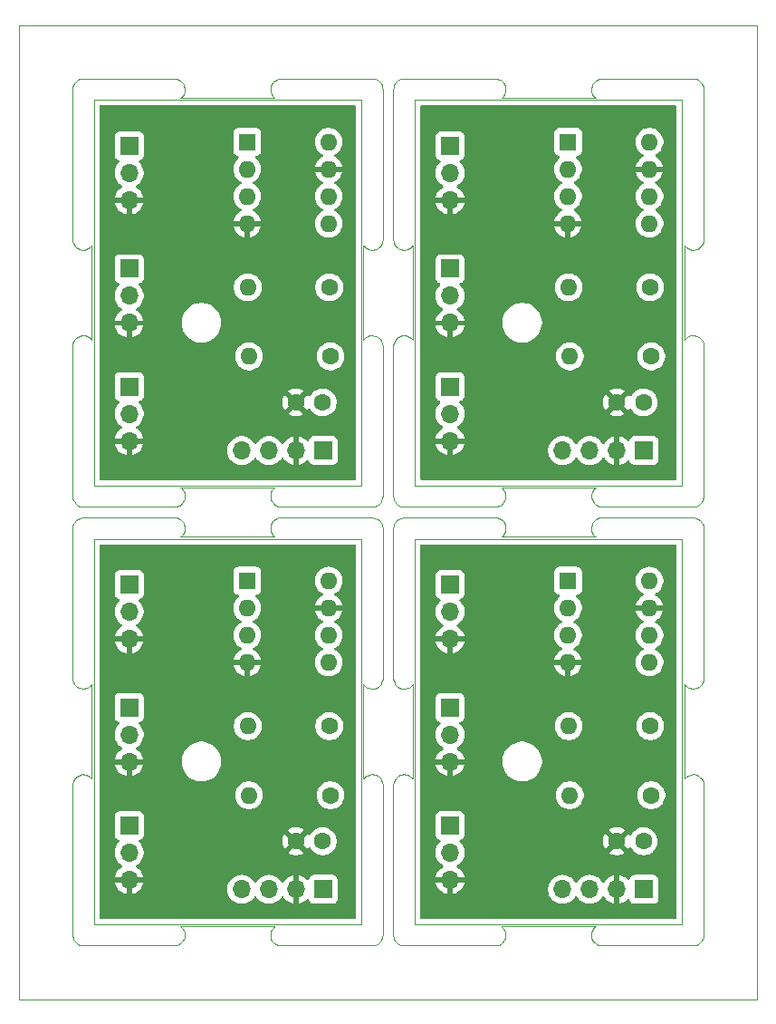
<source format=gbr>
G04 #@! TF.GenerationSoftware,KiCad,Pcbnew,9.0.0*
G04 #@! TF.CreationDate,2025-03-15T22:42:23+01:00*
G04 #@! TF.ProjectId,eeprom_i2c_panel,65657072-6f6d-45f6-9932-635f70616e65,1.1*
G04 #@! TF.SameCoordinates,PX6cb8080PY69db9c0*
G04 #@! TF.FileFunction,Copper,L2,Bot*
G04 #@! TF.FilePolarity,Positive*
%FSLAX46Y46*%
G04 Gerber Fmt 4.6, Leading zero omitted, Abs format (unit mm)*
G04 Created by KiCad (PCBNEW 9.0.0) date 2025-03-15 22:42:23*
%MOMM*%
%LPD*%
G01*
G04 APERTURE LIST*
G04 #@! TA.AperFunction,ComponentPad*
%ADD10R,1.600000X1.600000*%
G04 #@! TD*
G04 #@! TA.AperFunction,ComponentPad*
%ADD11O,1.600000X1.600000*%
G04 #@! TD*
G04 #@! TA.AperFunction,ComponentPad*
%ADD12R,1.700000X1.700000*%
G04 #@! TD*
G04 #@! TA.AperFunction,ComponentPad*
%ADD13O,1.700000X1.700000*%
G04 #@! TD*
G04 #@! TA.AperFunction,ComponentPad*
%ADD14C,1.600000*%
G04 #@! TD*
G04 #@! TA.AperFunction,Profile*
%ADD15C,0.100000*%
G04 #@! TD*
G04 APERTURE END LIST*
D10*
G04 #@! TO.P,U1,1,A0*
G04 #@! TO.N,Board_1-Net-(J1-Pin_2)*
X51330000Y80090000D03*
D11*
G04 #@! TO.P,U1,2,A1*
G04 #@! TO.N,Board_1-Net-(J2-Pin_2)*
X51330000Y77550000D03*
G04 #@! TO.P,U1,3,A2*
G04 #@! TO.N,Board_1-Net-(J3-Pin_2)*
X51330000Y75010000D03*
G04 #@! TO.P,U1,4,GND*
G04 #@! TO.N,Board_1-GND*
X51330000Y72470000D03*
G04 #@! TO.P,U1,5,SDA*
G04 #@! TO.N,Board_1-Net-(J4-SDA)*
X58950000Y72470000D03*
G04 #@! TO.P,U1,6,SCL*
G04 #@! TO.N,Board_1-Net-(J4-SCL)*
X58950000Y75010000D03*
G04 #@! TO.P,U1,7,WP*
G04 #@! TO.N,Board_1-GND*
X58950000Y77550000D03*
G04 #@! TO.P,U1,8,VCC*
G04 #@! TO.N,Board_1-Net-(J1-Pin_1)*
X58950000Y80090000D03*
G04 #@! TD*
D12*
G04 #@! TO.P,J2,1,Pin_1*
G04 #@! TO.N,Board_1-Net-(J1-Pin_1)*
X40300000Y68245000D03*
D13*
G04 #@! TO.P,J2,2,Pin_2*
G04 #@! TO.N,Board_1-Net-(J2-Pin_2)*
X40300000Y65705000D03*
G04 #@! TO.P,J2,3,Pin_3*
G04 #@! TO.N,Board_1-GND*
X40300000Y63165000D03*
G04 #@! TD*
D14*
G04 #@! TO.P,R1,1*
G04 #@! TO.N,Board_2-Net-(J1-Pin_1)*
X29120000Y19050000D03*
D11*
G04 #@! TO.P,R1,2*
G04 #@! TO.N,Board_2-Net-(J4-SDA)*
X21500000Y19050000D03*
G04 #@! TD*
D14*
G04 #@! TO.P,C1,1*
G04 #@! TO.N,Board_2-Net-(J1-Pin_1)*
X28400000Y14750000D03*
G04 #@! TO.P,C1,2*
G04 #@! TO.N,Board_2-GND*
X25900000Y14750000D03*
G04 #@! TD*
G04 #@! TO.P,R2,1*
G04 #@! TO.N,Board_3-Net-(J1-Pin_1)*
X59010000Y25500000D03*
D11*
G04 #@! TO.P,R2,2*
G04 #@! TO.N,Board_3-Net-(J4-SCL)*
X51390000Y25500000D03*
G04 #@! TD*
D14*
G04 #@! TO.P,R2,1*
G04 #@! TO.N,Board_2-Net-(J1-Pin_1)*
X29010000Y25500000D03*
D11*
G04 #@! TO.P,R2,2*
G04 #@! TO.N,Board_2-Net-(J4-SCL)*
X21390000Y25500000D03*
G04 #@! TD*
D12*
G04 #@! TO.P,J2,1,Pin_1*
G04 #@! TO.N,Board_0-Net-(J1-Pin_1)*
X10300000Y68245000D03*
D13*
G04 #@! TO.P,J2,2,Pin_2*
G04 #@! TO.N,Board_0-Net-(J2-Pin_2)*
X10300000Y65705000D03*
G04 #@! TO.P,J2,3,Pin_3*
G04 #@! TO.N,Board_0-GND*
X10300000Y63165000D03*
G04 #@! TD*
D12*
G04 #@! TO.P,J1,1,Pin_1*
G04 #@! TO.N,Board_3-Net-(J1-Pin_1)*
X40300000Y38730000D03*
D13*
G04 #@! TO.P,J1,2,Pin_2*
G04 #@! TO.N,Board_3-Net-(J1-Pin_2)*
X40300000Y36190000D03*
G04 #@! TO.P,J1,3,Pin_3*
G04 #@! TO.N,Board_3-GND*
X40300000Y33650000D03*
G04 #@! TD*
D12*
G04 #@! TO.P,J3,1,Pin_1*
G04 #@! TO.N,Board_1-Net-(J1-Pin_1)*
X40300000Y57230000D03*
D13*
G04 #@! TO.P,J3,2,Pin_2*
G04 #@! TO.N,Board_1-Net-(J3-Pin_2)*
X40300000Y54690000D03*
G04 #@! TO.P,J3,3,Pin_3*
G04 #@! TO.N,Board_1-GND*
X40300000Y52150000D03*
G04 #@! TD*
D12*
G04 #@! TO.P,J3,1,Pin_1*
G04 #@! TO.N,Board_3-Net-(J1-Pin_1)*
X40300000Y16230000D03*
D13*
G04 #@! TO.P,J3,2,Pin_2*
G04 #@! TO.N,Board_3-Net-(J3-Pin_2)*
X40300000Y13690000D03*
G04 #@! TO.P,J3,3,Pin_3*
G04 #@! TO.N,Board_3-GND*
X40300000Y11150000D03*
G04 #@! TD*
D14*
G04 #@! TO.P,R2,1*
G04 #@! TO.N,Board_0-Net-(J1-Pin_1)*
X29010000Y66500000D03*
D11*
G04 #@! TO.P,R2,2*
G04 #@! TO.N,Board_0-Net-(J4-SCL)*
X21390000Y66500000D03*
G04 #@! TD*
D12*
G04 #@! TO.P,J3,1,Pin_1*
G04 #@! TO.N,Board_0-Net-(J1-Pin_1)*
X10300000Y57230000D03*
D13*
G04 #@! TO.P,J3,2,Pin_2*
G04 #@! TO.N,Board_0-Net-(J3-Pin_2)*
X10300000Y54690000D03*
G04 #@! TO.P,J3,3,Pin_3*
G04 #@! TO.N,Board_0-GND*
X10300000Y52150000D03*
G04 #@! TD*
D14*
G04 #@! TO.P,R1,1*
G04 #@! TO.N,Board_0-Net-(J1-Pin_1)*
X29120000Y60050000D03*
D11*
G04 #@! TO.P,R1,2*
G04 #@! TO.N,Board_0-Net-(J4-SDA)*
X21500000Y60050000D03*
G04 #@! TD*
D14*
G04 #@! TO.P,R1,1*
G04 #@! TO.N,Board_1-Net-(J1-Pin_1)*
X59120000Y60050000D03*
D11*
G04 #@! TO.P,R1,2*
G04 #@! TO.N,Board_1-Net-(J4-SDA)*
X51500000Y60050000D03*
G04 #@! TD*
D12*
G04 #@! TO.P,J4,1,VCC*
G04 #@! TO.N,Board_0-Net-(J1-Pin_1)*
X28440000Y51250000D03*
D13*
G04 #@! TO.P,J4,2,GND*
G04 #@! TO.N,Board_0-GND*
X25900000Y51250000D03*
G04 #@! TO.P,J4,3,SCL*
G04 #@! TO.N,Board_0-Net-(J4-SCL)*
X23360000Y51250000D03*
G04 #@! TO.P,J4,4,SDA*
G04 #@! TO.N,Board_0-Net-(J4-SDA)*
X20820000Y51250000D03*
G04 #@! TD*
D12*
G04 #@! TO.P,J2,1,Pin_1*
G04 #@! TO.N,Board_2-Net-(J1-Pin_1)*
X10300000Y27245000D03*
D13*
G04 #@! TO.P,J2,2,Pin_2*
G04 #@! TO.N,Board_2-Net-(J2-Pin_2)*
X10300000Y24705000D03*
G04 #@! TO.P,J2,3,Pin_3*
G04 #@! TO.N,Board_2-GND*
X10300000Y22165000D03*
G04 #@! TD*
D12*
G04 #@! TO.P,J1,1,Pin_1*
G04 #@! TO.N,Board_2-Net-(J1-Pin_1)*
X10300000Y38730000D03*
D13*
G04 #@! TO.P,J1,2,Pin_2*
G04 #@! TO.N,Board_2-Net-(J1-Pin_2)*
X10300000Y36190000D03*
G04 #@! TO.P,J1,3,Pin_3*
G04 #@! TO.N,Board_2-GND*
X10300000Y33650000D03*
G04 #@! TD*
D12*
G04 #@! TO.P,J2,1,Pin_1*
G04 #@! TO.N,Board_3-Net-(J1-Pin_1)*
X40300000Y27245000D03*
D13*
G04 #@! TO.P,J2,2,Pin_2*
G04 #@! TO.N,Board_3-Net-(J2-Pin_2)*
X40300000Y24705000D03*
G04 #@! TO.P,J2,3,Pin_3*
G04 #@! TO.N,Board_3-GND*
X40300000Y22165000D03*
G04 #@! TD*
D12*
G04 #@! TO.P,J4,1,VCC*
G04 #@! TO.N,Board_2-Net-(J1-Pin_1)*
X28440000Y10250000D03*
D13*
G04 #@! TO.P,J4,2,GND*
G04 #@! TO.N,Board_2-GND*
X25900000Y10250000D03*
G04 #@! TO.P,J4,3,SCL*
G04 #@! TO.N,Board_2-Net-(J4-SCL)*
X23360000Y10250000D03*
G04 #@! TO.P,J4,4,SDA*
G04 #@! TO.N,Board_2-Net-(J4-SDA)*
X20820000Y10250000D03*
G04 #@! TD*
D10*
G04 #@! TO.P,U1,1,A0*
G04 #@! TO.N,Board_3-Net-(J1-Pin_2)*
X51330000Y39090000D03*
D11*
G04 #@! TO.P,U1,2,A1*
G04 #@! TO.N,Board_3-Net-(J2-Pin_2)*
X51330000Y36550000D03*
G04 #@! TO.P,U1,3,A2*
G04 #@! TO.N,Board_3-Net-(J3-Pin_2)*
X51330000Y34010000D03*
G04 #@! TO.P,U1,4,GND*
G04 #@! TO.N,Board_3-GND*
X51330000Y31470000D03*
G04 #@! TO.P,U1,5,SDA*
G04 #@! TO.N,Board_3-Net-(J4-SDA)*
X58950000Y31470000D03*
G04 #@! TO.P,U1,6,SCL*
G04 #@! TO.N,Board_3-Net-(J4-SCL)*
X58950000Y34010000D03*
G04 #@! TO.P,U1,7,WP*
G04 #@! TO.N,Board_3-GND*
X58950000Y36550000D03*
G04 #@! TO.P,U1,8,VCC*
G04 #@! TO.N,Board_3-Net-(J1-Pin_1)*
X58950000Y39090000D03*
G04 #@! TD*
D10*
G04 #@! TO.P,U1,1,A0*
G04 #@! TO.N,Board_2-Net-(J1-Pin_2)*
X21330000Y39090000D03*
D11*
G04 #@! TO.P,U1,2,A1*
G04 #@! TO.N,Board_2-Net-(J2-Pin_2)*
X21330000Y36550000D03*
G04 #@! TO.P,U1,3,A2*
G04 #@! TO.N,Board_2-Net-(J3-Pin_2)*
X21330000Y34010000D03*
G04 #@! TO.P,U1,4,GND*
G04 #@! TO.N,Board_2-GND*
X21330000Y31470000D03*
G04 #@! TO.P,U1,5,SDA*
G04 #@! TO.N,Board_2-Net-(J4-SDA)*
X28950000Y31470000D03*
G04 #@! TO.P,U1,6,SCL*
G04 #@! TO.N,Board_2-Net-(J4-SCL)*
X28950000Y34010000D03*
G04 #@! TO.P,U1,7,WP*
G04 #@! TO.N,Board_2-GND*
X28950000Y36550000D03*
G04 #@! TO.P,U1,8,VCC*
G04 #@! TO.N,Board_2-Net-(J1-Pin_1)*
X28950000Y39090000D03*
G04 #@! TD*
D14*
G04 #@! TO.P,C1,1*
G04 #@! TO.N,Board_0-Net-(J1-Pin_1)*
X28400000Y55750000D03*
G04 #@! TO.P,C1,2*
G04 #@! TO.N,Board_0-GND*
X25900000Y55750000D03*
G04 #@! TD*
D12*
G04 #@! TO.P,J1,1,Pin_1*
G04 #@! TO.N,Board_0-Net-(J1-Pin_1)*
X10300000Y79730000D03*
D13*
G04 #@! TO.P,J1,2,Pin_2*
G04 #@! TO.N,Board_0-Net-(J1-Pin_2)*
X10300000Y77190000D03*
G04 #@! TO.P,J1,3,Pin_3*
G04 #@! TO.N,Board_0-GND*
X10300000Y74650000D03*
G04 #@! TD*
D12*
G04 #@! TO.P,J4,1,VCC*
G04 #@! TO.N,Board_3-Net-(J1-Pin_1)*
X58440000Y10250000D03*
D13*
G04 #@! TO.P,J4,2,GND*
G04 #@! TO.N,Board_3-GND*
X55900000Y10250000D03*
G04 #@! TO.P,J4,3,SCL*
G04 #@! TO.N,Board_3-Net-(J4-SCL)*
X53360000Y10250000D03*
G04 #@! TO.P,J4,4,SDA*
G04 #@! TO.N,Board_3-Net-(J4-SDA)*
X50820000Y10250000D03*
G04 #@! TD*
D14*
G04 #@! TO.P,C1,1*
G04 #@! TO.N,Board_3-Net-(J1-Pin_1)*
X58400000Y14750000D03*
G04 #@! TO.P,C1,2*
G04 #@! TO.N,Board_3-GND*
X55900000Y14750000D03*
G04 #@! TD*
D12*
G04 #@! TO.P,J4,1,VCC*
G04 #@! TO.N,Board_1-Net-(J1-Pin_1)*
X58440000Y51250000D03*
D13*
G04 #@! TO.P,J4,2,GND*
G04 #@! TO.N,Board_1-GND*
X55900000Y51250000D03*
G04 #@! TO.P,J4,3,SCL*
G04 #@! TO.N,Board_1-Net-(J4-SCL)*
X53360000Y51250000D03*
G04 #@! TO.P,J4,4,SDA*
G04 #@! TO.N,Board_1-Net-(J4-SDA)*
X50820000Y51250000D03*
G04 #@! TD*
D12*
G04 #@! TO.P,J3,1,Pin_1*
G04 #@! TO.N,Board_2-Net-(J1-Pin_1)*
X10300000Y16230000D03*
D13*
G04 #@! TO.P,J3,2,Pin_2*
G04 #@! TO.N,Board_2-Net-(J3-Pin_2)*
X10300000Y13690000D03*
G04 #@! TO.P,J3,3,Pin_3*
G04 #@! TO.N,Board_2-GND*
X10300000Y11150000D03*
G04 #@! TD*
D12*
G04 #@! TO.P,J1,1,Pin_1*
G04 #@! TO.N,Board_1-Net-(J1-Pin_1)*
X40300000Y79730000D03*
D13*
G04 #@! TO.P,J1,2,Pin_2*
G04 #@! TO.N,Board_1-Net-(J1-Pin_2)*
X40300000Y77190000D03*
G04 #@! TO.P,J1,3,Pin_3*
G04 #@! TO.N,Board_1-GND*
X40300000Y74650000D03*
G04 #@! TD*
D10*
G04 #@! TO.P,U1,1,A0*
G04 #@! TO.N,Board_0-Net-(J1-Pin_2)*
X21330000Y80090000D03*
D11*
G04 #@! TO.P,U1,2,A1*
G04 #@! TO.N,Board_0-Net-(J2-Pin_2)*
X21330000Y77550000D03*
G04 #@! TO.P,U1,3,A2*
G04 #@! TO.N,Board_0-Net-(J3-Pin_2)*
X21330000Y75010000D03*
G04 #@! TO.P,U1,4,GND*
G04 #@! TO.N,Board_0-GND*
X21330000Y72470000D03*
G04 #@! TO.P,U1,5,SDA*
G04 #@! TO.N,Board_0-Net-(J4-SDA)*
X28950000Y72470000D03*
G04 #@! TO.P,U1,6,SCL*
G04 #@! TO.N,Board_0-Net-(J4-SCL)*
X28950000Y75010000D03*
G04 #@! TO.P,U1,7,WP*
G04 #@! TO.N,Board_0-GND*
X28950000Y77550000D03*
G04 #@! TO.P,U1,8,VCC*
G04 #@! TO.N,Board_0-Net-(J1-Pin_1)*
X28950000Y80090000D03*
G04 #@! TD*
D14*
G04 #@! TO.P,R1,1*
G04 #@! TO.N,Board_3-Net-(J1-Pin_1)*
X59120000Y19050000D03*
D11*
G04 #@! TO.P,R1,2*
G04 #@! TO.N,Board_3-Net-(J4-SDA)*
X51500000Y19050000D03*
G04 #@! TD*
D14*
G04 #@! TO.P,R2,1*
G04 #@! TO.N,Board_1-Net-(J1-Pin_1)*
X59010000Y66500000D03*
D11*
G04 #@! TO.P,R2,2*
G04 #@! TO.N,Board_1-Net-(J4-SCL)*
X51390000Y66500000D03*
G04 #@! TD*
D14*
G04 #@! TO.P,C1,1*
G04 #@! TO.N,Board_1-Net-(J1-Pin_1)*
X58400000Y55750000D03*
G04 #@! TO.P,C1,2*
G04 #@! TO.N,Board_1-GND*
X55900000Y55750000D03*
G04 #@! TD*
G04 #@! TA.AperFunction,Conductor*
G04 #@! TO.N,Board_3-GND*
G36*
X61442539Y42479815D02*
G01*
X61488294Y42427011D01*
X61499500Y42375500D01*
X61499500Y7624500D01*
X61479815Y7557461D01*
X61427011Y7511706D01*
X61375500Y7500500D01*
X37624500Y7500500D01*
X37557461Y7520185D01*
X37511706Y7572989D01*
X37500500Y7624500D01*
X37500500Y17127865D01*
X38949500Y17127865D01*
X38949500Y15332130D01*
X38949501Y15332124D01*
X38955908Y15272517D01*
X39006202Y15137672D01*
X39006206Y15137665D01*
X39092452Y15022456D01*
X39092455Y15022453D01*
X39207664Y14936207D01*
X39207671Y14936203D01*
X39339082Y14887190D01*
X39395016Y14845319D01*
X39419433Y14779855D01*
X39404582Y14711582D01*
X39383431Y14683327D01*
X39269889Y14569785D01*
X39144951Y14397821D01*
X39048444Y14208415D01*
X38982753Y14006240D01*
X38949500Y13796287D01*
X38949500Y13583714D01*
X38982753Y13373761D01*
X39048444Y13171586D01*
X39144951Y12982180D01*
X39269890Y12810214D01*
X39420213Y12659891D01*
X39592179Y12534952D01*
X39592181Y12534951D01*
X39592184Y12534949D01*
X39601493Y12530206D01*
X39652290Y12482234D01*
X39669087Y12414413D01*
X39646552Y12348278D01*
X39601502Y12309238D01*
X39592443Y12304622D01*
X39420540Y12179728D01*
X39420535Y12179724D01*
X39270276Y12029465D01*
X39270272Y12029460D01*
X39145379Y11857558D01*
X39048904Y11668218D01*
X38983242Y11466130D01*
X38983242Y11466127D01*
X38972769Y11400000D01*
X39866988Y11400000D01*
X39834075Y11342993D01*
X39800000Y11215826D01*
X39800000Y11084174D01*
X39834075Y10957007D01*
X39866988Y10900000D01*
X38972769Y10900000D01*
X38983242Y10833874D01*
X38983242Y10833871D01*
X39048904Y10631783D01*
X39145379Y10442443D01*
X39270272Y10270541D01*
X39270276Y10270536D01*
X39420535Y10120277D01*
X39420540Y10120273D01*
X39592442Y9995380D01*
X39781782Y9898905D01*
X39983871Y9833243D01*
X40050000Y9822769D01*
X40050000Y10716988D01*
X40107007Y10684075D01*
X40234174Y10650000D01*
X40365826Y10650000D01*
X40492993Y10684075D01*
X40550000Y10716988D01*
X40550000Y9822770D01*
X40616126Y9833243D01*
X40616129Y9833243D01*
X40818217Y9898905D01*
X41007557Y9995380D01*
X41179459Y10120273D01*
X41179464Y10120277D01*
X41329723Y10270536D01*
X41329727Y10270541D01*
X41392025Y10356287D01*
X49469500Y10356287D01*
X49469500Y10143713D01*
X49502754Y9933757D01*
X49538816Y9822769D01*
X49568444Y9731586D01*
X49664951Y9542180D01*
X49789890Y9370214D01*
X49940213Y9219891D01*
X50112179Y9094952D01*
X50112181Y9094951D01*
X50112184Y9094949D01*
X50301588Y8998443D01*
X50503757Y8932754D01*
X50713713Y8899500D01*
X50713714Y8899500D01*
X50926286Y8899500D01*
X50926287Y8899500D01*
X51136243Y8932754D01*
X51338412Y8998443D01*
X51527816Y9094949D01*
X51614138Y9157665D01*
X51699786Y9219891D01*
X51699788Y9219894D01*
X51699792Y9219896D01*
X51850104Y9370208D01*
X51850106Y9370212D01*
X51850109Y9370214D01*
X51975048Y9542180D01*
X51975047Y9542180D01*
X51975051Y9542184D01*
X51979514Y9550946D01*
X52027488Y9601741D01*
X52095308Y9618537D01*
X52161444Y9596001D01*
X52200486Y9550944D01*
X52204951Y9542180D01*
X52329890Y9370214D01*
X52480213Y9219891D01*
X52652179Y9094952D01*
X52652181Y9094951D01*
X52652184Y9094949D01*
X52841588Y8998443D01*
X53043757Y8932754D01*
X53253713Y8899500D01*
X53253714Y8899500D01*
X53466286Y8899500D01*
X53466287Y8899500D01*
X53676243Y8932754D01*
X53878412Y8998443D01*
X54067816Y9094949D01*
X54154138Y9157665D01*
X54239786Y9219891D01*
X54239788Y9219894D01*
X54239792Y9219896D01*
X54390104Y9370208D01*
X54390106Y9370212D01*
X54390109Y9370214D01*
X54515048Y9542180D01*
X54515051Y9542184D01*
X54519793Y9551492D01*
X54567763Y9602289D01*
X54635583Y9619089D01*
X54701719Y9596555D01*
X54740763Y9551500D01*
X54745377Y9542445D01*
X54870272Y9370541D01*
X54870276Y9370536D01*
X55020535Y9220277D01*
X55020540Y9220273D01*
X55192442Y9095380D01*
X55381782Y8998905D01*
X55583871Y8933243D01*
X55650000Y8922769D01*
X55650000Y9816988D01*
X55707007Y9784075D01*
X55834174Y9750000D01*
X55965826Y9750000D01*
X56092993Y9784075D01*
X56150000Y9816988D01*
X56150000Y8922770D01*
X56216126Y8933243D01*
X56216129Y8933243D01*
X56418217Y8998905D01*
X56607557Y9095380D01*
X56779458Y9220272D01*
X56893133Y9333947D01*
X56954456Y9367432D01*
X57024148Y9362448D01*
X57080082Y9320577D01*
X57096997Y9289599D01*
X57146202Y9157672D01*
X57146206Y9157665D01*
X57232452Y9042456D01*
X57232455Y9042453D01*
X57347664Y8956207D01*
X57347671Y8956203D01*
X57482517Y8905909D01*
X57482516Y8905909D01*
X57489444Y8905165D01*
X57542127Y8899500D01*
X59337872Y8899501D01*
X59397483Y8905909D01*
X59532331Y8956204D01*
X59647546Y9042454D01*
X59733796Y9157669D01*
X59784091Y9292517D01*
X59790500Y9352127D01*
X59790499Y11147872D01*
X59784091Y11207483D01*
X59783002Y11210402D01*
X59733797Y11342329D01*
X59733793Y11342336D01*
X59647547Y11457545D01*
X59647544Y11457548D01*
X59532335Y11543794D01*
X59532328Y11543798D01*
X59397482Y11594092D01*
X59397483Y11594092D01*
X59337883Y11600499D01*
X59337881Y11600500D01*
X59337873Y11600500D01*
X59337864Y11600500D01*
X57542129Y11600500D01*
X57542123Y11600499D01*
X57482516Y11594092D01*
X57347671Y11543798D01*
X57347664Y11543794D01*
X57232455Y11457548D01*
X57232452Y11457545D01*
X57146206Y11342336D01*
X57146202Y11342329D01*
X57096997Y11210402D01*
X57055126Y11154468D01*
X56989661Y11130051D01*
X56921388Y11144903D01*
X56893134Y11166054D01*
X56779464Y11279724D01*
X56779459Y11279728D01*
X56607557Y11404621D01*
X56418215Y11501097D01*
X56216124Y11566759D01*
X56150000Y11577232D01*
X56150000Y10683012D01*
X56092993Y10715925D01*
X55965826Y10750000D01*
X55834174Y10750000D01*
X55707007Y10715925D01*
X55650000Y10683012D01*
X55650000Y11577232D01*
X55649999Y11577232D01*
X55583875Y11566759D01*
X55381784Y11501097D01*
X55192442Y11404621D01*
X55020540Y11279728D01*
X55020535Y11279724D01*
X54870276Y11129465D01*
X54870272Y11129460D01*
X54745378Y10957557D01*
X54740762Y10948498D01*
X54692784Y10897705D01*
X54624963Y10880913D01*
X54558829Y10903454D01*
X54519794Y10948507D01*
X54515051Y10957816D01*
X54515049Y10957819D01*
X54515048Y10957821D01*
X54390109Y11129787D01*
X54239786Y11280110D01*
X54067820Y11405049D01*
X53878414Y11501556D01*
X53878413Y11501557D01*
X53878412Y11501557D01*
X53676243Y11567246D01*
X53676241Y11567247D01*
X53676240Y11567247D01*
X53514957Y11592792D01*
X53466287Y11600500D01*
X53253713Y11600500D01*
X53205042Y11592792D01*
X53043760Y11567247D01*
X52841585Y11501556D01*
X52652179Y11405049D01*
X52480213Y11280110D01*
X52329890Y11129787D01*
X52204949Y10957818D01*
X52200484Y10949054D01*
X52152509Y10898258D01*
X52084688Y10881464D01*
X52018553Y10904002D01*
X51979516Y10949054D01*
X51975050Y10957818D01*
X51850109Y11129787D01*
X51699786Y11280110D01*
X51527820Y11405049D01*
X51338414Y11501556D01*
X51338413Y11501557D01*
X51338412Y11501557D01*
X51136243Y11567246D01*
X51136241Y11567247D01*
X51136240Y11567247D01*
X50974957Y11592792D01*
X50926287Y11600500D01*
X50713713Y11600500D01*
X50665042Y11592792D01*
X50503760Y11567247D01*
X50301585Y11501556D01*
X50112179Y11405049D01*
X49940213Y11280110D01*
X49789890Y11129787D01*
X49664951Y10957821D01*
X49568444Y10768415D01*
X49502753Y10566240D01*
X49469500Y10356287D01*
X41392025Y10356287D01*
X41448519Y10434044D01*
X41448519Y10434045D01*
X41448520Y10434046D01*
X41454622Y10442445D01*
X41551095Y10631783D01*
X41616757Y10833871D01*
X41616757Y10833874D01*
X41627231Y10900000D01*
X40733012Y10900000D01*
X40765925Y10957007D01*
X40800000Y11084174D01*
X40800000Y11215826D01*
X40765925Y11342993D01*
X40733012Y11400000D01*
X41627231Y11400000D01*
X41616757Y11466127D01*
X41616757Y11466130D01*
X41551095Y11668218D01*
X41454620Y11857558D01*
X41329727Y12029460D01*
X41329723Y12029465D01*
X41179464Y12179724D01*
X41179459Y12179728D01*
X41007555Y12304623D01*
X40998500Y12309237D01*
X40947706Y12357212D01*
X40930912Y12425034D01*
X40953451Y12491168D01*
X40998508Y12530207D01*
X41007816Y12534949D01*
X41087007Y12592485D01*
X41179786Y12659891D01*
X41179788Y12659894D01*
X41179792Y12659896D01*
X41330104Y12810208D01*
X41330106Y12810212D01*
X41330109Y12810214D01*
X41455048Y12982180D01*
X41455047Y12982180D01*
X41455051Y12982184D01*
X41551557Y13171588D01*
X41617246Y13373757D01*
X41650500Y13583713D01*
X41650500Y13796287D01*
X41617246Y14006243D01*
X41551557Y14208412D01*
X41455051Y14397816D01*
X41455049Y14397819D01*
X41455048Y14397821D01*
X41330109Y14569787D01*
X41216569Y14683327D01*
X41201823Y14710331D01*
X41185221Y14736249D01*
X41185227Y14740725D01*
X41183084Y14744650D01*
X41185279Y14775346D01*
X41185325Y14806118D01*
X41187748Y14809878D01*
X41188068Y14814342D01*
X41206513Y14838982D01*
X41215112Y14852318D01*
X54600000Y14852318D01*
X54600000Y14647683D01*
X54632009Y14445583D01*
X54695244Y14250969D01*
X54788141Y14068650D01*
X54788147Y14068641D01*
X54820523Y14024079D01*
X54820524Y14024078D01*
X55500000Y14703554D01*
X55500000Y14697339D01*
X55527259Y14595606D01*
X55579920Y14504394D01*
X55654394Y14429920D01*
X55745606Y14377259D01*
X55847339Y14350000D01*
X55853553Y14350000D01*
X55174076Y13670526D01*
X55218650Y13638141D01*
X55400968Y13545245D01*
X55595582Y13482010D01*
X55797683Y13450000D01*
X56002317Y13450000D01*
X56204417Y13482010D01*
X56399031Y13545245D01*
X56581349Y13638141D01*
X56625921Y13670526D01*
X55946447Y14350000D01*
X55952661Y14350000D01*
X56054394Y14377259D01*
X56145606Y14429920D01*
X56220080Y14504394D01*
X56272741Y14595606D01*
X56300000Y14697339D01*
X56300000Y14703553D01*
X56979474Y14024079D01*
X57011859Y14068651D01*
X57039233Y14122376D01*
X57087207Y14173173D01*
X57155028Y14189969D01*
X57221163Y14167433D01*
X57260203Y14122379D01*
X57287713Y14068389D01*
X57408028Y13902787D01*
X57552786Y13758029D01*
X57673226Y13670526D01*
X57718390Y13637713D01*
X57824369Y13583714D01*
X57900776Y13544782D01*
X57900778Y13544782D01*
X57900781Y13544780D01*
X58005137Y13510873D01*
X58095465Y13481523D01*
X58196557Y13465512D01*
X58297648Y13449500D01*
X58297649Y13449500D01*
X58502351Y13449500D01*
X58502352Y13449500D01*
X58704534Y13481523D01*
X58899219Y13544780D01*
X59081610Y13637713D01*
X59174590Y13705268D01*
X59247213Y13758029D01*
X59247215Y13758032D01*
X59247219Y13758034D01*
X59391966Y13902781D01*
X59391968Y13902785D01*
X59391971Y13902787D01*
X59444732Y13975410D01*
X59512287Y14068390D01*
X59605220Y14250781D01*
X59668477Y14445466D01*
X59700500Y14647648D01*
X59700500Y14852352D01*
X59687219Y14936204D01*
X59668477Y15054535D01*
X59637458Y15150000D01*
X59605220Y15249219D01*
X59605218Y15249222D01*
X59605218Y15249224D01*
X59562975Y15332130D01*
X59512287Y15431610D01*
X59480092Y15475923D01*
X59391971Y15597214D01*
X59247213Y15741972D01*
X59081613Y15862285D01*
X59081612Y15862286D01*
X59081610Y15862287D01*
X59024653Y15891309D01*
X58899223Y15955219D01*
X58704534Y16018478D01*
X58529995Y16046122D01*
X58502352Y16050500D01*
X58297648Y16050500D01*
X58273329Y16046649D01*
X58095465Y16018478D01*
X57900776Y15955219D01*
X57718386Y15862285D01*
X57552786Y15741972D01*
X57408028Y15597214D01*
X57287714Y15431614D01*
X57260203Y15377621D01*
X57212227Y15326826D01*
X57144406Y15310032D01*
X57078272Y15332571D01*
X57039234Y15377624D01*
X57011861Y15431348D01*
X56979474Y15475923D01*
X56979474Y15475924D01*
X56300000Y14796449D01*
X56300000Y14802661D01*
X56272741Y14904394D01*
X56220080Y14995606D01*
X56145606Y15070080D01*
X56054394Y15122741D01*
X55952661Y15150000D01*
X55946446Y15150000D01*
X56625922Y15829476D01*
X56625921Y15829477D01*
X56581359Y15861853D01*
X56581350Y15861859D01*
X56399031Y15954756D01*
X56204417Y16017991D01*
X56002317Y16050000D01*
X55797683Y16050000D01*
X55595582Y16017991D01*
X55400968Y15954756D01*
X55218644Y15861857D01*
X55174077Y15829477D01*
X55174077Y15829476D01*
X55853554Y15150000D01*
X55847339Y15150000D01*
X55745606Y15122741D01*
X55654394Y15070080D01*
X55579920Y14995606D01*
X55527259Y14904394D01*
X55500000Y14802661D01*
X55500000Y14796447D01*
X54820524Y15475923D01*
X54820523Y15475923D01*
X54788143Y15431356D01*
X54695244Y15249032D01*
X54632009Y15054418D01*
X54600000Y14852318D01*
X41215112Y14852318D01*
X41223186Y14864841D01*
X41228011Y14867700D01*
X41229940Y14870275D01*
X41252905Y14883878D01*
X41257334Y14885894D01*
X41257483Y14885909D01*
X41392331Y14936204D01*
X41507546Y15022454D01*
X41593796Y15137669D01*
X41644091Y15272517D01*
X41650500Y15332127D01*
X41650499Y17127872D01*
X41644091Y17187483D01*
X41593796Y17322331D01*
X41593795Y17322332D01*
X41593793Y17322336D01*
X41507547Y17437545D01*
X41507544Y17437548D01*
X41392335Y17523794D01*
X41392328Y17523798D01*
X41257482Y17574092D01*
X41257483Y17574092D01*
X41197883Y17580499D01*
X41197881Y17580500D01*
X41197873Y17580500D01*
X41197864Y17580500D01*
X39402129Y17580500D01*
X39402123Y17580499D01*
X39342516Y17574092D01*
X39207671Y17523798D01*
X39207664Y17523794D01*
X39092455Y17437548D01*
X39092452Y17437545D01*
X39006206Y17322336D01*
X39006202Y17322329D01*
X38955908Y17187483D01*
X38949501Y17127884D01*
X38949501Y17127877D01*
X38949500Y17127865D01*
X37500500Y17127865D01*
X37500500Y19152352D01*
X50199500Y19152352D01*
X50199500Y18947649D01*
X50231522Y18745466D01*
X50294781Y18550777D01*
X50387715Y18368387D01*
X50508028Y18202787D01*
X50652786Y18058029D01*
X50807749Y17945444D01*
X50818390Y17937713D01*
X50934607Y17878497D01*
X51000776Y17844782D01*
X51000778Y17844782D01*
X51000781Y17844780D01*
X51105137Y17810873D01*
X51195465Y17781523D01*
X51296557Y17765512D01*
X51397648Y17749500D01*
X51397649Y17749500D01*
X51602351Y17749500D01*
X51602352Y17749500D01*
X51804534Y17781523D01*
X51999219Y17844780D01*
X52181610Y17937713D01*
X52274590Y18005268D01*
X52347213Y18058029D01*
X52347215Y18058032D01*
X52347219Y18058034D01*
X52491966Y18202781D01*
X52491968Y18202785D01*
X52491971Y18202787D01*
X52544732Y18275410D01*
X52612287Y18368390D01*
X52705220Y18550781D01*
X52768477Y18745466D01*
X52800500Y18947648D01*
X52800500Y19152352D01*
X57819500Y19152352D01*
X57819500Y18947649D01*
X57851522Y18745466D01*
X57914781Y18550777D01*
X58007715Y18368387D01*
X58128028Y18202787D01*
X58272786Y18058029D01*
X58427749Y17945444D01*
X58438390Y17937713D01*
X58554607Y17878497D01*
X58620776Y17844782D01*
X58620778Y17844782D01*
X58620781Y17844780D01*
X58725137Y17810873D01*
X58815465Y17781523D01*
X58916557Y17765512D01*
X59017648Y17749500D01*
X59017649Y17749500D01*
X59222351Y17749500D01*
X59222352Y17749500D01*
X59424534Y17781523D01*
X59619219Y17844780D01*
X59801610Y17937713D01*
X59894590Y18005268D01*
X59967213Y18058029D01*
X59967215Y18058032D01*
X59967219Y18058034D01*
X60111966Y18202781D01*
X60111968Y18202785D01*
X60111971Y18202787D01*
X60164732Y18275410D01*
X60232287Y18368390D01*
X60325220Y18550781D01*
X60388477Y18745466D01*
X60420500Y18947648D01*
X60420500Y19152352D01*
X60388477Y19354534D01*
X60325220Y19549219D01*
X60325218Y19549222D01*
X60325218Y19549224D01*
X60291503Y19615393D01*
X60232287Y19731610D01*
X60224556Y19742251D01*
X60111971Y19897214D01*
X59967213Y20041972D01*
X59801613Y20162285D01*
X59801612Y20162286D01*
X59801610Y20162287D01*
X59737193Y20195109D01*
X59619223Y20255219D01*
X59424534Y20318478D01*
X59249995Y20346122D01*
X59222352Y20350500D01*
X59017648Y20350500D01*
X58993329Y20346649D01*
X58815465Y20318478D01*
X58620776Y20255219D01*
X58438386Y20162285D01*
X58272786Y20041972D01*
X58128028Y19897214D01*
X58007715Y19731614D01*
X57914781Y19549224D01*
X57851522Y19354535D01*
X57819500Y19152352D01*
X52800500Y19152352D01*
X52768477Y19354534D01*
X52705220Y19549219D01*
X52705218Y19549222D01*
X52705218Y19549224D01*
X52671503Y19615393D01*
X52612287Y19731610D01*
X52604556Y19742251D01*
X52491971Y19897214D01*
X52347213Y20041972D01*
X52181613Y20162285D01*
X52181612Y20162286D01*
X52181610Y20162287D01*
X52117193Y20195109D01*
X51999223Y20255219D01*
X51804534Y20318478D01*
X51629995Y20346122D01*
X51602352Y20350500D01*
X51397648Y20350500D01*
X51373329Y20346649D01*
X51195465Y20318478D01*
X51000776Y20255219D01*
X50818386Y20162285D01*
X50652786Y20041972D01*
X50508028Y19897214D01*
X50387715Y19731614D01*
X50294781Y19549224D01*
X50231522Y19354535D01*
X50199500Y19152352D01*
X37500500Y19152352D01*
X37500500Y28142865D01*
X38949500Y28142865D01*
X38949500Y26347130D01*
X38949501Y26347124D01*
X38955908Y26287517D01*
X39006202Y26152672D01*
X39006206Y26152665D01*
X39092452Y26037456D01*
X39092455Y26037453D01*
X39207664Y25951207D01*
X39207671Y25951203D01*
X39339082Y25902190D01*
X39395016Y25860319D01*
X39419433Y25794855D01*
X39404582Y25726582D01*
X39383431Y25698327D01*
X39269889Y25584785D01*
X39144951Y25412821D01*
X39048444Y25223415D01*
X38982753Y25021240D01*
X38979513Y25000781D01*
X38949500Y24811287D01*
X38949500Y24598713D01*
X38982754Y24388757D01*
X39013288Y24294782D01*
X39048444Y24186586D01*
X39144951Y23997180D01*
X39269890Y23825214D01*
X39420213Y23674891D01*
X39592179Y23549952D01*
X39592181Y23549951D01*
X39592184Y23549949D01*
X39601493Y23545206D01*
X39652290Y23497234D01*
X39669087Y23429413D01*
X39646552Y23363278D01*
X39601502Y23324238D01*
X39592443Y23319622D01*
X39420540Y23194728D01*
X39420535Y23194724D01*
X39270276Y23044465D01*
X39270272Y23044460D01*
X39145379Y22872558D01*
X39048904Y22683218D01*
X38983242Y22481130D01*
X38983242Y22481127D01*
X38972769Y22415000D01*
X39866988Y22415000D01*
X39834075Y22357993D01*
X39800000Y22230826D01*
X39800000Y22099174D01*
X39834075Y21972007D01*
X39866988Y21915000D01*
X38972769Y21915000D01*
X38983242Y21848874D01*
X38983242Y21848871D01*
X39048904Y21646783D01*
X39145379Y21457443D01*
X39270272Y21285541D01*
X39270276Y21285536D01*
X39420535Y21135277D01*
X39420540Y21135273D01*
X39592442Y21010380D01*
X39781782Y20913905D01*
X39983871Y20848243D01*
X40050000Y20837769D01*
X40050000Y21731988D01*
X40107007Y21699075D01*
X40234174Y21665000D01*
X40365826Y21665000D01*
X40492993Y21699075D01*
X40550000Y21731988D01*
X40550000Y20837770D01*
X40616126Y20848243D01*
X40616129Y20848243D01*
X40818217Y20913905D01*
X41007557Y21010380D01*
X41179459Y21135273D01*
X41179464Y21135277D01*
X41329723Y21285536D01*
X41329727Y21285541D01*
X41454620Y21457443D01*
X41551095Y21646783D01*
X41616757Y21848871D01*
X41616757Y21848874D01*
X41627231Y21915000D01*
X40733012Y21915000D01*
X40765925Y21972007D01*
X40800000Y22099174D01*
X40800000Y22230826D01*
X40775760Y22321289D01*
X45199500Y22321289D01*
X45199500Y22078712D01*
X45231161Y21838215D01*
X45293947Y21603896D01*
X45354610Y21457443D01*
X45386776Y21379788D01*
X45508064Y21169711D01*
X45508066Y21169708D01*
X45508067Y21169707D01*
X45655733Y20977264D01*
X45655739Y20977257D01*
X45827256Y20805740D01*
X45827262Y20805735D01*
X46019711Y20658064D01*
X46229788Y20536776D01*
X46453900Y20443946D01*
X46688211Y20381162D01*
X46868586Y20357416D01*
X46928711Y20349500D01*
X46928712Y20349500D01*
X47171289Y20349500D01*
X47219388Y20355833D01*
X47411789Y20381162D01*
X47646100Y20443946D01*
X47870212Y20536776D01*
X48080289Y20658064D01*
X48272738Y20805735D01*
X48444265Y20977262D01*
X48591936Y21169711D01*
X48713224Y21379788D01*
X48806054Y21603900D01*
X48868838Y21838211D01*
X48900500Y22078712D01*
X48900500Y22321288D01*
X48868838Y22561789D01*
X48806054Y22796100D01*
X48713224Y23020212D01*
X48591936Y23230289D01*
X48444265Y23422738D01*
X48444260Y23422744D01*
X48272743Y23594261D01*
X48272736Y23594267D01*
X48080293Y23741933D01*
X48080292Y23741934D01*
X48080289Y23741936D01*
X47870212Y23863224D01*
X47870205Y23863227D01*
X47646104Y23956053D01*
X47411785Y24018839D01*
X47171289Y24050500D01*
X47171288Y24050500D01*
X46928712Y24050500D01*
X46928711Y24050500D01*
X46688214Y24018839D01*
X46453895Y23956053D01*
X46229794Y23863227D01*
X46229785Y23863223D01*
X46019706Y23741933D01*
X45827263Y23594267D01*
X45827256Y23594261D01*
X45655739Y23422744D01*
X45655733Y23422737D01*
X45508067Y23230294D01*
X45386777Y23020215D01*
X45386773Y23020206D01*
X45293947Y22796105D01*
X45231161Y22561786D01*
X45199500Y22321289D01*
X40775760Y22321289D01*
X40765925Y22357993D01*
X40733012Y22415000D01*
X41627231Y22415000D01*
X41627231Y22415001D01*
X41616757Y22481127D01*
X41616757Y22481130D01*
X41551095Y22683218D01*
X41454620Y22872558D01*
X41329727Y23044460D01*
X41329723Y23044465D01*
X41179464Y23194724D01*
X41179459Y23194728D01*
X41007555Y23319623D01*
X40998500Y23324237D01*
X40947706Y23372212D01*
X40930912Y23440034D01*
X40953451Y23506168D01*
X40998508Y23545207D01*
X41007816Y23549949D01*
X41087007Y23607485D01*
X41179786Y23674891D01*
X41179788Y23674894D01*
X41179792Y23674896D01*
X41330104Y23825208D01*
X41330106Y23825212D01*
X41330109Y23825214D01*
X41455048Y23997180D01*
X41455047Y23997180D01*
X41455051Y23997184D01*
X41551557Y24186588D01*
X41617246Y24388757D01*
X41650500Y24598713D01*
X41650500Y24811287D01*
X41617246Y25021243D01*
X41551557Y25223412D01*
X41455051Y25412816D01*
X41455049Y25412819D01*
X41455048Y25412821D01*
X41370788Y25528797D01*
X41370780Y25528806D01*
X41330104Y25584792D01*
X41312544Y25602352D01*
X50089500Y25602352D01*
X50089500Y25397649D01*
X50121522Y25195466D01*
X50184781Y25000777D01*
X50277715Y24818387D01*
X50398028Y24652787D01*
X50542786Y24508029D01*
X50697749Y24395444D01*
X50708390Y24387713D01*
X50824607Y24328497D01*
X50890776Y24294782D01*
X50890778Y24294782D01*
X50890781Y24294780D01*
X50995137Y24260873D01*
X51085465Y24231523D01*
X51186557Y24215512D01*
X51287648Y24199500D01*
X51287649Y24199500D01*
X51492351Y24199500D01*
X51492352Y24199500D01*
X51694534Y24231523D01*
X51889219Y24294780D01*
X52071610Y24387713D01*
X52164590Y24455268D01*
X52237213Y24508029D01*
X52237215Y24508032D01*
X52237219Y24508034D01*
X52381966Y24652781D01*
X52381968Y24652785D01*
X52381971Y24652787D01*
X52497126Y24811287D01*
X52502287Y24818390D01*
X52595220Y25000781D01*
X52658477Y25195466D01*
X52690500Y25397648D01*
X52690500Y25602352D01*
X57709500Y25602352D01*
X57709500Y25397649D01*
X57741522Y25195466D01*
X57804781Y25000777D01*
X57897715Y24818387D01*
X58018028Y24652787D01*
X58162786Y24508029D01*
X58317749Y24395444D01*
X58328390Y24387713D01*
X58444607Y24328497D01*
X58510776Y24294782D01*
X58510778Y24294782D01*
X58510781Y24294780D01*
X58615137Y24260873D01*
X58705465Y24231523D01*
X58806557Y24215512D01*
X58907648Y24199500D01*
X58907649Y24199500D01*
X59112351Y24199500D01*
X59112352Y24199500D01*
X59314534Y24231523D01*
X59509219Y24294780D01*
X59691610Y24387713D01*
X59784590Y24455268D01*
X59857213Y24508029D01*
X59857215Y24508032D01*
X59857219Y24508034D01*
X60001966Y24652781D01*
X60001968Y24652785D01*
X60001971Y24652787D01*
X60117126Y24811287D01*
X60122287Y24818390D01*
X60215220Y25000781D01*
X60278477Y25195466D01*
X60310500Y25397648D01*
X60310500Y25602352D01*
X60278477Y25804534D01*
X60270416Y25829342D01*
X60215218Y25999224D01*
X60137035Y26152665D01*
X60122287Y26181610D01*
X60114556Y26192251D01*
X60001971Y26347214D01*
X59857213Y26491972D01*
X59691613Y26612285D01*
X59691612Y26612286D01*
X59691610Y26612287D01*
X59634653Y26641309D01*
X59509223Y26705219D01*
X59314534Y26768478D01*
X59139995Y26796122D01*
X59112352Y26800500D01*
X58907648Y26800500D01*
X58883329Y26796649D01*
X58705465Y26768478D01*
X58510776Y26705219D01*
X58328386Y26612285D01*
X58162786Y26491972D01*
X58018028Y26347214D01*
X57897715Y26181614D01*
X57804781Y25999224D01*
X57741522Y25804535D01*
X57709500Y25602352D01*
X52690500Y25602352D01*
X52658477Y25804534D01*
X52650416Y25829342D01*
X52595218Y25999224D01*
X52517035Y26152665D01*
X52502287Y26181610D01*
X52494556Y26192251D01*
X52381971Y26347214D01*
X52237213Y26491972D01*
X52071613Y26612285D01*
X52071612Y26612286D01*
X52071610Y26612287D01*
X52014653Y26641309D01*
X51889223Y26705219D01*
X51694534Y26768478D01*
X51519995Y26796122D01*
X51492352Y26800500D01*
X51287648Y26800500D01*
X51263329Y26796649D01*
X51085465Y26768478D01*
X50890776Y26705219D01*
X50708386Y26612285D01*
X50542786Y26491972D01*
X50398028Y26347214D01*
X50277715Y26181614D01*
X50184781Y25999224D01*
X50121522Y25804535D01*
X50089500Y25602352D01*
X41312544Y25602352D01*
X41214523Y25700373D01*
X41212574Y25702513D01*
X41198494Y25731429D01*
X41183084Y25759650D01*
X41183297Y25762638D01*
X41181986Y25765331D01*
X41185774Y25797269D01*
X41188068Y25829342D01*
X41189863Y25831740D01*
X41190216Y25834715D01*
X41210670Y25859535D01*
X41229940Y25885275D01*
X41233474Y25887205D01*
X41234652Y25888634D01*
X41238139Y25889753D01*
X41260915Y25902190D01*
X41392331Y25951204D01*
X41507546Y26037454D01*
X41593796Y26152669D01*
X41644091Y26287517D01*
X41650500Y26347127D01*
X41650499Y28142872D01*
X41644091Y28202483D01*
X41593796Y28337331D01*
X41593795Y28337332D01*
X41593793Y28337336D01*
X41507547Y28452545D01*
X41507544Y28452548D01*
X41392335Y28538794D01*
X41392328Y28538798D01*
X41257482Y28589092D01*
X41257483Y28589092D01*
X41197883Y28595499D01*
X41197881Y28595500D01*
X41197873Y28595500D01*
X41197864Y28595500D01*
X39402129Y28595500D01*
X39402123Y28595499D01*
X39342516Y28589092D01*
X39207671Y28538798D01*
X39207664Y28538794D01*
X39092455Y28452548D01*
X39092452Y28452545D01*
X39006206Y28337336D01*
X39006202Y28337329D01*
X38955908Y28202483D01*
X38949501Y28142884D01*
X38949501Y28142877D01*
X38949500Y28142865D01*
X37500500Y28142865D01*
X37500500Y39627865D01*
X38949500Y39627865D01*
X38949500Y37832130D01*
X38949501Y37832124D01*
X38955908Y37772517D01*
X39006202Y37637672D01*
X39006206Y37637665D01*
X39092452Y37522456D01*
X39092455Y37522453D01*
X39207664Y37436207D01*
X39207671Y37436203D01*
X39339082Y37387190D01*
X39395016Y37345319D01*
X39419433Y37279855D01*
X39404582Y37211582D01*
X39383431Y37183327D01*
X39269889Y37069785D01*
X39144951Y36897821D01*
X39048444Y36708415D01*
X38982753Y36506240D01*
X38950784Y36304394D01*
X38949500Y36296287D01*
X38949500Y36083713D01*
X38982754Y35873757D01*
X39038202Y35703105D01*
X39048444Y35671586D01*
X39144951Y35482180D01*
X39269890Y35310214D01*
X39420213Y35159891D01*
X39592179Y35034952D01*
X39592181Y35034951D01*
X39592184Y35034949D01*
X39601493Y35030206D01*
X39652290Y34982234D01*
X39669087Y34914413D01*
X39646552Y34848278D01*
X39601502Y34809238D01*
X39592443Y34804622D01*
X39420540Y34679728D01*
X39420535Y34679724D01*
X39270276Y34529465D01*
X39270272Y34529460D01*
X39145379Y34357558D01*
X39048904Y34168218D01*
X38983242Y33966130D01*
X38983242Y33966127D01*
X38972769Y33900000D01*
X39866988Y33900000D01*
X39834075Y33842993D01*
X39800000Y33715826D01*
X39800000Y33584174D01*
X39834075Y33457007D01*
X39866988Y33400000D01*
X38972769Y33400000D01*
X38983242Y33333874D01*
X38983242Y33333871D01*
X39048904Y33131783D01*
X39145379Y32942443D01*
X39270272Y32770541D01*
X39270276Y32770536D01*
X39420535Y32620277D01*
X39420540Y32620273D01*
X39592442Y32495380D01*
X39781782Y32398905D01*
X39983871Y32333243D01*
X40050000Y32322769D01*
X40050000Y33216988D01*
X40107007Y33184075D01*
X40234174Y33150000D01*
X40365826Y33150000D01*
X40492993Y33184075D01*
X40550000Y33216988D01*
X40550000Y32322770D01*
X40616126Y32333243D01*
X40616129Y32333243D01*
X40818217Y32398905D01*
X41007557Y32495380D01*
X41179459Y32620273D01*
X41179464Y32620277D01*
X41329723Y32770536D01*
X41329727Y32770541D01*
X41454620Y32942443D01*
X41551095Y33131783D01*
X41616757Y33333871D01*
X41616757Y33333874D01*
X41627231Y33400000D01*
X40733012Y33400000D01*
X40765925Y33457007D01*
X40800000Y33584174D01*
X40800000Y33715826D01*
X40765925Y33842993D01*
X40733012Y33900000D01*
X41627231Y33900000D01*
X41616757Y33966127D01*
X41616757Y33966130D01*
X41551095Y34168218D01*
X41454620Y34357558D01*
X41329727Y34529460D01*
X41329723Y34529465D01*
X41179464Y34679724D01*
X41179459Y34679728D01*
X41007555Y34804623D01*
X40998500Y34809237D01*
X40947706Y34857212D01*
X40930912Y34925034D01*
X40953451Y34991168D01*
X40998508Y35030207D01*
X41007816Y35034949D01*
X41128025Y35122285D01*
X41179786Y35159891D01*
X41179788Y35159894D01*
X41179792Y35159896D01*
X41330104Y35310208D01*
X41330106Y35310212D01*
X41330109Y35310214D01*
X41455048Y35482180D01*
X41455047Y35482180D01*
X41455051Y35482184D01*
X41551557Y35671588D01*
X41617246Y35873757D01*
X41650500Y36083713D01*
X41650500Y36296287D01*
X41617246Y36506243D01*
X41551557Y36708412D01*
X41455051Y36897816D01*
X41455049Y36897819D01*
X41455048Y36897821D01*
X41330109Y37069787D01*
X41216569Y37183327D01*
X41183084Y37244650D01*
X41188068Y37314342D01*
X41229940Y37370275D01*
X41260915Y37387190D01*
X41392331Y37436204D01*
X41507546Y37522454D01*
X41593796Y37637669D01*
X41644091Y37772517D01*
X41650500Y37832127D01*
X41650499Y39627872D01*
X41644091Y39687483D01*
X41593796Y39822331D01*
X41593795Y39822332D01*
X41593793Y39822336D01*
X41560445Y39866883D01*
X41507547Y39937545D01*
X41507544Y39937548D01*
X41507121Y39937865D01*
X50029500Y39937865D01*
X50029500Y38242130D01*
X50029501Y38242124D01*
X50035908Y38182517D01*
X50086202Y38047672D01*
X50086206Y38047665D01*
X50172452Y37932456D01*
X50172455Y37932453D01*
X50287664Y37846207D01*
X50287671Y37846203D01*
X50325387Y37832136D01*
X50422517Y37795909D01*
X50459441Y37791940D01*
X50523989Y37765204D01*
X50563838Y37707812D01*
X50566333Y37637987D01*
X50530681Y37577898D01*
X50519071Y37568334D01*
X50482784Y37541970D01*
X50338028Y37397214D01*
X50217715Y37231614D01*
X50124781Y37049224D01*
X50061522Y36854535D01*
X50029500Y36652352D01*
X50029500Y36447649D01*
X50061522Y36245466D01*
X50124781Y36050777D01*
X50188691Y35925347D01*
X50214978Y35873757D01*
X50217715Y35868387D01*
X50338028Y35702787D01*
X50482786Y35558029D01*
X50637749Y35445444D01*
X50648390Y35437713D01*
X50739840Y35391117D01*
X50741080Y35390485D01*
X50791876Y35342510D01*
X50808671Y35274689D01*
X50786134Y35208554D01*
X50741080Y35169515D01*
X50648386Y35122285D01*
X50482786Y35001972D01*
X50338028Y34857214D01*
X50217715Y34691614D01*
X50124781Y34509224D01*
X50061522Y34314535D01*
X50029500Y34112352D01*
X50029500Y33907649D01*
X50061522Y33705466D01*
X50124781Y33510777D01*
X50152179Y33457007D01*
X50214920Y33333871D01*
X50217715Y33328387D01*
X50338028Y33162787D01*
X50482786Y33018029D01*
X50637749Y32905444D01*
X50648390Y32897713D01*
X50720424Y32861010D01*
X50741629Y32850205D01*
X50792425Y32802230D01*
X50809220Y32734409D01*
X50786682Y32668274D01*
X50741629Y32629235D01*
X50648650Y32581860D01*
X50483105Y32461583D01*
X50483104Y32461583D01*
X50338417Y32316896D01*
X50338417Y32316895D01*
X50218140Y32151350D01*
X50125244Y31969030D01*
X50062009Y31774414D01*
X50053391Y31720000D01*
X51014314Y31720000D01*
X51009920Y31715606D01*
X50957259Y31624394D01*
X50930000Y31522661D01*
X50930000Y31417339D01*
X50957259Y31315606D01*
X51009920Y31224394D01*
X51014314Y31220000D01*
X50053391Y31220000D01*
X50062009Y31165587D01*
X50125244Y30970971D01*
X50218140Y30788651D01*
X50338417Y30623106D01*
X50338417Y30623105D01*
X50483104Y30478418D01*
X50648650Y30358141D01*
X50830968Y30265246D01*
X51025578Y30202012D01*
X51080000Y30193393D01*
X51080000Y31154314D01*
X51084394Y31149920D01*
X51175606Y31097259D01*
X51277339Y31070000D01*
X51382661Y31070000D01*
X51484394Y31097259D01*
X51575606Y31149920D01*
X51580000Y31154314D01*
X51580000Y30193394D01*
X51634421Y30202012D01*
X51829031Y30265246D01*
X52011349Y30358141D01*
X52176894Y30478418D01*
X52176895Y30478418D01*
X52321582Y30623105D01*
X52321582Y30623106D01*
X52441859Y30788651D01*
X52534755Y30970971D01*
X52597990Y31165587D01*
X52606609Y31220000D01*
X51645686Y31220000D01*
X51650080Y31224394D01*
X51702741Y31315606D01*
X51730000Y31417339D01*
X51730000Y31522661D01*
X51702741Y31624394D01*
X51650080Y31715606D01*
X51645686Y31720000D01*
X52606609Y31720000D01*
X52597990Y31774414D01*
X52534755Y31969030D01*
X52441859Y32151350D01*
X52321582Y32316895D01*
X52321582Y32316896D01*
X52176895Y32461583D01*
X52011349Y32581860D01*
X51918370Y32629235D01*
X51867574Y32677210D01*
X51850779Y32745031D01*
X51873316Y32811165D01*
X51918370Y32850205D01*
X51918920Y32850485D01*
X52011610Y32897713D01*
X52073176Y32942443D01*
X52177213Y33018029D01*
X52177215Y33018032D01*
X52177219Y33018034D01*
X52321966Y33162781D01*
X52321968Y33162785D01*
X52321971Y33162787D01*
X52385262Y33249901D01*
X52442287Y33328390D01*
X52535220Y33510781D01*
X52598477Y33705466D01*
X52630500Y33907648D01*
X52630500Y34112352D01*
X52598477Y34314534D01*
X52535220Y34509219D01*
X52535218Y34509222D01*
X52535218Y34509224D01*
X52501503Y34575393D01*
X52442287Y34691610D01*
X52434556Y34702251D01*
X52321971Y34857214D01*
X52177213Y35001972D01*
X52011614Y35122285D01*
X52005006Y35125652D01*
X51918917Y35169517D01*
X51868123Y35217489D01*
X51851328Y35285310D01*
X51873865Y35351445D01*
X51918917Y35390484D01*
X52011610Y35437713D01*
X52072820Y35482184D01*
X52177213Y35558029D01*
X52177215Y35558032D01*
X52177219Y35558034D01*
X52321966Y35702781D01*
X52321968Y35702785D01*
X52321971Y35702787D01*
X52374732Y35775410D01*
X52442287Y35868390D01*
X52535220Y36050781D01*
X52598477Y36245466D01*
X52630500Y36447648D01*
X52630500Y36652352D01*
X52621620Y36708415D01*
X52598477Y36854535D01*
X52535218Y37049224D01*
X52466888Y37183327D01*
X52442287Y37231610D01*
X52432813Y37244650D01*
X52321971Y37397214D01*
X52177219Y37541966D01*
X52140930Y37568331D01*
X52098264Y37623661D01*
X52092285Y37693274D01*
X52124890Y37755069D01*
X52185728Y37789427D01*
X52200562Y37791940D01*
X52237483Y37795909D01*
X52334562Y37832117D01*
X52372331Y37846204D01*
X52487546Y37932454D01*
X52573796Y38047669D01*
X52624091Y38182517D01*
X52630500Y38242127D01*
X52630499Y39192352D01*
X57649500Y39192352D01*
X57649500Y38987649D01*
X57681522Y38785466D01*
X57744781Y38590777D01*
X57837715Y38408387D01*
X57958028Y38242787D01*
X58102786Y38098029D01*
X58257749Y37985444D01*
X58268390Y37977713D01*
X58340424Y37941010D01*
X58361629Y37930205D01*
X58412425Y37882230D01*
X58429220Y37814409D01*
X58406682Y37748274D01*
X58361629Y37709235D01*
X58268650Y37661860D01*
X58103105Y37541583D01*
X58103104Y37541583D01*
X57958417Y37396896D01*
X57958417Y37396895D01*
X57838140Y37231350D01*
X57745244Y37049030D01*
X57682009Y36854414D01*
X57673391Y36800000D01*
X58634314Y36800000D01*
X58629920Y36795606D01*
X58577259Y36704394D01*
X58550000Y36602661D01*
X58550000Y36497339D01*
X58577259Y36395606D01*
X58629920Y36304394D01*
X58634314Y36300000D01*
X57673391Y36300000D01*
X57682009Y36245587D01*
X57745244Y36050971D01*
X57838140Y35868651D01*
X57958417Y35703106D01*
X57958417Y35703105D01*
X58103104Y35558418D01*
X58268652Y35438139D01*
X58361628Y35390766D01*
X58412425Y35342792D01*
X58429220Y35274971D01*
X58406683Y35208836D01*
X58361630Y35169797D01*
X58268388Y35122287D01*
X58102786Y35001972D01*
X57958028Y34857214D01*
X57837715Y34691614D01*
X57744781Y34509224D01*
X57681522Y34314535D01*
X57649500Y34112352D01*
X57649500Y33907649D01*
X57681522Y33705466D01*
X57744781Y33510777D01*
X57772179Y33457007D01*
X57834920Y33333871D01*
X57837715Y33328387D01*
X57958028Y33162787D01*
X58102786Y33018029D01*
X58257749Y32905444D01*
X58268390Y32897713D01*
X58359840Y32851117D01*
X58361080Y32850485D01*
X58411876Y32802510D01*
X58428671Y32734689D01*
X58406134Y32668554D01*
X58361080Y32629515D01*
X58268386Y32582285D01*
X58102786Y32461972D01*
X57958028Y32317214D01*
X57837715Y32151614D01*
X57744781Y31969224D01*
X57681522Y31774535D01*
X57649500Y31572352D01*
X57649500Y31367649D01*
X57681522Y31165466D01*
X57744781Y30970777D01*
X57837715Y30788387D01*
X57958028Y30622787D01*
X58102786Y30478029D01*
X58257749Y30365444D01*
X58268390Y30357713D01*
X58384607Y30298497D01*
X58450776Y30264782D01*
X58450778Y30264782D01*
X58450781Y30264780D01*
X58555137Y30230873D01*
X58645465Y30201523D01*
X58746557Y30185512D01*
X58847648Y30169500D01*
X58847649Y30169500D01*
X59052351Y30169500D01*
X59052352Y30169500D01*
X59254534Y30201523D01*
X59449219Y30264780D01*
X59631610Y30357713D01*
X59724590Y30425268D01*
X59797213Y30478029D01*
X59797215Y30478032D01*
X59797219Y30478034D01*
X59941966Y30622781D01*
X59941968Y30622785D01*
X59941971Y30622787D01*
X59994732Y30695410D01*
X60062287Y30788390D01*
X60155220Y30970781D01*
X60218477Y31165466D01*
X60250500Y31367648D01*
X60250500Y31572352D01*
X60242257Y31624394D01*
X60218477Y31774535D01*
X60155218Y31969224D01*
X60062419Y32151350D01*
X60062287Y32151610D01*
X60054556Y32162251D01*
X59941971Y32317214D01*
X59797213Y32461972D01*
X59631614Y32582285D01*
X59557058Y32620273D01*
X59538917Y32629517D01*
X59488123Y32677489D01*
X59471328Y32745310D01*
X59493865Y32811445D01*
X59538917Y32850484D01*
X59631610Y32897713D01*
X59693176Y32942443D01*
X59797213Y33018029D01*
X59797215Y33018032D01*
X59797219Y33018034D01*
X59941966Y33162781D01*
X59941968Y33162785D01*
X59941971Y33162787D01*
X60005262Y33249901D01*
X60062287Y33328390D01*
X60155220Y33510781D01*
X60218477Y33705466D01*
X60250500Y33907648D01*
X60250500Y34112352D01*
X60218477Y34314534D01*
X60155220Y34509219D01*
X60155218Y34509222D01*
X60155218Y34509224D01*
X60121503Y34575393D01*
X60062287Y34691610D01*
X60054556Y34702251D01*
X59941971Y34857214D01*
X59797213Y35001972D01*
X59631611Y35122287D01*
X59538369Y35169797D01*
X59487574Y35217771D01*
X59470779Y35285593D01*
X59493317Y35351727D01*
X59538371Y35390766D01*
X59631347Y35438139D01*
X59796894Y35558418D01*
X59796895Y35558418D01*
X59941582Y35703105D01*
X59941582Y35703106D01*
X60061859Y35868651D01*
X60154755Y36050971D01*
X60217990Y36245587D01*
X60226609Y36300000D01*
X59265686Y36300000D01*
X59270080Y36304394D01*
X59322741Y36395606D01*
X59350000Y36497339D01*
X59350000Y36602661D01*
X59322741Y36704394D01*
X59270080Y36795606D01*
X59265686Y36800000D01*
X60226609Y36800000D01*
X60217990Y36854414D01*
X60154755Y37049030D01*
X60061859Y37231350D01*
X59941582Y37396895D01*
X59941582Y37396896D01*
X59796895Y37541583D01*
X59631349Y37661860D01*
X59538370Y37709235D01*
X59487574Y37757210D01*
X59470779Y37825031D01*
X59493316Y37891165D01*
X59538370Y37930205D01*
X59542788Y37932456D01*
X59631610Y37977713D01*
X59652770Y37993087D01*
X59797213Y38098029D01*
X59797215Y38098032D01*
X59797219Y38098034D01*
X59941966Y38242781D01*
X59941968Y38242785D01*
X59941971Y38242787D01*
X59994732Y38315410D01*
X60062287Y38408390D01*
X60155220Y38590781D01*
X60218477Y38785466D01*
X60250500Y38987648D01*
X60250500Y39192352D01*
X60218477Y39394534D01*
X60155220Y39589219D01*
X60155218Y39589222D01*
X60155218Y39589224D01*
X60105151Y39687484D01*
X60062287Y39771610D01*
X60025438Y39822329D01*
X59941971Y39937214D01*
X59797213Y40081972D01*
X59631613Y40202285D01*
X59631612Y40202286D01*
X59631610Y40202287D01*
X59574653Y40231309D01*
X59449223Y40295219D01*
X59254534Y40358478D01*
X59079995Y40386122D01*
X59052352Y40390500D01*
X58847648Y40390500D01*
X58823329Y40386649D01*
X58645465Y40358478D01*
X58450776Y40295219D01*
X58268386Y40202285D01*
X58102786Y40081972D01*
X57958028Y39937214D01*
X57837715Y39771614D01*
X57744781Y39589224D01*
X57681522Y39394535D01*
X57649500Y39192352D01*
X52630499Y39192352D01*
X52630499Y39937872D01*
X52624091Y39997483D01*
X52573796Y40132331D01*
X52573795Y40132332D01*
X52573793Y40132336D01*
X52487547Y40247545D01*
X52487544Y40247548D01*
X52372335Y40333794D01*
X52372328Y40333798D01*
X52237482Y40384092D01*
X52237483Y40384092D01*
X52177883Y40390499D01*
X52177881Y40390500D01*
X52177873Y40390500D01*
X52177864Y40390500D01*
X50482129Y40390500D01*
X50482123Y40390499D01*
X50422516Y40384092D01*
X50287671Y40333798D01*
X50287664Y40333794D01*
X50172455Y40247548D01*
X50172452Y40247545D01*
X50086206Y40132336D01*
X50086202Y40132329D01*
X50035908Y39997483D01*
X50029501Y39937884D01*
X50029501Y39937877D01*
X50029500Y39937865D01*
X41507121Y39937865D01*
X41392335Y40023794D01*
X41392328Y40023798D01*
X41257482Y40074092D01*
X41257483Y40074092D01*
X41197883Y40080499D01*
X41197881Y40080500D01*
X41197873Y40080500D01*
X41197864Y40080500D01*
X39402129Y40080500D01*
X39402123Y40080499D01*
X39342516Y40074092D01*
X39207671Y40023798D01*
X39207664Y40023794D01*
X39092455Y39937548D01*
X39092452Y39937545D01*
X39006206Y39822336D01*
X39006202Y39822329D01*
X38955908Y39687483D01*
X38949501Y39627884D01*
X38949501Y39627877D01*
X38949500Y39627865D01*
X37500500Y39627865D01*
X37500500Y42375500D01*
X37520185Y42442539D01*
X37572989Y42488294D01*
X37624500Y42499500D01*
X61375500Y42499500D01*
X61442539Y42479815D01*
G37*
G04 #@! TD.AperFunction*
G04 #@! TD*
G04 #@! TA.AperFunction,Conductor*
G04 #@! TO.N,Board_1-GND*
G36*
X61442539Y83479815D02*
G01*
X61488294Y83427011D01*
X61499500Y83375500D01*
X61499500Y48624500D01*
X61479815Y48557461D01*
X61427011Y48511706D01*
X61375500Y48500500D01*
X37624500Y48500500D01*
X37557461Y48520185D01*
X37511706Y48572989D01*
X37500500Y48624500D01*
X37500500Y58127865D01*
X38949500Y58127865D01*
X38949500Y56332130D01*
X38949501Y56332124D01*
X38955908Y56272517D01*
X39006202Y56137672D01*
X39006206Y56137665D01*
X39092452Y56022456D01*
X39092455Y56022453D01*
X39207664Y55936207D01*
X39207671Y55936203D01*
X39339082Y55887190D01*
X39395016Y55845319D01*
X39419433Y55779855D01*
X39404582Y55711582D01*
X39383431Y55683327D01*
X39269889Y55569785D01*
X39144951Y55397821D01*
X39048444Y55208415D01*
X38982753Y55006240D01*
X38949500Y54796287D01*
X38949500Y54583714D01*
X38982753Y54373761D01*
X39048444Y54171586D01*
X39144951Y53982180D01*
X39269890Y53810214D01*
X39420213Y53659891D01*
X39592179Y53534952D01*
X39592181Y53534951D01*
X39592184Y53534949D01*
X39601493Y53530206D01*
X39652290Y53482234D01*
X39669087Y53414413D01*
X39646552Y53348278D01*
X39601502Y53309238D01*
X39592443Y53304622D01*
X39420540Y53179728D01*
X39420535Y53179724D01*
X39270276Y53029465D01*
X39270272Y53029460D01*
X39145379Y52857558D01*
X39048904Y52668218D01*
X38983242Y52466130D01*
X38983242Y52466127D01*
X38972769Y52400000D01*
X39866988Y52400000D01*
X39834075Y52342993D01*
X39800000Y52215826D01*
X39800000Y52084174D01*
X39834075Y51957007D01*
X39866988Y51900000D01*
X38972769Y51900000D01*
X38983242Y51833874D01*
X38983242Y51833871D01*
X39048904Y51631783D01*
X39145379Y51442443D01*
X39270272Y51270541D01*
X39270276Y51270536D01*
X39420535Y51120277D01*
X39420540Y51120273D01*
X39592442Y50995380D01*
X39781782Y50898905D01*
X39983871Y50833243D01*
X40050000Y50822769D01*
X40050000Y51716988D01*
X40107007Y51684075D01*
X40234174Y51650000D01*
X40365826Y51650000D01*
X40492993Y51684075D01*
X40550000Y51716988D01*
X40550000Y50822770D01*
X40616126Y50833243D01*
X40616129Y50833243D01*
X40818217Y50898905D01*
X41007557Y50995380D01*
X41179459Y51120273D01*
X41179464Y51120277D01*
X41329723Y51270536D01*
X41329727Y51270541D01*
X41392025Y51356287D01*
X49469500Y51356287D01*
X49469500Y51143713D01*
X49502754Y50933757D01*
X49538816Y50822769D01*
X49568444Y50731586D01*
X49664951Y50542180D01*
X49789890Y50370214D01*
X49940213Y50219891D01*
X50112179Y50094952D01*
X50112181Y50094951D01*
X50112184Y50094949D01*
X50301588Y49998443D01*
X50503757Y49932754D01*
X50713713Y49899500D01*
X50713714Y49899500D01*
X50926286Y49899500D01*
X50926287Y49899500D01*
X51136243Y49932754D01*
X51338412Y49998443D01*
X51527816Y50094949D01*
X51614138Y50157665D01*
X51699786Y50219891D01*
X51699788Y50219894D01*
X51699792Y50219896D01*
X51850104Y50370208D01*
X51850106Y50370212D01*
X51850109Y50370214D01*
X51975048Y50542180D01*
X51975047Y50542180D01*
X51975051Y50542184D01*
X51979514Y50550946D01*
X52027488Y50601741D01*
X52095308Y50618537D01*
X52161444Y50596001D01*
X52200486Y50550944D01*
X52204951Y50542180D01*
X52329890Y50370214D01*
X52480213Y50219891D01*
X52652179Y50094952D01*
X52652181Y50094951D01*
X52652184Y50094949D01*
X52841588Y49998443D01*
X53043757Y49932754D01*
X53253713Y49899500D01*
X53253714Y49899500D01*
X53466286Y49899500D01*
X53466287Y49899500D01*
X53676243Y49932754D01*
X53878412Y49998443D01*
X54067816Y50094949D01*
X54154138Y50157665D01*
X54239786Y50219891D01*
X54239788Y50219894D01*
X54239792Y50219896D01*
X54390104Y50370208D01*
X54390106Y50370212D01*
X54390109Y50370214D01*
X54515048Y50542180D01*
X54515051Y50542184D01*
X54519793Y50551492D01*
X54567763Y50602289D01*
X54635583Y50619089D01*
X54701719Y50596555D01*
X54740763Y50551500D01*
X54745377Y50542445D01*
X54870272Y50370541D01*
X54870276Y50370536D01*
X55020535Y50220277D01*
X55020540Y50220273D01*
X55192442Y50095380D01*
X55381782Y49998905D01*
X55583871Y49933243D01*
X55650000Y49922769D01*
X55650000Y50816988D01*
X55707007Y50784075D01*
X55834174Y50750000D01*
X55965826Y50750000D01*
X56092993Y50784075D01*
X56150000Y50816988D01*
X56150000Y49922770D01*
X56216126Y49933243D01*
X56216129Y49933243D01*
X56418217Y49998905D01*
X56607557Y50095380D01*
X56779458Y50220272D01*
X56893133Y50333947D01*
X56954456Y50367432D01*
X57024148Y50362448D01*
X57080082Y50320577D01*
X57096997Y50289599D01*
X57146202Y50157672D01*
X57146206Y50157665D01*
X57232452Y50042456D01*
X57232455Y50042453D01*
X57347664Y49956207D01*
X57347671Y49956203D01*
X57482517Y49905909D01*
X57482516Y49905909D01*
X57489444Y49905165D01*
X57542127Y49899500D01*
X59337872Y49899501D01*
X59397483Y49905909D01*
X59532331Y49956204D01*
X59647546Y50042454D01*
X59733796Y50157669D01*
X59784091Y50292517D01*
X59790500Y50352127D01*
X59790499Y52147872D01*
X59784091Y52207483D01*
X59783002Y52210402D01*
X59733797Y52342329D01*
X59733793Y52342336D01*
X59647547Y52457545D01*
X59647544Y52457548D01*
X59532335Y52543794D01*
X59532328Y52543798D01*
X59397482Y52594092D01*
X59397483Y52594092D01*
X59337883Y52600499D01*
X59337881Y52600500D01*
X59337873Y52600500D01*
X59337864Y52600500D01*
X57542129Y52600500D01*
X57542123Y52600499D01*
X57482516Y52594092D01*
X57347671Y52543798D01*
X57347664Y52543794D01*
X57232455Y52457548D01*
X57232452Y52457545D01*
X57146206Y52342336D01*
X57146202Y52342329D01*
X57096997Y52210402D01*
X57055126Y52154468D01*
X56989661Y52130051D01*
X56921388Y52144903D01*
X56893134Y52166054D01*
X56779464Y52279724D01*
X56779459Y52279728D01*
X56607557Y52404621D01*
X56418215Y52501097D01*
X56216124Y52566759D01*
X56150000Y52577232D01*
X56150000Y51683012D01*
X56092993Y51715925D01*
X55965826Y51750000D01*
X55834174Y51750000D01*
X55707007Y51715925D01*
X55650000Y51683012D01*
X55650000Y52577232D01*
X55649999Y52577232D01*
X55583875Y52566759D01*
X55381784Y52501097D01*
X55192442Y52404621D01*
X55020540Y52279728D01*
X55020535Y52279724D01*
X54870276Y52129465D01*
X54870272Y52129460D01*
X54745378Y51957557D01*
X54740762Y51948498D01*
X54692784Y51897705D01*
X54624963Y51880913D01*
X54558829Y51903454D01*
X54519794Y51948507D01*
X54515051Y51957816D01*
X54515049Y51957819D01*
X54515048Y51957821D01*
X54390109Y52129787D01*
X54239786Y52280110D01*
X54067820Y52405049D01*
X53878414Y52501556D01*
X53878413Y52501557D01*
X53878412Y52501557D01*
X53676243Y52567246D01*
X53676241Y52567247D01*
X53676240Y52567247D01*
X53514957Y52592792D01*
X53466287Y52600500D01*
X53253713Y52600500D01*
X53205042Y52592792D01*
X53043760Y52567247D01*
X52841585Y52501556D01*
X52652179Y52405049D01*
X52480213Y52280110D01*
X52329890Y52129787D01*
X52204949Y51957818D01*
X52200484Y51949054D01*
X52152509Y51898258D01*
X52084688Y51881464D01*
X52018553Y51904002D01*
X51979516Y51949054D01*
X51975050Y51957818D01*
X51850109Y52129787D01*
X51699786Y52280110D01*
X51527820Y52405049D01*
X51338414Y52501556D01*
X51338413Y52501557D01*
X51338412Y52501557D01*
X51136243Y52567246D01*
X51136241Y52567247D01*
X51136240Y52567247D01*
X50974957Y52592792D01*
X50926287Y52600500D01*
X50713713Y52600500D01*
X50665042Y52592792D01*
X50503760Y52567247D01*
X50301585Y52501556D01*
X50112179Y52405049D01*
X49940213Y52280110D01*
X49789890Y52129787D01*
X49664951Y51957821D01*
X49568444Y51768415D01*
X49502753Y51566240D01*
X49469500Y51356287D01*
X41392025Y51356287D01*
X41448519Y51434044D01*
X41448519Y51434045D01*
X41448520Y51434046D01*
X41454622Y51442445D01*
X41551095Y51631783D01*
X41616757Y51833871D01*
X41616757Y51833874D01*
X41627231Y51900000D01*
X40733012Y51900000D01*
X40765925Y51957007D01*
X40800000Y52084174D01*
X40800000Y52215826D01*
X40765925Y52342993D01*
X40733012Y52400000D01*
X41627231Y52400000D01*
X41616757Y52466127D01*
X41616757Y52466130D01*
X41551095Y52668218D01*
X41454620Y52857558D01*
X41329727Y53029460D01*
X41329723Y53029465D01*
X41179464Y53179724D01*
X41179459Y53179728D01*
X41007555Y53304623D01*
X40998500Y53309237D01*
X40947706Y53357212D01*
X40930912Y53425034D01*
X40953451Y53491168D01*
X40998508Y53530207D01*
X41007816Y53534949D01*
X41087007Y53592485D01*
X41179786Y53659891D01*
X41179788Y53659894D01*
X41179792Y53659896D01*
X41330104Y53810208D01*
X41330106Y53810212D01*
X41330109Y53810214D01*
X41455048Y53982180D01*
X41455047Y53982180D01*
X41455051Y53982184D01*
X41551557Y54171588D01*
X41617246Y54373757D01*
X41650500Y54583713D01*
X41650500Y54796287D01*
X41617246Y55006243D01*
X41551557Y55208412D01*
X41455051Y55397816D01*
X41455049Y55397819D01*
X41455048Y55397821D01*
X41330109Y55569787D01*
X41216569Y55683327D01*
X41201823Y55710331D01*
X41185221Y55736249D01*
X41185227Y55740725D01*
X41183084Y55744650D01*
X41185279Y55775346D01*
X41185325Y55806118D01*
X41187748Y55809878D01*
X41188068Y55814342D01*
X41206513Y55838982D01*
X41215112Y55852318D01*
X54600000Y55852318D01*
X54600000Y55647683D01*
X54632009Y55445583D01*
X54695244Y55250969D01*
X54788141Y55068650D01*
X54788147Y55068641D01*
X54820523Y55024079D01*
X54820524Y55024078D01*
X55500000Y55703554D01*
X55500000Y55697339D01*
X55527259Y55595606D01*
X55579920Y55504394D01*
X55654394Y55429920D01*
X55745606Y55377259D01*
X55847339Y55350000D01*
X55853553Y55350000D01*
X55174076Y54670526D01*
X55218650Y54638141D01*
X55400968Y54545245D01*
X55595582Y54482010D01*
X55797683Y54450000D01*
X56002317Y54450000D01*
X56204417Y54482010D01*
X56399031Y54545245D01*
X56581349Y54638141D01*
X56625921Y54670526D01*
X55946447Y55350000D01*
X55952661Y55350000D01*
X56054394Y55377259D01*
X56145606Y55429920D01*
X56220080Y55504394D01*
X56272741Y55595606D01*
X56300000Y55697339D01*
X56300000Y55703553D01*
X56979474Y55024079D01*
X57011859Y55068651D01*
X57039233Y55122376D01*
X57087207Y55173173D01*
X57155028Y55189969D01*
X57221163Y55167433D01*
X57260203Y55122379D01*
X57287713Y55068389D01*
X57408028Y54902787D01*
X57552786Y54758029D01*
X57673226Y54670526D01*
X57718390Y54637713D01*
X57824369Y54583714D01*
X57900776Y54544782D01*
X57900778Y54544782D01*
X57900781Y54544780D01*
X58005137Y54510873D01*
X58095465Y54481523D01*
X58196557Y54465512D01*
X58297648Y54449500D01*
X58297649Y54449500D01*
X58502351Y54449500D01*
X58502352Y54449500D01*
X58704534Y54481523D01*
X58899219Y54544780D01*
X59081610Y54637713D01*
X59174590Y54705268D01*
X59247213Y54758029D01*
X59247215Y54758032D01*
X59247219Y54758034D01*
X59391966Y54902781D01*
X59391968Y54902785D01*
X59391971Y54902787D01*
X59444732Y54975410D01*
X59512287Y55068390D01*
X59605220Y55250781D01*
X59668477Y55445466D01*
X59700500Y55647648D01*
X59700500Y55852352D01*
X59687219Y55936204D01*
X59668477Y56054535D01*
X59637458Y56150000D01*
X59605220Y56249219D01*
X59605218Y56249222D01*
X59605218Y56249224D01*
X59562975Y56332130D01*
X59512287Y56431610D01*
X59480092Y56475923D01*
X59391971Y56597214D01*
X59247213Y56741972D01*
X59081613Y56862285D01*
X59081612Y56862286D01*
X59081610Y56862287D01*
X59024653Y56891309D01*
X58899223Y56955219D01*
X58704534Y57018478D01*
X58529995Y57046122D01*
X58502352Y57050500D01*
X58297648Y57050500D01*
X58273329Y57046649D01*
X58095465Y57018478D01*
X57900776Y56955219D01*
X57718386Y56862285D01*
X57552786Y56741972D01*
X57408028Y56597214D01*
X57287714Y56431614D01*
X57260203Y56377621D01*
X57212227Y56326826D01*
X57144406Y56310032D01*
X57078272Y56332571D01*
X57039234Y56377624D01*
X57011861Y56431348D01*
X56979474Y56475923D01*
X56979474Y56475924D01*
X56300000Y55796449D01*
X56300000Y55802661D01*
X56272741Y55904394D01*
X56220080Y55995606D01*
X56145606Y56070080D01*
X56054394Y56122741D01*
X55952661Y56150000D01*
X55946446Y56150000D01*
X56625922Y56829476D01*
X56625921Y56829477D01*
X56581359Y56861853D01*
X56581350Y56861859D01*
X56399031Y56954756D01*
X56204417Y57017991D01*
X56002317Y57050000D01*
X55797683Y57050000D01*
X55595582Y57017991D01*
X55400968Y56954756D01*
X55218644Y56861857D01*
X55174077Y56829477D01*
X55174077Y56829476D01*
X55853554Y56150000D01*
X55847339Y56150000D01*
X55745606Y56122741D01*
X55654394Y56070080D01*
X55579920Y55995606D01*
X55527259Y55904394D01*
X55500000Y55802661D01*
X55500000Y55796447D01*
X54820524Y56475923D01*
X54820523Y56475923D01*
X54788143Y56431356D01*
X54695244Y56249032D01*
X54632009Y56054418D01*
X54600000Y55852318D01*
X41215112Y55852318D01*
X41223186Y55864841D01*
X41228011Y55867700D01*
X41229940Y55870275D01*
X41252905Y55883878D01*
X41257334Y55885894D01*
X41257483Y55885909D01*
X41392331Y55936204D01*
X41507546Y56022454D01*
X41593796Y56137669D01*
X41644091Y56272517D01*
X41650500Y56332127D01*
X41650499Y58127872D01*
X41644091Y58187483D01*
X41593796Y58322331D01*
X41593795Y58322332D01*
X41593793Y58322336D01*
X41507547Y58437545D01*
X41507544Y58437548D01*
X41392335Y58523794D01*
X41392328Y58523798D01*
X41257482Y58574092D01*
X41257483Y58574092D01*
X41197883Y58580499D01*
X41197881Y58580500D01*
X41197873Y58580500D01*
X41197864Y58580500D01*
X39402129Y58580500D01*
X39402123Y58580499D01*
X39342516Y58574092D01*
X39207671Y58523798D01*
X39207664Y58523794D01*
X39092455Y58437548D01*
X39092452Y58437545D01*
X39006206Y58322336D01*
X39006202Y58322329D01*
X38955908Y58187483D01*
X38949501Y58127884D01*
X38949501Y58127877D01*
X38949500Y58127865D01*
X37500500Y58127865D01*
X37500500Y60152352D01*
X50199500Y60152352D01*
X50199500Y59947649D01*
X50231522Y59745466D01*
X50294781Y59550777D01*
X50387715Y59368387D01*
X50508028Y59202787D01*
X50652786Y59058029D01*
X50807749Y58945444D01*
X50818390Y58937713D01*
X50934607Y58878497D01*
X51000776Y58844782D01*
X51000778Y58844782D01*
X51000781Y58844780D01*
X51105137Y58810873D01*
X51195465Y58781523D01*
X51296557Y58765512D01*
X51397648Y58749500D01*
X51397649Y58749500D01*
X51602351Y58749500D01*
X51602352Y58749500D01*
X51804534Y58781523D01*
X51999219Y58844780D01*
X52181610Y58937713D01*
X52274590Y59005268D01*
X52347213Y59058029D01*
X52347215Y59058032D01*
X52347219Y59058034D01*
X52491966Y59202781D01*
X52491968Y59202785D01*
X52491971Y59202787D01*
X52544732Y59275410D01*
X52612287Y59368390D01*
X52705220Y59550781D01*
X52768477Y59745466D01*
X52800500Y59947648D01*
X52800500Y60152352D01*
X57819500Y60152352D01*
X57819500Y59947649D01*
X57851522Y59745466D01*
X57914781Y59550777D01*
X58007715Y59368387D01*
X58128028Y59202787D01*
X58272786Y59058029D01*
X58427749Y58945444D01*
X58438390Y58937713D01*
X58554607Y58878497D01*
X58620776Y58844782D01*
X58620778Y58844782D01*
X58620781Y58844780D01*
X58725137Y58810873D01*
X58815465Y58781523D01*
X58916557Y58765512D01*
X59017648Y58749500D01*
X59017649Y58749500D01*
X59222351Y58749500D01*
X59222352Y58749500D01*
X59424534Y58781523D01*
X59619219Y58844780D01*
X59801610Y58937713D01*
X59894590Y59005268D01*
X59967213Y59058029D01*
X59967215Y59058032D01*
X59967219Y59058034D01*
X60111966Y59202781D01*
X60111968Y59202785D01*
X60111971Y59202787D01*
X60164732Y59275410D01*
X60232287Y59368390D01*
X60325220Y59550781D01*
X60388477Y59745466D01*
X60420500Y59947648D01*
X60420500Y60152352D01*
X60388477Y60354534D01*
X60325220Y60549219D01*
X60325218Y60549222D01*
X60325218Y60549224D01*
X60291503Y60615393D01*
X60232287Y60731610D01*
X60224556Y60742251D01*
X60111971Y60897214D01*
X59967213Y61041972D01*
X59801613Y61162285D01*
X59801612Y61162286D01*
X59801610Y61162287D01*
X59737193Y61195109D01*
X59619223Y61255219D01*
X59424534Y61318478D01*
X59249995Y61346122D01*
X59222352Y61350500D01*
X59017648Y61350500D01*
X58993329Y61346649D01*
X58815465Y61318478D01*
X58620776Y61255219D01*
X58438386Y61162285D01*
X58272786Y61041972D01*
X58128028Y60897214D01*
X58007715Y60731614D01*
X57914781Y60549224D01*
X57851522Y60354535D01*
X57819500Y60152352D01*
X52800500Y60152352D01*
X52768477Y60354534D01*
X52705220Y60549219D01*
X52705218Y60549222D01*
X52705218Y60549224D01*
X52671503Y60615393D01*
X52612287Y60731610D01*
X52604556Y60742251D01*
X52491971Y60897214D01*
X52347213Y61041972D01*
X52181613Y61162285D01*
X52181612Y61162286D01*
X52181610Y61162287D01*
X52117193Y61195109D01*
X51999223Y61255219D01*
X51804534Y61318478D01*
X51629995Y61346122D01*
X51602352Y61350500D01*
X51397648Y61350500D01*
X51373329Y61346649D01*
X51195465Y61318478D01*
X51000776Y61255219D01*
X50818386Y61162285D01*
X50652786Y61041972D01*
X50508028Y60897214D01*
X50387715Y60731614D01*
X50294781Y60549224D01*
X50231522Y60354535D01*
X50199500Y60152352D01*
X37500500Y60152352D01*
X37500500Y69142865D01*
X38949500Y69142865D01*
X38949500Y67347130D01*
X38949501Y67347124D01*
X38955908Y67287517D01*
X39006202Y67152672D01*
X39006206Y67152665D01*
X39092452Y67037456D01*
X39092455Y67037453D01*
X39207664Y66951207D01*
X39207671Y66951203D01*
X39339082Y66902190D01*
X39395016Y66860319D01*
X39419433Y66794855D01*
X39404582Y66726582D01*
X39383431Y66698327D01*
X39269889Y66584785D01*
X39144951Y66412821D01*
X39048444Y66223415D01*
X38982753Y66021240D01*
X38979513Y66000781D01*
X38949500Y65811287D01*
X38949500Y65598713D01*
X38982754Y65388757D01*
X39013288Y65294782D01*
X39048444Y65186586D01*
X39144951Y64997180D01*
X39269890Y64825214D01*
X39420213Y64674891D01*
X39592179Y64549952D01*
X39592181Y64549951D01*
X39592184Y64549949D01*
X39601493Y64545206D01*
X39652290Y64497234D01*
X39669087Y64429413D01*
X39646552Y64363278D01*
X39601502Y64324238D01*
X39592443Y64319622D01*
X39420540Y64194728D01*
X39420535Y64194724D01*
X39270276Y64044465D01*
X39270272Y64044460D01*
X39145379Y63872558D01*
X39048904Y63683218D01*
X38983242Y63481130D01*
X38983242Y63481127D01*
X38972769Y63415000D01*
X39866988Y63415000D01*
X39834075Y63357993D01*
X39800000Y63230826D01*
X39800000Y63099174D01*
X39834075Y62972007D01*
X39866988Y62915000D01*
X38972769Y62915000D01*
X38983242Y62848874D01*
X38983242Y62848871D01*
X39048904Y62646783D01*
X39145379Y62457443D01*
X39270272Y62285541D01*
X39270276Y62285536D01*
X39420535Y62135277D01*
X39420540Y62135273D01*
X39592442Y62010380D01*
X39781782Y61913905D01*
X39983871Y61848243D01*
X40050000Y61837769D01*
X40050000Y62731988D01*
X40107007Y62699075D01*
X40234174Y62665000D01*
X40365826Y62665000D01*
X40492993Y62699075D01*
X40550000Y62731988D01*
X40550000Y61837770D01*
X40616126Y61848243D01*
X40616129Y61848243D01*
X40818217Y61913905D01*
X41007557Y62010380D01*
X41179459Y62135273D01*
X41179464Y62135277D01*
X41329723Y62285536D01*
X41329727Y62285541D01*
X41454620Y62457443D01*
X41551095Y62646783D01*
X41616757Y62848871D01*
X41616757Y62848874D01*
X41627231Y62915000D01*
X40733012Y62915000D01*
X40765925Y62972007D01*
X40800000Y63099174D01*
X40800000Y63230826D01*
X40775760Y63321289D01*
X45199500Y63321289D01*
X45199500Y63078712D01*
X45231161Y62838215D01*
X45293947Y62603896D01*
X45354610Y62457443D01*
X45386776Y62379788D01*
X45508064Y62169711D01*
X45508066Y62169708D01*
X45508067Y62169707D01*
X45655733Y61977264D01*
X45655739Y61977257D01*
X45827256Y61805740D01*
X45827262Y61805735D01*
X46019711Y61658064D01*
X46229788Y61536776D01*
X46453900Y61443946D01*
X46688211Y61381162D01*
X46868586Y61357416D01*
X46928711Y61349500D01*
X46928712Y61349500D01*
X47171289Y61349500D01*
X47219388Y61355833D01*
X47411789Y61381162D01*
X47646100Y61443946D01*
X47870212Y61536776D01*
X48080289Y61658064D01*
X48272738Y61805735D01*
X48444265Y61977262D01*
X48591936Y62169711D01*
X48713224Y62379788D01*
X48806054Y62603900D01*
X48868838Y62838211D01*
X48900500Y63078712D01*
X48900500Y63321288D01*
X48868838Y63561789D01*
X48806054Y63796100D01*
X48713224Y64020212D01*
X48591936Y64230289D01*
X48444265Y64422738D01*
X48444260Y64422744D01*
X48272743Y64594261D01*
X48272736Y64594267D01*
X48080293Y64741933D01*
X48080292Y64741934D01*
X48080289Y64741936D01*
X47870212Y64863224D01*
X47870205Y64863227D01*
X47646104Y64956053D01*
X47411785Y65018839D01*
X47171289Y65050500D01*
X47171288Y65050500D01*
X46928712Y65050500D01*
X46928711Y65050500D01*
X46688214Y65018839D01*
X46453895Y64956053D01*
X46229794Y64863227D01*
X46229785Y64863223D01*
X46019706Y64741933D01*
X45827263Y64594267D01*
X45827256Y64594261D01*
X45655739Y64422744D01*
X45655733Y64422737D01*
X45508067Y64230294D01*
X45386777Y64020215D01*
X45386773Y64020206D01*
X45293947Y63796105D01*
X45231161Y63561786D01*
X45199500Y63321289D01*
X40775760Y63321289D01*
X40765925Y63357993D01*
X40733012Y63415000D01*
X41627231Y63415000D01*
X41627231Y63415001D01*
X41616757Y63481127D01*
X41616757Y63481130D01*
X41551095Y63683218D01*
X41454620Y63872558D01*
X41329727Y64044460D01*
X41329723Y64044465D01*
X41179464Y64194724D01*
X41179459Y64194728D01*
X41007555Y64319623D01*
X40998500Y64324237D01*
X40947706Y64372212D01*
X40930912Y64440034D01*
X40953451Y64506168D01*
X40998508Y64545207D01*
X41007816Y64549949D01*
X41087007Y64607485D01*
X41179786Y64674891D01*
X41179788Y64674894D01*
X41179792Y64674896D01*
X41330104Y64825208D01*
X41330106Y64825212D01*
X41330109Y64825214D01*
X41455048Y64997180D01*
X41455047Y64997180D01*
X41455051Y64997184D01*
X41551557Y65186588D01*
X41617246Y65388757D01*
X41650500Y65598713D01*
X41650500Y65811287D01*
X41617246Y66021243D01*
X41551557Y66223412D01*
X41455051Y66412816D01*
X41455049Y66412819D01*
X41455048Y66412821D01*
X41370788Y66528797D01*
X41370780Y66528806D01*
X41330104Y66584792D01*
X41312544Y66602352D01*
X50089500Y66602352D01*
X50089500Y66397649D01*
X50121522Y66195466D01*
X50184781Y66000777D01*
X50277715Y65818387D01*
X50398028Y65652787D01*
X50542786Y65508029D01*
X50697749Y65395444D01*
X50708390Y65387713D01*
X50824607Y65328497D01*
X50890776Y65294782D01*
X50890778Y65294782D01*
X50890781Y65294780D01*
X50995137Y65260873D01*
X51085465Y65231523D01*
X51186557Y65215512D01*
X51287648Y65199500D01*
X51287649Y65199500D01*
X51492351Y65199500D01*
X51492352Y65199500D01*
X51694534Y65231523D01*
X51889219Y65294780D01*
X52071610Y65387713D01*
X52164590Y65455268D01*
X52237213Y65508029D01*
X52237215Y65508032D01*
X52237219Y65508034D01*
X52381966Y65652781D01*
X52381968Y65652785D01*
X52381971Y65652787D01*
X52497126Y65811287D01*
X52502287Y65818390D01*
X52595220Y66000781D01*
X52658477Y66195466D01*
X52690500Y66397648D01*
X52690500Y66602352D01*
X57709500Y66602352D01*
X57709500Y66397649D01*
X57741522Y66195466D01*
X57804781Y66000777D01*
X57897715Y65818387D01*
X58018028Y65652787D01*
X58162786Y65508029D01*
X58317749Y65395444D01*
X58328390Y65387713D01*
X58444607Y65328497D01*
X58510776Y65294782D01*
X58510778Y65294782D01*
X58510781Y65294780D01*
X58615137Y65260873D01*
X58705465Y65231523D01*
X58806557Y65215512D01*
X58907648Y65199500D01*
X58907649Y65199500D01*
X59112351Y65199500D01*
X59112352Y65199500D01*
X59314534Y65231523D01*
X59509219Y65294780D01*
X59691610Y65387713D01*
X59784590Y65455268D01*
X59857213Y65508029D01*
X59857215Y65508032D01*
X59857219Y65508034D01*
X60001966Y65652781D01*
X60001968Y65652785D01*
X60001971Y65652787D01*
X60117126Y65811287D01*
X60122287Y65818390D01*
X60215220Y66000781D01*
X60278477Y66195466D01*
X60310500Y66397648D01*
X60310500Y66602352D01*
X60278477Y66804534D01*
X60270416Y66829342D01*
X60215218Y66999224D01*
X60137035Y67152665D01*
X60122287Y67181610D01*
X60114556Y67192251D01*
X60001971Y67347214D01*
X59857213Y67491972D01*
X59691613Y67612285D01*
X59691612Y67612286D01*
X59691610Y67612287D01*
X59634653Y67641309D01*
X59509223Y67705219D01*
X59314534Y67768478D01*
X59139995Y67796122D01*
X59112352Y67800500D01*
X58907648Y67800500D01*
X58883329Y67796649D01*
X58705465Y67768478D01*
X58510776Y67705219D01*
X58328386Y67612285D01*
X58162786Y67491972D01*
X58018028Y67347214D01*
X57897715Y67181614D01*
X57804781Y66999224D01*
X57741522Y66804535D01*
X57709500Y66602352D01*
X52690500Y66602352D01*
X52658477Y66804534D01*
X52650416Y66829342D01*
X52595218Y66999224D01*
X52517035Y67152665D01*
X52502287Y67181610D01*
X52494556Y67192251D01*
X52381971Y67347214D01*
X52237213Y67491972D01*
X52071613Y67612285D01*
X52071612Y67612286D01*
X52071610Y67612287D01*
X52014653Y67641309D01*
X51889223Y67705219D01*
X51694534Y67768478D01*
X51519995Y67796122D01*
X51492352Y67800500D01*
X51287648Y67800500D01*
X51263329Y67796649D01*
X51085465Y67768478D01*
X50890776Y67705219D01*
X50708386Y67612285D01*
X50542786Y67491972D01*
X50398028Y67347214D01*
X50277715Y67181614D01*
X50184781Y66999224D01*
X50121522Y66804535D01*
X50089500Y66602352D01*
X41312544Y66602352D01*
X41214523Y66700373D01*
X41212574Y66702513D01*
X41198494Y66731429D01*
X41183084Y66759650D01*
X41183297Y66762638D01*
X41181986Y66765331D01*
X41185774Y66797269D01*
X41188068Y66829342D01*
X41189863Y66831740D01*
X41190216Y66834715D01*
X41210670Y66859535D01*
X41229940Y66885275D01*
X41233474Y66887205D01*
X41234652Y66888634D01*
X41238139Y66889753D01*
X41260915Y66902190D01*
X41392331Y66951204D01*
X41507546Y67037454D01*
X41593796Y67152669D01*
X41644091Y67287517D01*
X41650500Y67347127D01*
X41650499Y69142872D01*
X41644091Y69202483D01*
X41593796Y69337331D01*
X41593795Y69337332D01*
X41593793Y69337336D01*
X41507547Y69452545D01*
X41507544Y69452548D01*
X41392335Y69538794D01*
X41392328Y69538798D01*
X41257482Y69589092D01*
X41257483Y69589092D01*
X41197883Y69595499D01*
X41197881Y69595500D01*
X41197873Y69595500D01*
X41197864Y69595500D01*
X39402129Y69595500D01*
X39402123Y69595499D01*
X39342516Y69589092D01*
X39207671Y69538798D01*
X39207664Y69538794D01*
X39092455Y69452548D01*
X39092452Y69452545D01*
X39006206Y69337336D01*
X39006202Y69337329D01*
X38955908Y69202483D01*
X38949501Y69142884D01*
X38949501Y69142877D01*
X38949500Y69142865D01*
X37500500Y69142865D01*
X37500500Y80627865D01*
X38949500Y80627865D01*
X38949500Y78832130D01*
X38949501Y78832124D01*
X38955908Y78772517D01*
X39006202Y78637672D01*
X39006206Y78637665D01*
X39092452Y78522456D01*
X39092455Y78522453D01*
X39207664Y78436207D01*
X39207671Y78436203D01*
X39339082Y78387190D01*
X39395016Y78345319D01*
X39419433Y78279855D01*
X39404582Y78211582D01*
X39383431Y78183327D01*
X39269889Y78069785D01*
X39144951Y77897821D01*
X39048444Y77708415D01*
X38982753Y77506240D01*
X38950784Y77304394D01*
X38949500Y77296287D01*
X38949500Y77083713D01*
X38982754Y76873757D01*
X39038202Y76703105D01*
X39048444Y76671586D01*
X39144951Y76482180D01*
X39269890Y76310214D01*
X39420213Y76159891D01*
X39592179Y76034952D01*
X39592181Y76034951D01*
X39592184Y76034949D01*
X39601493Y76030206D01*
X39652290Y75982234D01*
X39669087Y75914413D01*
X39646552Y75848278D01*
X39601502Y75809238D01*
X39592443Y75804622D01*
X39420540Y75679728D01*
X39420535Y75679724D01*
X39270276Y75529465D01*
X39270272Y75529460D01*
X39145379Y75357558D01*
X39048904Y75168218D01*
X38983242Y74966130D01*
X38983242Y74966127D01*
X38972769Y74900000D01*
X39866988Y74900000D01*
X39834075Y74842993D01*
X39800000Y74715826D01*
X39800000Y74584174D01*
X39834075Y74457007D01*
X39866988Y74400000D01*
X38972769Y74400000D01*
X38983242Y74333874D01*
X38983242Y74333871D01*
X39048904Y74131783D01*
X39145379Y73942443D01*
X39270272Y73770541D01*
X39270276Y73770536D01*
X39420535Y73620277D01*
X39420540Y73620273D01*
X39592442Y73495380D01*
X39781782Y73398905D01*
X39983871Y73333243D01*
X40050000Y73322769D01*
X40050000Y74216988D01*
X40107007Y74184075D01*
X40234174Y74150000D01*
X40365826Y74150000D01*
X40492993Y74184075D01*
X40550000Y74216988D01*
X40550000Y73322770D01*
X40616126Y73333243D01*
X40616129Y73333243D01*
X40818217Y73398905D01*
X41007557Y73495380D01*
X41179459Y73620273D01*
X41179464Y73620277D01*
X41329723Y73770536D01*
X41329727Y73770541D01*
X41454620Y73942443D01*
X41551095Y74131783D01*
X41616757Y74333871D01*
X41616757Y74333874D01*
X41627231Y74400000D01*
X40733012Y74400000D01*
X40765925Y74457007D01*
X40800000Y74584174D01*
X40800000Y74715826D01*
X40765925Y74842993D01*
X40733012Y74900000D01*
X41627231Y74900000D01*
X41616757Y74966127D01*
X41616757Y74966130D01*
X41551095Y75168218D01*
X41454620Y75357558D01*
X41329727Y75529460D01*
X41329723Y75529465D01*
X41179464Y75679724D01*
X41179459Y75679728D01*
X41007555Y75804623D01*
X40998500Y75809237D01*
X40947706Y75857212D01*
X40930912Y75925034D01*
X40953451Y75991168D01*
X40998508Y76030207D01*
X41007816Y76034949D01*
X41128025Y76122285D01*
X41179786Y76159891D01*
X41179788Y76159894D01*
X41179792Y76159896D01*
X41330104Y76310208D01*
X41330106Y76310212D01*
X41330109Y76310214D01*
X41455048Y76482180D01*
X41455047Y76482180D01*
X41455051Y76482184D01*
X41551557Y76671588D01*
X41617246Y76873757D01*
X41650500Y77083713D01*
X41650500Y77296287D01*
X41617246Y77506243D01*
X41551557Y77708412D01*
X41455051Y77897816D01*
X41455049Y77897819D01*
X41455048Y77897821D01*
X41330109Y78069787D01*
X41216569Y78183327D01*
X41183084Y78244650D01*
X41188068Y78314342D01*
X41229940Y78370275D01*
X41260915Y78387190D01*
X41392331Y78436204D01*
X41507546Y78522454D01*
X41593796Y78637669D01*
X41644091Y78772517D01*
X41650500Y78832127D01*
X41650499Y80627872D01*
X41644091Y80687483D01*
X41593796Y80822331D01*
X41593795Y80822332D01*
X41593793Y80822336D01*
X41560445Y80866883D01*
X41507547Y80937545D01*
X41507544Y80937548D01*
X41507121Y80937865D01*
X50029500Y80937865D01*
X50029500Y79242130D01*
X50029501Y79242124D01*
X50035908Y79182517D01*
X50086202Y79047672D01*
X50086206Y79047665D01*
X50172452Y78932456D01*
X50172455Y78932453D01*
X50287664Y78846207D01*
X50287671Y78846203D01*
X50325387Y78832136D01*
X50422517Y78795909D01*
X50459441Y78791940D01*
X50523989Y78765204D01*
X50563838Y78707812D01*
X50566333Y78637987D01*
X50530681Y78577898D01*
X50519071Y78568334D01*
X50482784Y78541970D01*
X50338028Y78397214D01*
X50217715Y78231614D01*
X50124781Y78049224D01*
X50061522Y77854535D01*
X50029500Y77652352D01*
X50029500Y77447649D01*
X50061522Y77245466D01*
X50124781Y77050777D01*
X50188691Y76925347D01*
X50214978Y76873757D01*
X50217715Y76868387D01*
X50338028Y76702787D01*
X50482786Y76558029D01*
X50637749Y76445444D01*
X50648390Y76437713D01*
X50739840Y76391117D01*
X50741080Y76390485D01*
X50791876Y76342510D01*
X50808671Y76274689D01*
X50786134Y76208554D01*
X50741080Y76169515D01*
X50648386Y76122285D01*
X50482786Y76001972D01*
X50338028Y75857214D01*
X50217715Y75691614D01*
X50124781Y75509224D01*
X50061522Y75314535D01*
X50029500Y75112352D01*
X50029500Y74907649D01*
X50061522Y74705466D01*
X50124781Y74510777D01*
X50152179Y74457007D01*
X50214920Y74333871D01*
X50217715Y74328387D01*
X50338028Y74162787D01*
X50482786Y74018029D01*
X50637749Y73905444D01*
X50648390Y73897713D01*
X50720424Y73861010D01*
X50741629Y73850205D01*
X50792425Y73802230D01*
X50809220Y73734409D01*
X50786682Y73668274D01*
X50741629Y73629235D01*
X50648650Y73581860D01*
X50483105Y73461583D01*
X50483104Y73461583D01*
X50338417Y73316896D01*
X50338417Y73316895D01*
X50218140Y73151350D01*
X50125244Y72969030D01*
X50062009Y72774414D01*
X50053391Y72720000D01*
X51014314Y72720000D01*
X51009920Y72715606D01*
X50957259Y72624394D01*
X50930000Y72522661D01*
X50930000Y72417339D01*
X50957259Y72315606D01*
X51009920Y72224394D01*
X51014314Y72220000D01*
X50053391Y72220000D01*
X50062009Y72165587D01*
X50125244Y71970971D01*
X50218140Y71788651D01*
X50338417Y71623106D01*
X50338417Y71623105D01*
X50483104Y71478418D01*
X50648650Y71358141D01*
X50830968Y71265246D01*
X51025578Y71202012D01*
X51080000Y71193393D01*
X51080000Y72154314D01*
X51084394Y72149920D01*
X51175606Y72097259D01*
X51277339Y72070000D01*
X51382661Y72070000D01*
X51484394Y72097259D01*
X51575606Y72149920D01*
X51580000Y72154314D01*
X51580000Y71193394D01*
X51634421Y71202012D01*
X51829031Y71265246D01*
X52011349Y71358141D01*
X52176894Y71478418D01*
X52176895Y71478418D01*
X52321582Y71623105D01*
X52321582Y71623106D01*
X52441859Y71788651D01*
X52534755Y71970971D01*
X52597990Y72165587D01*
X52606609Y72220000D01*
X51645686Y72220000D01*
X51650080Y72224394D01*
X51702741Y72315606D01*
X51730000Y72417339D01*
X51730000Y72522661D01*
X51702741Y72624394D01*
X51650080Y72715606D01*
X51645686Y72720000D01*
X52606609Y72720000D01*
X52597990Y72774414D01*
X52534755Y72969030D01*
X52441859Y73151350D01*
X52321582Y73316895D01*
X52321582Y73316896D01*
X52176895Y73461583D01*
X52011349Y73581860D01*
X51918370Y73629235D01*
X51867574Y73677210D01*
X51850779Y73745031D01*
X51873316Y73811165D01*
X51918370Y73850205D01*
X51918920Y73850485D01*
X52011610Y73897713D01*
X52073176Y73942443D01*
X52177213Y74018029D01*
X52177215Y74018032D01*
X52177219Y74018034D01*
X52321966Y74162781D01*
X52321968Y74162785D01*
X52321971Y74162787D01*
X52385262Y74249901D01*
X52442287Y74328390D01*
X52535220Y74510781D01*
X52598477Y74705466D01*
X52630500Y74907648D01*
X52630500Y75112352D01*
X52598477Y75314534D01*
X52535220Y75509219D01*
X52535218Y75509222D01*
X52535218Y75509224D01*
X52501503Y75575393D01*
X52442287Y75691610D01*
X52434556Y75702251D01*
X52321971Y75857214D01*
X52177213Y76001972D01*
X52011614Y76122285D01*
X52005006Y76125652D01*
X51918917Y76169517D01*
X51868123Y76217489D01*
X51851328Y76285310D01*
X51873865Y76351445D01*
X51918917Y76390484D01*
X52011610Y76437713D01*
X52072820Y76482184D01*
X52177213Y76558029D01*
X52177215Y76558032D01*
X52177219Y76558034D01*
X52321966Y76702781D01*
X52321968Y76702785D01*
X52321971Y76702787D01*
X52374732Y76775410D01*
X52442287Y76868390D01*
X52535220Y77050781D01*
X52598477Y77245466D01*
X52630500Y77447648D01*
X52630500Y77652352D01*
X52621620Y77708415D01*
X52598477Y77854535D01*
X52535218Y78049224D01*
X52466888Y78183327D01*
X52442287Y78231610D01*
X52432813Y78244650D01*
X52321971Y78397214D01*
X52177219Y78541966D01*
X52140930Y78568331D01*
X52098264Y78623661D01*
X52092285Y78693274D01*
X52124890Y78755069D01*
X52185728Y78789427D01*
X52200562Y78791940D01*
X52237483Y78795909D01*
X52334562Y78832117D01*
X52372331Y78846204D01*
X52487546Y78932454D01*
X52573796Y79047669D01*
X52624091Y79182517D01*
X52630500Y79242127D01*
X52630499Y80192352D01*
X57649500Y80192352D01*
X57649500Y79987649D01*
X57681522Y79785466D01*
X57744781Y79590777D01*
X57837715Y79408387D01*
X57958028Y79242787D01*
X58102786Y79098029D01*
X58257749Y78985444D01*
X58268390Y78977713D01*
X58340424Y78941010D01*
X58361629Y78930205D01*
X58412425Y78882230D01*
X58429220Y78814409D01*
X58406682Y78748274D01*
X58361629Y78709235D01*
X58268650Y78661860D01*
X58103105Y78541583D01*
X58103104Y78541583D01*
X57958417Y78396896D01*
X57958417Y78396895D01*
X57838140Y78231350D01*
X57745244Y78049030D01*
X57682009Y77854414D01*
X57673391Y77800000D01*
X58634314Y77800000D01*
X58629920Y77795606D01*
X58577259Y77704394D01*
X58550000Y77602661D01*
X58550000Y77497339D01*
X58577259Y77395606D01*
X58629920Y77304394D01*
X58634314Y77300000D01*
X57673391Y77300000D01*
X57682009Y77245587D01*
X57745244Y77050971D01*
X57838140Y76868651D01*
X57958417Y76703106D01*
X57958417Y76703105D01*
X58103104Y76558418D01*
X58268652Y76438139D01*
X58361628Y76390766D01*
X58412425Y76342792D01*
X58429220Y76274971D01*
X58406683Y76208836D01*
X58361630Y76169797D01*
X58268388Y76122287D01*
X58102786Y76001972D01*
X57958028Y75857214D01*
X57837715Y75691614D01*
X57744781Y75509224D01*
X57681522Y75314535D01*
X57649500Y75112352D01*
X57649500Y74907649D01*
X57681522Y74705466D01*
X57744781Y74510777D01*
X57772179Y74457007D01*
X57834920Y74333871D01*
X57837715Y74328387D01*
X57958028Y74162787D01*
X58102786Y74018029D01*
X58257749Y73905444D01*
X58268390Y73897713D01*
X58359840Y73851117D01*
X58361080Y73850485D01*
X58411876Y73802510D01*
X58428671Y73734689D01*
X58406134Y73668554D01*
X58361080Y73629515D01*
X58268386Y73582285D01*
X58102786Y73461972D01*
X57958028Y73317214D01*
X57837715Y73151614D01*
X57744781Y72969224D01*
X57681522Y72774535D01*
X57649500Y72572352D01*
X57649500Y72367649D01*
X57681522Y72165466D01*
X57744781Y71970777D01*
X57837715Y71788387D01*
X57958028Y71622787D01*
X58102786Y71478029D01*
X58257749Y71365444D01*
X58268390Y71357713D01*
X58384607Y71298497D01*
X58450776Y71264782D01*
X58450778Y71264782D01*
X58450781Y71264780D01*
X58555137Y71230873D01*
X58645465Y71201523D01*
X58746557Y71185512D01*
X58847648Y71169500D01*
X58847649Y71169500D01*
X59052351Y71169500D01*
X59052352Y71169500D01*
X59254534Y71201523D01*
X59449219Y71264780D01*
X59631610Y71357713D01*
X59724590Y71425268D01*
X59797213Y71478029D01*
X59797215Y71478032D01*
X59797219Y71478034D01*
X59941966Y71622781D01*
X59941968Y71622785D01*
X59941971Y71622787D01*
X59994732Y71695410D01*
X60062287Y71788390D01*
X60155220Y71970781D01*
X60218477Y72165466D01*
X60250500Y72367648D01*
X60250500Y72572352D01*
X60242257Y72624394D01*
X60218477Y72774535D01*
X60155218Y72969224D01*
X60062419Y73151350D01*
X60062287Y73151610D01*
X60054556Y73162251D01*
X59941971Y73317214D01*
X59797213Y73461972D01*
X59631614Y73582285D01*
X59557058Y73620273D01*
X59538917Y73629517D01*
X59488123Y73677489D01*
X59471328Y73745310D01*
X59493865Y73811445D01*
X59538917Y73850484D01*
X59631610Y73897713D01*
X59693176Y73942443D01*
X59797213Y74018029D01*
X59797215Y74018032D01*
X59797219Y74018034D01*
X59941966Y74162781D01*
X59941968Y74162785D01*
X59941971Y74162787D01*
X60005262Y74249901D01*
X60062287Y74328390D01*
X60155220Y74510781D01*
X60218477Y74705466D01*
X60250500Y74907648D01*
X60250500Y75112352D01*
X60218477Y75314534D01*
X60155220Y75509219D01*
X60155218Y75509222D01*
X60155218Y75509224D01*
X60121503Y75575393D01*
X60062287Y75691610D01*
X60054556Y75702251D01*
X59941971Y75857214D01*
X59797213Y76001972D01*
X59631611Y76122287D01*
X59538369Y76169797D01*
X59487574Y76217771D01*
X59470779Y76285593D01*
X59493317Y76351727D01*
X59538371Y76390766D01*
X59631347Y76438139D01*
X59796894Y76558418D01*
X59796895Y76558418D01*
X59941582Y76703105D01*
X59941582Y76703106D01*
X60061859Y76868651D01*
X60154755Y77050971D01*
X60217990Y77245587D01*
X60226609Y77300000D01*
X59265686Y77300000D01*
X59270080Y77304394D01*
X59322741Y77395606D01*
X59350000Y77497339D01*
X59350000Y77602661D01*
X59322741Y77704394D01*
X59270080Y77795606D01*
X59265686Y77800000D01*
X60226609Y77800000D01*
X60217990Y77854414D01*
X60154755Y78049030D01*
X60061859Y78231350D01*
X59941582Y78396895D01*
X59941582Y78396896D01*
X59796895Y78541583D01*
X59631349Y78661860D01*
X59538370Y78709235D01*
X59487574Y78757210D01*
X59470779Y78825031D01*
X59493316Y78891165D01*
X59538370Y78930205D01*
X59542788Y78932456D01*
X59631610Y78977713D01*
X59652770Y78993087D01*
X59797213Y79098029D01*
X59797215Y79098032D01*
X59797219Y79098034D01*
X59941966Y79242781D01*
X59941968Y79242785D01*
X59941971Y79242787D01*
X59994732Y79315410D01*
X60062287Y79408390D01*
X60155220Y79590781D01*
X60218477Y79785466D01*
X60250500Y79987648D01*
X60250500Y80192352D01*
X60218477Y80394534D01*
X60155220Y80589219D01*
X60155218Y80589222D01*
X60155218Y80589224D01*
X60105151Y80687484D01*
X60062287Y80771610D01*
X60025438Y80822329D01*
X59941971Y80937214D01*
X59797213Y81081972D01*
X59631613Y81202285D01*
X59631612Y81202286D01*
X59631610Y81202287D01*
X59574653Y81231309D01*
X59449223Y81295219D01*
X59254534Y81358478D01*
X59079995Y81386122D01*
X59052352Y81390500D01*
X58847648Y81390500D01*
X58823329Y81386649D01*
X58645465Y81358478D01*
X58450776Y81295219D01*
X58268386Y81202285D01*
X58102786Y81081972D01*
X57958028Y80937214D01*
X57837715Y80771614D01*
X57744781Y80589224D01*
X57681522Y80394535D01*
X57649500Y80192352D01*
X52630499Y80192352D01*
X52630499Y80937872D01*
X52624091Y80997483D01*
X52573796Y81132331D01*
X52573795Y81132332D01*
X52573793Y81132336D01*
X52487547Y81247545D01*
X52487544Y81247548D01*
X52372335Y81333794D01*
X52372328Y81333798D01*
X52237482Y81384092D01*
X52237483Y81384092D01*
X52177883Y81390499D01*
X52177881Y81390500D01*
X52177873Y81390500D01*
X52177864Y81390500D01*
X50482129Y81390500D01*
X50482123Y81390499D01*
X50422516Y81384092D01*
X50287671Y81333798D01*
X50287664Y81333794D01*
X50172455Y81247548D01*
X50172452Y81247545D01*
X50086206Y81132336D01*
X50086202Y81132329D01*
X50035908Y80997483D01*
X50029501Y80937884D01*
X50029501Y80937877D01*
X50029500Y80937865D01*
X41507121Y80937865D01*
X41392335Y81023794D01*
X41392328Y81023798D01*
X41257482Y81074092D01*
X41257483Y81074092D01*
X41197883Y81080499D01*
X41197881Y81080500D01*
X41197873Y81080500D01*
X41197864Y81080500D01*
X39402129Y81080500D01*
X39402123Y81080499D01*
X39342516Y81074092D01*
X39207671Y81023798D01*
X39207664Y81023794D01*
X39092455Y80937548D01*
X39092452Y80937545D01*
X39006206Y80822336D01*
X39006202Y80822329D01*
X38955908Y80687483D01*
X38949501Y80627884D01*
X38949501Y80627877D01*
X38949500Y80627865D01*
X37500500Y80627865D01*
X37500500Y83375500D01*
X37520185Y83442539D01*
X37572989Y83488294D01*
X37624500Y83499500D01*
X61375500Y83499500D01*
X61442539Y83479815D01*
G37*
G04 #@! TD.AperFunction*
G04 #@! TD*
G04 #@! TA.AperFunction,Conductor*
G04 #@! TO.N,Board_0-GND*
G36*
X31442539Y83479815D02*
G01*
X31488294Y83427011D01*
X31499500Y83375500D01*
X31499500Y48624500D01*
X31479815Y48557461D01*
X31427011Y48511706D01*
X31375500Y48500500D01*
X7624500Y48500500D01*
X7557461Y48520185D01*
X7511706Y48572989D01*
X7500500Y48624500D01*
X7500500Y58127865D01*
X8949500Y58127865D01*
X8949500Y56332130D01*
X8949501Y56332124D01*
X8955908Y56272517D01*
X9006202Y56137672D01*
X9006206Y56137665D01*
X9092452Y56022456D01*
X9092455Y56022453D01*
X9207664Y55936207D01*
X9207671Y55936203D01*
X9339082Y55887190D01*
X9395016Y55845319D01*
X9419433Y55779855D01*
X9404582Y55711582D01*
X9383431Y55683327D01*
X9269889Y55569785D01*
X9144951Y55397821D01*
X9048444Y55208415D01*
X8982753Y55006240D01*
X8949500Y54796287D01*
X8949500Y54583714D01*
X8982753Y54373761D01*
X9048444Y54171586D01*
X9144951Y53982180D01*
X9269890Y53810214D01*
X9420213Y53659891D01*
X9592179Y53534952D01*
X9592181Y53534951D01*
X9592184Y53534949D01*
X9601493Y53530206D01*
X9652290Y53482234D01*
X9669087Y53414413D01*
X9646552Y53348278D01*
X9601502Y53309238D01*
X9592443Y53304622D01*
X9420540Y53179728D01*
X9420535Y53179724D01*
X9270276Y53029465D01*
X9270272Y53029460D01*
X9145379Y52857558D01*
X9048904Y52668218D01*
X8983242Y52466130D01*
X8983242Y52466127D01*
X8972769Y52400000D01*
X9866988Y52400000D01*
X9834075Y52342993D01*
X9800000Y52215826D01*
X9800000Y52084174D01*
X9834075Y51957007D01*
X9866988Y51900000D01*
X8972769Y51900000D01*
X8983242Y51833874D01*
X8983242Y51833871D01*
X9048904Y51631783D01*
X9145379Y51442443D01*
X9270272Y51270541D01*
X9270276Y51270536D01*
X9420535Y51120277D01*
X9420540Y51120273D01*
X9592442Y50995380D01*
X9781782Y50898905D01*
X9983871Y50833243D01*
X10050000Y50822769D01*
X10050000Y51716988D01*
X10107007Y51684075D01*
X10234174Y51650000D01*
X10365826Y51650000D01*
X10492993Y51684075D01*
X10550000Y51716988D01*
X10550000Y50822770D01*
X10616126Y50833243D01*
X10616129Y50833243D01*
X10818217Y50898905D01*
X11007557Y50995380D01*
X11179459Y51120273D01*
X11179464Y51120277D01*
X11329723Y51270536D01*
X11329727Y51270541D01*
X11392025Y51356287D01*
X19469500Y51356287D01*
X19469500Y51143713D01*
X19502754Y50933757D01*
X19538816Y50822769D01*
X19568444Y50731586D01*
X19664951Y50542180D01*
X19789890Y50370214D01*
X19940213Y50219891D01*
X20112179Y50094952D01*
X20112181Y50094951D01*
X20112184Y50094949D01*
X20301588Y49998443D01*
X20503757Y49932754D01*
X20713713Y49899500D01*
X20713714Y49899500D01*
X20926286Y49899500D01*
X20926287Y49899500D01*
X21136243Y49932754D01*
X21338412Y49998443D01*
X21527816Y50094949D01*
X21614138Y50157665D01*
X21699786Y50219891D01*
X21699788Y50219894D01*
X21699792Y50219896D01*
X21850104Y50370208D01*
X21850106Y50370212D01*
X21850109Y50370214D01*
X21975048Y50542180D01*
X21975047Y50542180D01*
X21975051Y50542184D01*
X21979514Y50550946D01*
X22027488Y50601741D01*
X22095308Y50618537D01*
X22161444Y50596001D01*
X22200486Y50550944D01*
X22204951Y50542180D01*
X22329890Y50370214D01*
X22480213Y50219891D01*
X22652179Y50094952D01*
X22652181Y50094951D01*
X22652184Y50094949D01*
X22841588Y49998443D01*
X23043757Y49932754D01*
X23253713Y49899500D01*
X23253714Y49899500D01*
X23466286Y49899500D01*
X23466287Y49899500D01*
X23676243Y49932754D01*
X23878412Y49998443D01*
X24067816Y50094949D01*
X24154138Y50157665D01*
X24239786Y50219891D01*
X24239788Y50219894D01*
X24239792Y50219896D01*
X24390104Y50370208D01*
X24390106Y50370212D01*
X24390109Y50370214D01*
X24515048Y50542180D01*
X24515051Y50542184D01*
X24519793Y50551492D01*
X24567763Y50602289D01*
X24635583Y50619089D01*
X24701719Y50596555D01*
X24740763Y50551500D01*
X24745377Y50542445D01*
X24870272Y50370541D01*
X24870276Y50370536D01*
X25020535Y50220277D01*
X25020540Y50220273D01*
X25192442Y50095380D01*
X25381782Y49998905D01*
X25583871Y49933243D01*
X25650000Y49922769D01*
X25650000Y50816988D01*
X25707007Y50784075D01*
X25834174Y50750000D01*
X25965826Y50750000D01*
X26092993Y50784075D01*
X26150000Y50816988D01*
X26150000Y49922770D01*
X26216126Y49933243D01*
X26216129Y49933243D01*
X26418217Y49998905D01*
X26607557Y50095380D01*
X26779458Y50220272D01*
X26893133Y50333947D01*
X26954456Y50367432D01*
X27024148Y50362448D01*
X27080082Y50320577D01*
X27096997Y50289599D01*
X27146202Y50157672D01*
X27146206Y50157665D01*
X27232452Y50042456D01*
X27232455Y50042453D01*
X27347664Y49956207D01*
X27347671Y49956203D01*
X27482517Y49905909D01*
X27482516Y49905909D01*
X27489444Y49905165D01*
X27542127Y49899500D01*
X29337872Y49899501D01*
X29397483Y49905909D01*
X29532331Y49956204D01*
X29647546Y50042454D01*
X29733796Y50157669D01*
X29784091Y50292517D01*
X29790500Y50352127D01*
X29790499Y52147872D01*
X29784091Y52207483D01*
X29783002Y52210402D01*
X29733797Y52342329D01*
X29733793Y52342336D01*
X29647547Y52457545D01*
X29647544Y52457548D01*
X29532335Y52543794D01*
X29532328Y52543798D01*
X29397482Y52594092D01*
X29397483Y52594092D01*
X29337883Y52600499D01*
X29337881Y52600500D01*
X29337873Y52600500D01*
X29337864Y52600500D01*
X27542129Y52600500D01*
X27542123Y52600499D01*
X27482516Y52594092D01*
X27347671Y52543798D01*
X27347664Y52543794D01*
X27232455Y52457548D01*
X27232452Y52457545D01*
X27146206Y52342336D01*
X27146202Y52342329D01*
X27096997Y52210402D01*
X27055126Y52154468D01*
X26989661Y52130051D01*
X26921388Y52144903D01*
X26893134Y52166054D01*
X26779464Y52279724D01*
X26779459Y52279728D01*
X26607557Y52404621D01*
X26418215Y52501097D01*
X26216124Y52566759D01*
X26150000Y52577232D01*
X26150000Y51683012D01*
X26092993Y51715925D01*
X25965826Y51750000D01*
X25834174Y51750000D01*
X25707007Y51715925D01*
X25650000Y51683012D01*
X25650000Y52577232D01*
X25649999Y52577232D01*
X25583875Y52566759D01*
X25381784Y52501097D01*
X25192442Y52404621D01*
X25020540Y52279728D01*
X25020535Y52279724D01*
X24870276Y52129465D01*
X24870272Y52129460D01*
X24745378Y51957557D01*
X24740762Y51948498D01*
X24692784Y51897705D01*
X24624963Y51880913D01*
X24558829Y51903454D01*
X24519794Y51948507D01*
X24515051Y51957816D01*
X24515049Y51957819D01*
X24515048Y51957821D01*
X24390109Y52129787D01*
X24239786Y52280110D01*
X24067820Y52405049D01*
X23878414Y52501556D01*
X23878413Y52501557D01*
X23878412Y52501557D01*
X23676243Y52567246D01*
X23676241Y52567247D01*
X23676240Y52567247D01*
X23514957Y52592792D01*
X23466287Y52600500D01*
X23253713Y52600500D01*
X23205042Y52592792D01*
X23043760Y52567247D01*
X22841585Y52501556D01*
X22652179Y52405049D01*
X22480213Y52280110D01*
X22329890Y52129787D01*
X22204949Y51957818D01*
X22200484Y51949054D01*
X22152509Y51898258D01*
X22084688Y51881464D01*
X22018553Y51904002D01*
X21979516Y51949054D01*
X21975050Y51957818D01*
X21850109Y52129787D01*
X21699786Y52280110D01*
X21527820Y52405049D01*
X21338414Y52501556D01*
X21338413Y52501557D01*
X21338412Y52501557D01*
X21136243Y52567246D01*
X21136241Y52567247D01*
X21136240Y52567247D01*
X20974957Y52592792D01*
X20926287Y52600500D01*
X20713713Y52600500D01*
X20665042Y52592792D01*
X20503760Y52567247D01*
X20301585Y52501556D01*
X20112179Y52405049D01*
X19940213Y52280110D01*
X19789890Y52129787D01*
X19664951Y51957821D01*
X19568444Y51768415D01*
X19502753Y51566240D01*
X19469500Y51356287D01*
X11392025Y51356287D01*
X11448519Y51434044D01*
X11448519Y51434045D01*
X11448520Y51434046D01*
X11454622Y51442445D01*
X11551095Y51631783D01*
X11616757Y51833871D01*
X11616757Y51833874D01*
X11627231Y51900000D01*
X10733012Y51900000D01*
X10765925Y51957007D01*
X10800000Y52084174D01*
X10800000Y52215826D01*
X10765925Y52342993D01*
X10733012Y52400000D01*
X11627231Y52400000D01*
X11616757Y52466127D01*
X11616757Y52466130D01*
X11551095Y52668218D01*
X11454620Y52857558D01*
X11329727Y53029460D01*
X11329723Y53029465D01*
X11179464Y53179724D01*
X11179459Y53179728D01*
X11007555Y53304623D01*
X10998500Y53309237D01*
X10947706Y53357212D01*
X10930912Y53425034D01*
X10953451Y53491168D01*
X10998508Y53530207D01*
X11007816Y53534949D01*
X11087007Y53592485D01*
X11179786Y53659891D01*
X11179788Y53659894D01*
X11179792Y53659896D01*
X11330104Y53810208D01*
X11330106Y53810212D01*
X11330109Y53810214D01*
X11455048Y53982180D01*
X11455047Y53982180D01*
X11455051Y53982184D01*
X11551557Y54171588D01*
X11617246Y54373757D01*
X11650500Y54583713D01*
X11650500Y54796287D01*
X11617246Y55006243D01*
X11551557Y55208412D01*
X11455051Y55397816D01*
X11455049Y55397819D01*
X11455048Y55397821D01*
X11330109Y55569787D01*
X11216569Y55683327D01*
X11201823Y55710331D01*
X11185221Y55736249D01*
X11185227Y55740725D01*
X11183084Y55744650D01*
X11185279Y55775346D01*
X11185325Y55806118D01*
X11187748Y55809878D01*
X11188068Y55814342D01*
X11206513Y55838982D01*
X11215112Y55852318D01*
X24600000Y55852318D01*
X24600000Y55647683D01*
X24632009Y55445583D01*
X24695244Y55250969D01*
X24788141Y55068650D01*
X24788147Y55068641D01*
X24820523Y55024079D01*
X24820524Y55024078D01*
X25500000Y55703554D01*
X25500000Y55697339D01*
X25527259Y55595606D01*
X25579920Y55504394D01*
X25654394Y55429920D01*
X25745606Y55377259D01*
X25847339Y55350000D01*
X25853553Y55350000D01*
X25174076Y54670526D01*
X25218650Y54638141D01*
X25400968Y54545245D01*
X25595582Y54482010D01*
X25797683Y54450000D01*
X26002317Y54450000D01*
X26204417Y54482010D01*
X26399031Y54545245D01*
X26581349Y54638141D01*
X26625921Y54670526D01*
X25946447Y55350000D01*
X25952661Y55350000D01*
X26054394Y55377259D01*
X26145606Y55429920D01*
X26220080Y55504394D01*
X26272741Y55595606D01*
X26300000Y55697339D01*
X26300000Y55703552D01*
X26979474Y55024078D01*
X26979474Y55024079D01*
X27011859Y55068651D01*
X27039233Y55122376D01*
X27087207Y55173173D01*
X27155028Y55189969D01*
X27221163Y55167433D01*
X27260203Y55122379D01*
X27287713Y55068389D01*
X27408028Y54902787D01*
X27552786Y54758029D01*
X27673226Y54670526D01*
X27718390Y54637713D01*
X27824369Y54583714D01*
X27900776Y54544782D01*
X27900778Y54544782D01*
X27900781Y54544780D01*
X28005137Y54510873D01*
X28095465Y54481523D01*
X28196557Y54465512D01*
X28297648Y54449500D01*
X28297649Y54449500D01*
X28502351Y54449500D01*
X28502352Y54449500D01*
X28704534Y54481523D01*
X28899219Y54544780D01*
X29081610Y54637713D01*
X29174590Y54705268D01*
X29247213Y54758029D01*
X29247215Y54758032D01*
X29247219Y54758034D01*
X29391966Y54902781D01*
X29391968Y54902785D01*
X29391971Y54902787D01*
X29444732Y54975410D01*
X29512287Y55068390D01*
X29605220Y55250781D01*
X29668477Y55445466D01*
X29700500Y55647648D01*
X29700500Y55852352D01*
X29687219Y55936204D01*
X29668477Y56054535D01*
X29637458Y56150000D01*
X29605220Y56249219D01*
X29605218Y56249222D01*
X29605218Y56249224D01*
X29562975Y56332130D01*
X29512287Y56431610D01*
X29480092Y56475923D01*
X29391971Y56597214D01*
X29247213Y56741972D01*
X29081613Y56862285D01*
X29081612Y56862286D01*
X29081610Y56862287D01*
X29024653Y56891309D01*
X28899223Y56955219D01*
X28704534Y57018478D01*
X28529995Y57046122D01*
X28502352Y57050500D01*
X28297648Y57050500D01*
X28273329Y57046649D01*
X28095465Y57018478D01*
X27900776Y56955219D01*
X27718386Y56862285D01*
X27552786Y56741972D01*
X27408028Y56597214D01*
X27287714Y56431614D01*
X27260203Y56377621D01*
X27212227Y56326826D01*
X27144406Y56310032D01*
X27078272Y56332571D01*
X27039234Y56377624D01*
X27011861Y56431348D01*
X26979474Y56475923D01*
X26979474Y56475924D01*
X26300000Y55796449D01*
X26300000Y55802661D01*
X26272741Y55904394D01*
X26220080Y55995606D01*
X26145606Y56070080D01*
X26054394Y56122741D01*
X25952661Y56150000D01*
X25946446Y56150000D01*
X26625922Y56829476D01*
X26625921Y56829477D01*
X26581359Y56861853D01*
X26581350Y56861859D01*
X26399031Y56954756D01*
X26204417Y57017991D01*
X26002317Y57050000D01*
X25797683Y57050000D01*
X25595582Y57017991D01*
X25400968Y56954756D01*
X25218644Y56861857D01*
X25174077Y56829477D01*
X25174077Y56829476D01*
X25853554Y56150000D01*
X25847339Y56150000D01*
X25745606Y56122741D01*
X25654394Y56070080D01*
X25579920Y55995606D01*
X25527259Y55904394D01*
X25500000Y55802661D01*
X25500000Y55796447D01*
X24820524Y56475923D01*
X24820523Y56475923D01*
X24788143Y56431356D01*
X24695244Y56249032D01*
X24632009Y56054418D01*
X24600000Y55852318D01*
X11215112Y55852318D01*
X11223186Y55864841D01*
X11228011Y55867700D01*
X11229940Y55870275D01*
X11252905Y55883878D01*
X11257334Y55885894D01*
X11257483Y55885909D01*
X11392331Y55936204D01*
X11507546Y56022454D01*
X11593796Y56137669D01*
X11644091Y56272517D01*
X11650500Y56332127D01*
X11650499Y58127872D01*
X11644091Y58187483D01*
X11593796Y58322331D01*
X11593795Y58322332D01*
X11593793Y58322336D01*
X11507547Y58437545D01*
X11507544Y58437548D01*
X11392335Y58523794D01*
X11392328Y58523798D01*
X11257482Y58574092D01*
X11257483Y58574092D01*
X11197883Y58580499D01*
X11197881Y58580500D01*
X11197873Y58580500D01*
X11197864Y58580500D01*
X9402129Y58580500D01*
X9402123Y58580499D01*
X9342516Y58574092D01*
X9207671Y58523798D01*
X9207664Y58523794D01*
X9092455Y58437548D01*
X9092452Y58437545D01*
X9006206Y58322336D01*
X9006202Y58322329D01*
X8955908Y58187483D01*
X8949501Y58127884D01*
X8949501Y58127877D01*
X8949500Y58127865D01*
X7500500Y58127865D01*
X7500500Y60152352D01*
X20199500Y60152352D01*
X20199500Y59947649D01*
X20231522Y59745466D01*
X20294781Y59550777D01*
X20387715Y59368387D01*
X20508028Y59202787D01*
X20652786Y59058029D01*
X20807749Y58945444D01*
X20818390Y58937713D01*
X20934607Y58878497D01*
X21000776Y58844782D01*
X21000778Y58844782D01*
X21000781Y58844780D01*
X21105137Y58810873D01*
X21195465Y58781523D01*
X21296557Y58765512D01*
X21397648Y58749500D01*
X21397649Y58749500D01*
X21602351Y58749500D01*
X21602352Y58749500D01*
X21804534Y58781523D01*
X21999219Y58844780D01*
X22181610Y58937713D01*
X22274590Y59005268D01*
X22347213Y59058029D01*
X22347215Y59058032D01*
X22347219Y59058034D01*
X22491966Y59202781D01*
X22491968Y59202785D01*
X22491971Y59202787D01*
X22544732Y59275410D01*
X22612287Y59368390D01*
X22705220Y59550781D01*
X22768477Y59745466D01*
X22800500Y59947648D01*
X22800500Y60152352D01*
X27819500Y60152352D01*
X27819500Y59947649D01*
X27851522Y59745466D01*
X27914781Y59550777D01*
X28007715Y59368387D01*
X28128028Y59202787D01*
X28272786Y59058029D01*
X28427749Y58945444D01*
X28438390Y58937713D01*
X28554607Y58878497D01*
X28620776Y58844782D01*
X28620778Y58844782D01*
X28620781Y58844780D01*
X28725137Y58810873D01*
X28815465Y58781523D01*
X28916557Y58765512D01*
X29017648Y58749500D01*
X29017649Y58749500D01*
X29222351Y58749500D01*
X29222352Y58749500D01*
X29424534Y58781523D01*
X29619219Y58844780D01*
X29801610Y58937713D01*
X29894590Y59005268D01*
X29967213Y59058029D01*
X29967215Y59058032D01*
X29967219Y59058034D01*
X30111966Y59202781D01*
X30111968Y59202785D01*
X30111971Y59202787D01*
X30164732Y59275410D01*
X30232287Y59368390D01*
X30325220Y59550781D01*
X30388477Y59745466D01*
X30420500Y59947648D01*
X30420500Y60152352D01*
X30388477Y60354534D01*
X30325220Y60549219D01*
X30325218Y60549222D01*
X30325218Y60549224D01*
X30291503Y60615393D01*
X30232287Y60731610D01*
X30224556Y60742251D01*
X30111971Y60897214D01*
X29967213Y61041972D01*
X29801613Y61162285D01*
X29801612Y61162286D01*
X29801610Y61162287D01*
X29712861Y61207507D01*
X29619223Y61255219D01*
X29424534Y61318478D01*
X29249995Y61346122D01*
X29222352Y61350500D01*
X29017648Y61350500D01*
X28993329Y61346649D01*
X28815465Y61318478D01*
X28620776Y61255219D01*
X28438386Y61162285D01*
X28272786Y61041972D01*
X28128028Y60897214D01*
X28007715Y60731614D01*
X27914781Y60549224D01*
X27851522Y60354535D01*
X27819500Y60152352D01*
X22800500Y60152352D01*
X22768477Y60354534D01*
X22705220Y60549219D01*
X22705218Y60549222D01*
X22705218Y60549224D01*
X22671503Y60615393D01*
X22612287Y60731610D01*
X22604556Y60742251D01*
X22491971Y60897214D01*
X22347213Y61041972D01*
X22181613Y61162285D01*
X22181612Y61162286D01*
X22181610Y61162287D01*
X22092861Y61207507D01*
X21999223Y61255219D01*
X21804534Y61318478D01*
X21629995Y61346122D01*
X21602352Y61350500D01*
X21397648Y61350500D01*
X21373329Y61346649D01*
X21195465Y61318478D01*
X21000776Y61255219D01*
X20818386Y61162285D01*
X20652786Y61041972D01*
X20508028Y60897214D01*
X20387715Y60731614D01*
X20294781Y60549224D01*
X20231522Y60354535D01*
X20199500Y60152352D01*
X7500500Y60152352D01*
X7500500Y69142865D01*
X8949500Y69142865D01*
X8949500Y67347130D01*
X8949501Y67347124D01*
X8955908Y67287517D01*
X9006202Y67152672D01*
X9006206Y67152665D01*
X9092452Y67037456D01*
X9092455Y67037453D01*
X9207664Y66951207D01*
X9207671Y66951203D01*
X9339082Y66902190D01*
X9395016Y66860319D01*
X9419433Y66794855D01*
X9404582Y66726582D01*
X9383431Y66698327D01*
X9269889Y66584785D01*
X9144951Y66412821D01*
X9048444Y66223415D01*
X8982753Y66021240D01*
X8979513Y66000781D01*
X8949500Y65811287D01*
X8949500Y65598713D01*
X8982754Y65388757D01*
X9013288Y65294782D01*
X9048444Y65186586D01*
X9144951Y64997180D01*
X9269890Y64825214D01*
X9420213Y64674891D01*
X9592179Y64549952D01*
X9592181Y64549951D01*
X9592184Y64549949D01*
X9601493Y64545206D01*
X9652290Y64497234D01*
X9669087Y64429413D01*
X9646552Y64363278D01*
X9601502Y64324238D01*
X9592443Y64319622D01*
X9420540Y64194728D01*
X9420535Y64194724D01*
X9270276Y64044465D01*
X9270272Y64044460D01*
X9145379Y63872558D01*
X9048904Y63683218D01*
X8983242Y63481130D01*
X8983242Y63481127D01*
X8972769Y63415000D01*
X9866988Y63415000D01*
X9834075Y63357993D01*
X9800000Y63230826D01*
X9800000Y63099174D01*
X9834075Y62972007D01*
X9866988Y62915000D01*
X8972769Y62915000D01*
X8983242Y62848874D01*
X8983242Y62848871D01*
X9048904Y62646783D01*
X9145379Y62457443D01*
X9270272Y62285541D01*
X9270276Y62285536D01*
X9420535Y62135277D01*
X9420540Y62135273D01*
X9592442Y62010380D01*
X9781782Y61913905D01*
X9983871Y61848243D01*
X10050000Y61837769D01*
X10050000Y62731988D01*
X10107007Y62699075D01*
X10234174Y62665000D01*
X10365826Y62665000D01*
X10492993Y62699075D01*
X10550000Y62731988D01*
X10550000Y61837770D01*
X10616126Y61848243D01*
X10616129Y61848243D01*
X10818217Y61913905D01*
X11007557Y62010380D01*
X11179459Y62135273D01*
X11179464Y62135277D01*
X11329723Y62285536D01*
X11329727Y62285541D01*
X11454620Y62457443D01*
X11551095Y62646783D01*
X11616757Y62848871D01*
X11616757Y62848874D01*
X11627231Y62915000D01*
X10733012Y62915000D01*
X10765925Y62972007D01*
X10800000Y63099174D01*
X10800000Y63230826D01*
X10775760Y63321289D01*
X15199500Y63321289D01*
X15199500Y63078712D01*
X15231161Y62838215D01*
X15293947Y62603896D01*
X15354610Y62457443D01*
X15386776Y62379788D01*
X15508064Y62169711D01*
X15508066Y62169708D01*
X15508067Y62169707D01*
X15655733Y61977264D01*
X15655739Y61977257D01*
X15827256Y61805740D01*
X15827262Y61805735D01*
X16019711Y61658064D01*
X16229788Y61536776D01*
X16453900Y61443946D01*
X16688211Y61381162D01*
X16868586Y61357416D01*
X16928711Y61349500D01*
X16928712Y61349500D01*
X17171289Y61349500D01*
X17219388Y61355833D01*
X17411789Y61381162D01*
X17646100Y61443946D01*
X17870212Y61536776D01*
X18080289Y61658064D01*
X18272738Y61805735D01*
X18444265Y61977262D01*
X18591936Y62169711D01*
X18713224Y62379788D01*
X18806054Y62603900D01*
X18868838Y62838211D01*
X18900500Y63078712D01*
X18900500Y63321288D01*
X18868838Y63561789D01*
X18806054Y63796100D01*
X18713224Y64020212D01*
X18591936Y64230289D01*
X18444265Y64422738D01*
X18444260Y64422744D01*
X18272743Y64594261D01*
X18272736Y64594267D01*
X18080293Y64741933D01*
X18080292Y64741934D01*
X18080289Y64741936D01*
X17870212Y64863224D01*
X17870205Y64863227D01*
X17646104Y64956053D01*
X17411785Y65018839D01*
X17171289Y65050500D01*
X17171288Y65050500D01*
X16928712Y65050500D01*
X16928711Y65050500D01*
X16688214Y65018839D01*
X16453895Y64956053D01*
X16229794Y64863227D01*
X16229785Y64863223D01*
X16019706Y64741933D01*
X15827263Y64594267D01*
X15827256Y64594261D01*
X15655739Y64422744D01*
X15655733Y64422737D01*
X15508067Y64230294D01*
X15386777Y64020215D01*
X15386773Y64020206D01*
X15293947Y63796105D01*
X15231161Y63561786D01*
X15199500Y63321289D01*
X10775760Y63321289D01*
X10765925Y63357993D01*
X10733012Y63415000D01*
X11627231Y63415000D01*
X11627231Y63415001D01*
X11616757Y63481127D01*
X11616757Y63481130D01*
X11551095Y63683218D01*
X11454620Y63872558D01*
X11329727Y64044460D01*
X11329723Y64044465D01*
X11179464Y64194724D01*
X11179459Y64194728D01*
X11007555Y64319623D01*
X10998500Y64324237D01*
X10947706Y64372212D01*
X10930912Y64440034D01*
X10953451Y64506168D01*
X10998508Y64545207D01*
X11007816Y64549949D01*
X11087007Y64607485D01*
X11179786Y64674891D01*
X11179788Y64674894D01*
X11179792Y64674896D01*
X11330104Y64825208D01*
X11330106Y64825212D01*
X11330109Y64825214D01*
X11455048Y64997180D01*
X11455047Y64997180D01*
X11455051Y64997184D01*
X11551557Y65186588D01*
X11617246Y65388757D01*
X11650500Y65598713D01*
X11650500Y65811287D01*
X11617246Y66021243D01*
X11551557Y66223412D01*
X11455051Y66412816D01*
X11455049Y66412819D01*
X11455048Y66412821D01*
X11370788Y66528797D01*
X11370780Y66528806D01*
X11330104Y66584792D01*
X11312544Y66602352D01*
X20089500Y66602352D01*
X20089500Y66397649D01*
X20121522Y66195466D01*
X20184781Y66000777D01*
X20277715Y65818387D01*
X20398028Y65652787D01*
X20542786Y65508029D01*
X20697749Y65395444D01*
X20708390Y65387713D01*
X20824607Y65328497D01*
X20890776Y65294782D01*
X20890778Y65294782D01*
X20890781Y65294780D01*
X20995137Y65260873D01*
X21085465Y65231523D01*
X21186557Y65215512D01*
X21287648Y65199500D01*
X21287649Y65199500D01*
X21492351Y65199500D01*
X21492352Y65199500D01*
X21694534Y65231523D01*
X21889219Y65294780D01*
X22071610Y65387713D01*
X22164590Y65455268D01*
X22237213Y65508029D01*
X22237215Y65508032D01*
X22237219Y65508034D01*
X22381966Y65652781D01*
X22381968Y65652785D01*
X22381971Y65652787D01*
X22497126Y65811287D01*
X22502287Y65818390D01*
X22595220Y66000781D01*
X22658477Y66195466D01*
X22690500Y66397648D01*
X22690500Y66602352D01*
X27709500Y66602352D01*
X27709500Y66397649D01*
X27741522Y66195466D01*
X27804781Y66000777D01*
X27897715Y65818387D01*
X28018028Y65652787D01*
X28162786Y65508029D01*
X28317749Y65395444D01*
X28328390Y65387713D01*
X28444607Y65328497D01*
X28510776Y65294782D01*
X28510778Y65294782D01*
X28510781Y65294780D01*
X28615137Y65260873D01*
X28705465Y65231523D01*
X28806557Y65215512D01*
X28907648Y65199500D01*
X28907649Y65199500D01*
X29112351Y65199500D01*
X29112352Y65199500D01*
X29314534Y65231523D01*
X29509219Y65294780D01*
X29691610Y65387713D01*
X29784590Y65455268D01*
X29857213Y65508029D01*
X29857215Y65508032D01*
X29857219Y65508034D01*
X30001966Y65652781D01*
X30001968Y65652785D01*
X30001971Y65652787D01*
X30117126Y65811287D01*
X30122287Y65818390D01*
X30215220Y66000781D01*
X30278477Y66195466D01*
X30310500Y66397648D01*
X30310500Y66602352D01*
X30278477Y66804534D01*
X30270416Y66829342D01*
X30215218Y66999224D01*
X30137035Y67152665D01*
X30122287Y67181610D01*
X30114556Y67192251D01*
X30001971Y67347214D01*
X29857213Y67491972D01*
X29691613Y67612285D01*
X29691612Y67612286D01*
X29691610Y67612287D01*
X29634653Y67641309D01*
X29509223Y67705219D01*
X29314534Y67768478D01*
X29139995Y67796122D01*
X29112352Y67800500D01*
X28907648Y67800500D01*
X28883329Y67796649D01*
X28705465Y67768478D01*
X28510776Y67705219D01*
X28328386Y67612285D01*
X28162786Y67491972D01*
X28018028Y67347214D01*
X27897715Y67181614D01*
X27804781Y66999224D01*
X27741522Y66804535D01*
X27709500Y66602352D01*
X22690500Y66602352D01*
X22658477Y66804534D01*
X22650416Y66829342D01*
X22595218Y66999224D01*
X22517035Y67152665D01*
X22502287Y67181610D01*
X22494556Y67192251D01*
X22381971Y67347214D01*
X22237213Y67491972D01*
X22071613Y67612285D01*
X22071612Y67612286D01*
X22071610Y67612287D01*
X22014653Y67641309D01*
X21889223Y67705219D01*
X21694534Y67768478D01*
X21519995Y67796122D01*
X21492352Y67800500D01*
X21287648Y67800500D01*
X21263329Y67796649D01*
X21085465Y67768478D01*
X20890776Y67705219D01*
X20708386Y67612285D01*
X20542786Y67491972D01*
X20398028Y67347214D01*
X20277715Y67181614D01*
X20184781Y66999224D01*
X20121522Y66804535D01*
X20089500Y66602352D01*
X11312544Y66602352D01*
X11214523Y66700373D01*
X11212574Y66702513D01*
X11198494Y66731429D01*
X11183084Y66759650D01*
X11183297Y66762638D01*
X11181986Y66765331D01*
X11185774Y66797269D01*
X11188068Y66829342D01*
X11189863Y66831740D01*
X11190216Y66834715D01*
X11210670Y66859535D01*
X11229940Y66885275D01*
X11233474Y66887205D01*
X11234652Y66888634D01*
X11238139Y66889753D01*
X11260915Y66902190D01*
X11392331Y66951204D01*
X11507546Y67037454D01*
X11593796Y67152669D01*
X11644091Y67287517D01*
X11650500Y67347127D01*
X11650499Y69142872D01*
X11644091Y69202483D01*
X11593796Y69337331D01*
X11593795Y69337332D01*
X11593793Y69337336D01*
X11507547Y69452545D01*
X11507544Y69452548D01*
X11392335Y69538794D01*
X11392328Y69538798D01*
X11257482Y69589092D01*
X11257483Y69589092D01*
X11197883Y69595499D01*
X11197881Y69595500D01*
X11197873Y69595500D01*
X11197864Y69595500D01*
X9402129Y69595500D01*
X9402123Y69595499D01*
X9342516Y69589092D01*
X9207671Y69538798D01*
X9207664Y69538794D01*
X9092455Y69452548D01*
X9092452Y69452545D01*
X9006206Y69337336D01*
X9006202Y69337329D01*
X8955908Y69202483D01*
X8949501Y69142884D01*
X8949501Y69142877D01*
X8949500Y69142865D01*
X7500500Y69142865D01*
X7500500Y80627865D01*
X8949500Y80627865D01*
X8949500Y78832130D01*
X8949501Y78832124D01*
X8955908Y78772517D01*
X9006202Y78637672D01*
X9006206Y78637665D01*
X9092452Y78522456D01*
X9092455Y78522453D01*
X9207664Y78436207D01*
X9207671Y78436203D01*
X9339082Y78387190D01*
X9395016Y78345319D01*
X9419433Y78279855D01*
X9404582Y78211582D01*
X9383431Y78183327D01*
X9269889Y78069785D01*
X9144951Y77897821D01*
X9048444Y77708415D01*
X8982753Y77506240D01*
X8950784Y77304394D01*
X8949500Y77296287D01*
X8949500Y77083713D01*
X8982754Y76873757D01*
X9038202Y76703105D01*
X9048444Y76671586D01*
X9144951Y76482180D01*
X9269890Y76310214D01*
X9420213Y76159891D01*
X9592179Y76034952D01*
X9592181Y76034951D01*
X9592184Y76034949D01*
X9601493Y76030206D01*
X9652290Y75982234D01*
X9669087Y75914413D01*
X9646552Y75848278D01*
X9601502Y75809238D01*
X9592443Y75804622D01*
X9420540Y75679728D01*
X9420535Y75679724D01*
X9270276Y75529465D01*
X9270272Y75529460D01*
X9145379Y75357558D01*
X9048904Y75168218D01*
X8983242Y74966130D01*
X8983242Y74966127D01*
X8972769Y74900000D01*
X9866988Y74900000D01*
X9834075Y74842993D01*
X9800000Y74715826D01*
X9800000Y74584174D01*
X9834075Y74457007D01*
X9866988Y74400000D01*
X8972769Y74400000D01*
X8983242Y74333874D01*
X8983242Y74333871D01*
X9048904Y74131783D01*
X9145379Y73942443D01*
X9270272Y73770541D01*
X9270276Y73770536D01*
X9420535Y73620277D01*
X9420540Y73620273D01*
X9592442Y73495380D01*
X9781782Y73398905D01*
X9983871Y73333243D01*
X10050000Y73322769D01*
X10050000Y74216988D01*
X10107007Y74184075D01*
X10234174Y74150000D01*
X10365826Y74150000D01*
X10492993Y74184075D01*
X10550000Y74216988D01*
X10550000Y73322770D01*
X10616126Y73333243D01*
X10616129Y73333243D01*
X10818217Y73398905D01*
X11007557Y73495380D01*
X11179459Y73620273D01*
X11179464Y73620277D01*
X11329723Y73770536D01*
X11329727Y73770541D01*
X11454620Y73942443D01*
X11551095Y74131783D01*
X11616757Y74333871D01*
X11616757Y74333874D01*
X11627231Y74400000D01*
X10733012Y74400000D01*
X10765925Y74457007D01*
X10800000Y74584174D01*
X10800000Y74715826D01*
X10765925Y74842993D01*
X10733012Y74900000D01*
X11627231Y74900000D01*
X11616757Y74966127D01*
X11616757Y74966130D01*
X11551095Y75168218D01*
X11454620Y75357558D01*
X11329727Y75529460D01*
X11329723Y75529465D01*
X11179464Y75679724D01*
X11179459Y75679728D01*
X11007555Y75804623D01*
X10998500Y75809237D01*
X10947706Y75857212D01*
X10930912Y75925034D01*
X10953451Y75991168D01*
X10998508Y76030207D01*
X11007816Y76034949D01*
X11128025Y76122285D01*
X11179786Y76159891D01*
X11179788Y76159894D01*
X11179792Y76159896D01*
X11330104Y76310208D01*
X11330106Y76310212D01*
X11330109Y76310214D01*
X11455048Y76482180D01*
X11455047Y76482180D01*
X11455051Y76482184D01*
X11551557Y76671588D01*
X11617246Y76873757D01*
X11650500Y77083713D01*
X11650500Y77296287D01*
X11617246Y77506243D01*
X11551557Y77708412D01*
X11455051Y77897816D01*
X11455049Y77897819D01*
X11455048Y77897821D01*
X11330109Y78069787D01*
X11216569Y78183327D01*
X11183084Y78244650D01*
X11188068Y78314342D01*
X11229940Y78370275D01*
X11260915Y78387190D01*
X11392331Y78436204D01*
X11507546Y78522454D01*
X11593796Y78637669D01*
X11644091Y78772517D01*
X11650500Y78832127D01*
X11650499Y80627872D01*
X11644091Y80687483D01*
X11593796Y80822331D01*
X11593795Y80822332D01*
X11593793Y80822336D01*
X11560445Y80866883D01*
X11507547Y80937545D01*
X11507544Y80937548D01*
X11507121Y80937865D01*
X20029500Y80937865D01*
X20029500Y79242130D01*
X20029501Y79242124D01*
X20035908Y79182517D01*
X20086202Y79047672D01*
X20086206Y79047665D01*
X20172452Y78932456D01*
X20172455Y78932453D01*
X20287664Y78846207D01*
X20287671Y78846203D01*
X20325387Y78832136D01*
X20422517Y78795909D01*
X20459441Y78791940D01*
X20523989Y78765204D01*
X20563838Y78707812D01*
X20566333Y78637987D01*
X20530681Y78577898D01*
X20519071Y78568334D01*
X20482784Y78541970D01*
X20338028Y78397214D01*
X20217715Y78231614D01*
X20124781Y78049224D01*
X20061522Y77854535D01*
X20029500Y77652352D01*
X20029500Y77447649D01*
X20061522Y77245466D01*
X20124781Y77050777D01*
X20188691Y76925347D01*
X20214978Y76873757D01*
X20217715Y76868387D01*
X20338028Y76702787D01*
X20482786Y76558029D01*
X20637749Y76445444D01*
X20648390Y76437713D01*
X20739840Y76391117D01*
X20741080Y76390485D01*
X20791876Y76342510D01*
X20808671Y76274689D01*
X20786134Y76208554D01*
X20741080Y76169515D01*
X20648386Y76122285D01*
X20482786Y76001972D01*
X20338028Y75857214D01*
X20217715Y75691614D01*
X20124781Y75509224D01*
X20061522Y75314535D01*
X20029500Y75112352D01*
X20029500Y74907649D01*
X20061522Y74705466D01*
X20124781Y74510777D01*
X20152179Y74457007D01*
X20214920Y74333871D01*
X20217715Y74328387D01*
X20338028Y74162787D01*
X20482786Y74018029D01*
X20637749Y73905444D01*
X20648390Y73897713D01*
X20720424Y73861010D01*
X20741629Y73850205D01*
X20792425Y73802230D01*
X20809220Y73734409D01*
X20786682Y73668274D01*
X20741629Y73629235D01*
X20648650Y73581860D01*
X20483105Y73461583D01*
X20483104Y73461583D01*
X20338417Y73316896D01*
X20338417Y73316895D01*
X20218140Y73151350D01*
X20125244Y72969030D01*
X20062009Y72774414D01*
X20053391Y72720000D01*
X21014314Y72720000D01*
X21009920Y72715606D01*
X20957259Y72624394D01*
X20930000Y72522661D01*
X20930000Y72417339D01*
X20957259Y72315606D01*
X21009920Y72224394D01*
X21014314Y72220000D01*
X20053391Y72220000D01*
X20062009Y72165587D01*
X20125244Y71970971D01*
X20218140Y71788651D01*
X20338417Y71623106D01*
X20338417Y71623105D01*
X20483104Y71478418D01*
X20648650Y71358141D01*
X20830968Y71265246D01*
X21025578Y71202012D01*
X21080000Y71193393D01*
X21080000Y72154314D01*
X21084394Y72149920D01*
X21175606Y72097259D01*
X21277339Y72070000D01*
X21382661Y72070000D01*
X21484394Y72097259D01*
X21575606Y72149920D01*
X21580000Y72154314D01*
X21580000Y71193394D01*
X21634421Y71202012D01*
X21829031Y71265246D01*
X22011349Y71358141D01*
X22176894Y71478418D01*
X22176895Y71478418D01*
X22321582Y71623105D01*
X22321582Y71623106D01*
X22441859Y71788651D01*
X22534755Y71970971D01*
X22597990Y72165587D01*
X22606609Y72220000D01*
X21645686Y72220000D01*
X21650080Y72224394D01*
X21702741Y72315606D01*
X21730000Y72417339D01*
X21730000Y72522661D01*
X21702741Y72624394D01*
X21650080Y72715606D01*
X21645686Y72720000D01*
X22606609Y72720000D01*
X22597990Y72774414D01*
X22534755Y72969030D01*
X22441859Y73151350D01*
X22321582Y73316895D01*
X22321582Y73316896D01*
X22176895Y73461583D01*
X22011349Y73581860D01*
X21918370Y73629235D01*
X21867574Y73677210D01*
X21850779Y73745031D01*
X21873316Y73811165D01*
X21918370Y73850205D01*
X21918920Y73850485D01*
X22011610Y73897713D01*
X22073176Y73942443D01*
X22177213Y74018029D01*
X22177215Y74018032D01*
X22177219Y74018034D01*
X22321966Y74162781D01*
X22321968Y74162785D01*
X22321971Y74162787D01*
X22385262Y74249901D01*
X22442287Y74328390D01*
X22535220Y74510781D01*
X22598477Y74705466D01*
X22630500Y74907648D01*
X22630500Y75112352D01*
X22598477Y75314534D01*
X22535220Y75509219D01*
X22535218Y75509222D01*
X22535218Y75509224D01*
X22501503Y75575393D01*
X22442287Y75691610D01*
X22434556Y75702251D01*
X22321971Y75857214D01*
X22177213Y76001972D01*
X22011614Y76122285D01*
X22005006Y76125652D01*
X21918917Y76169517D01*
X21868123Y76217489D01*
X21851328Y76285310D01*
X21873865Y76351445D01*
X21918917Y76390484D01*
X22011610Y76437713D01*
X22072820Y76482184D01*
X22177213Y76558029D01*
X22177215Y76558032D01*
X22177219Y76558034D01*
X22321966Y76702781D01*
X22321968Y76702785D01*
X22321971Y76702787D01*
X22374732Y76775410D01*
X22442287Y76868390D01*
X22535220Y77050781D01*
X22598477Y77245466D01*
X22630500Y77447648D01*
X22630500Y77652352D01*
X22621620Y77708415D01*
X22598477Y77854535D01*
X22535218Y78049224D01*
X22466888Y78183327D01*
X22442287Y78231610D01*
X22432813Y78244650D01*
X22321971Y78397214D01*
X22177219Y78541966D01*
X22140930Y78568331D01*
X22098264Y78623661D01*
X22092285Y78693274D01*
X22124890Y78755069D01*
X22185728Y78789427D01*
X22200562Y78791940D01*
X22237483Y78795909D01*
X22334562Y78832117D01*
X22372331Y78846204D01*
X22487546Y78932454D01*
X22573796Y79047669D01*
X22624091Y79182517D01*
X22630500Y79242127D01*
X22630499Y80192352D01*
X27649500Y80192352D01*
X27649500Y79987649D01*
X27681522Y79785466D01*
X27744781Y79590777D01*
X27837715Y79408387D01*
X27958028Y79242787D01*
X28102786Y79098029D01*
X28257749Y78985444D01*
X28268390Y78977713D01*
X28340424Y78941010D01*
X28361629Y78930205D01*
X28412425Y78882230D01*
X28429220Y78814409D01*
X28406682Y78748274D01*
X28361629Y78709235D01*
X28268650Y78661860D01*
X28103105Y78541583D01*
X28103104Y78541583D01*
X27958417Y78396896D01*
X27958417Y78396895D01*
X27838140Y78231350D01*
X27745244Y78049030D01*
X27682009Y77854414D01*
X27673391Y77800000D01*
X28634314Y77800000D01*
X28629920Y77795606D01*
X28577259Y77704394D01*
X28550000Y77602661D01*
X28550000Y77497339D01*
X28577259Y77395606D01*
X28629920Y77304394D01*
X28634314Y77300000D01*
X27673391Y77300000D01*
X27682009Y77245587D01*
X27745244Y77050971D01*
X27838140Y76868651D01*
X27958417Y76703106D01*
X27958417Y76703105D01*
X28103104Y76558418D01*
X28268652Y76438139D01*
X28361628Y76390766D01*
X28412425Y76342792D01*
X28429220Y76274971D01*
X28406683Y76208836D01*
X28361630Y76169797D01*
X28268388Y76122287D01*
X28102786Y76001972D01*
X27958028Y75857214D01*
X27837715Y75691614D01*
X27744781Y75509224D01*
X27681522Y75314535D01*
X27649500Y75112352D01*
X27649500Y74907649D01*
X27681522Y74705466D01*
X27744781Y74510777D01*
X27772179Y74457007D01*
X27834920Y74333871D01*
X27837715Y74328387D01*
X27958028Y74162787D01*
X28102786Y74018029D01*
X28257749Y73905444D01*
X28268390Y73897713D01*
X28359840Y73851117D01*
X28361080Y73850485D01*
X28411876Y73802510D01*
X28428671Y73734689D01*
X28406134Y73668554D01*
X28361080Y73629515D01*
X28268386Y73582285D01*
X28102786Y73461972D01*
X27958028Y73317214D01*
X27837715Y73151614D01*
X27744781Y72969224D01*
X27681522Y72774535D01*
X27649500Y72572352D01*
X27649500Y72367649D01*
X27681522Y72165466D01*
X27744781Y71970777D01*
X27837715Y71788387D01*
X27958028Y71622787D01*
X28102786Y71478029D01*
X28257749Y71365444D01*
X28268390Y71357713D01*
X28384607Y71298497D01*
X28450776Y71264782D01*
X28450778Y71264782D01*
X28450781Y71264780D01*
X28555137Y71230873D01*
X28645465Y71201523D01*
X28746557Y71185512D01*
X28847648Y71169500D01*
X28847649Y71169500D01*
X29052351Y71169500D01*
X29052352Y71169500D01*
X29254534Y71201523D01*
X29449219Y71264780D01*
X29631610Y71357713D01*
X29724590Y71425268D01*
X29797213Y71478029D01*
X29797215Y71478032D01*
X29797219Y71478034D01*
X29941966Y71622781D01*
X29941968Y71622785D01*
X29941971Y71622787D01*
X29994732Y71695410D01*
X30062287Y71788390D01*
X30155220Y71970781D01*
X30218477Y72165466D01*
X30250500Y72367648D01*
X30250500Y72572352D01*
X30242257Y72624394D01*
X30218477Y72774535D01*
X30155218Y72969224D01*
X30062419Y73151350D01*
X30062287Y73151610D01*
X30054556Y73162251D01*
X29941971Y73317214D01*
X29797213Y73461972D01*
X29631614Y73582285D01*
X29557058Y73620273D01*
X29538917Y73629517D01*
X29488123Y73677489D01*
X29471328Y73745310D01*
X29493865Y73811445D01*
X29538917Y73850484D01*
X29631610Y73897713D01*
X29693176Y73942443D01*
X29797213Y74018029D01*
X29797215Y74018032D01*
X29797219Y74018034D01*
X29941966Y74162781D01*
X29941968Y74162785D01*
X29941971Y74162787D01*
X30005262Y74249901D01*
X30062287Y74328390D01*
X30155220Y74510781D01*
X30218477Y74705466D01*
X30250500Y74907648D01*
X30250500Y75112352D01*
X30218477Y75314534D01*
X30155220Y75509219D01*
X30155218Y75509222D01*
X30155218Y75509224D01*
X30121503Y75575393D01*
X30062287Y75691610D01*
X30054556Y75702251D01*
X29941971Y75857214D01*
X29797213Y76001972D01*
X29631611Y76122287D01*
X29538369Y76169797D01*
X29487574Y76217771D01*
X29470779Y76285593D01*
X29493317Y76351727D01*
X29538371Y76390766D01*
X29631347Y76438139D01*
X29796894Y76558418D01*
X29796895Y76558418D01*
X29941582Y76703105D01*
X29941582Y76703106D01*
X30061859Y76868651D01*
X30154755Y77050971D01*
X30217990Y77245587D01*
X30226609Y77300000D01*
X29265686Y77300000D01*
X29270080Y77304394D01*
X29322741Y77395606D01*
X29350000Y77497339D01*
X29350000Y77602661D01*
X29322741Y77704394D01*
X29270080Y77795606D01*
X29265686Y77800000D01*
X30226609Y77800000D01*
X30217990Y77854414D01*
X30154755Y78049030D01*
X30061859Y78231350D01*
X29941582Y78396895D01*
X29941582Y78396896D01*
X29796895Y78541583D01*
X29631349Y78661860D01*
X29538370Y78709235D01*
X29487574Y78757210D01*
X29470779Y78825031D01*
X29493316Y78891165D01*
X29538370Y78930205D01*
X29542788Y78932456D01*
X29631610Y78977713D01*
X29652770Y78993087D01*
X29797213Y79098029D01*
X29797215Y79098032D01*
X29797219Y79098034D01*
X29941966Y79242781D01*
X29941968Y79242785D01*
X29941971Y79242787D01*
X29994732Y79315410D01*
X30062287Y79408390D01*
X30155220Y79590781D01*
X30218477Y79785466D01*
X30250500Y79987648D01*
X30250500Y80192352D01*
X30218477Y80394534D01*
X30155220Y80589219D01*
X30155218Y80589222D01*
X30155218Y80589224D01*
X30105151Y80687484D01*
X30062287Y80771610D01*
X30025438Y80822329D01*
X29941971Y80937214D01*
X29797213Y81081972D01*
X29631613Y81202285D01*
X29631612Y81202286D01*
X29631610Y81202287D01*
X29574653Y81231309D01*
X29449223Y81295219D01*
X29254534Y81358478D01*
X29079995Y81386122D01*
X29052352Y81390500D01*
X28847648Y81390500D01*
X28823329Y81386649D01*
X28645465Y81358478D01*
X28450776Y81295219D01*
X28268386Y81202285D01*
X28102786Y81081972D01*
X27958028Y80937214D01*
X27837715Y80771614D01*
X27744781Y80589224D01*
X27681522Y80394535D01*
X27649500Y80192352D01*
X22630499Y80192352D01*
X22630499Y80937872D01*
X22624091Y80997483D01*
X22573796Y81132331D01*
X22573795Y81132332D01*
X22573793Y81132336D01*
X22487547Y81247545D01*
X22487544Y81247548D01*
X22372335Y81333794D01*
X22372328Y81333798D01*
X22237482Y81384092D01*
X22237483Y81384092D01*
X22177883Y81390499D01*
X22177881Y81390500D01*
X22177873Y81390500D01*
X22177864Y81390500D01*
X20482129Y81390500D01*
X20482123Y81390499D01*
X20422516Y81384092D01*
X20287671Y81333798D01*
X20287664Y81333794D01*
X20172455Y81247548D01*
X20172452Y81247545D01*
X20086206Y81132336D01*
X20086202Y81132329D01*
X20035908Y80997483D01*
X20029501Y80937884D01*
X20029501Y80937877D01*
X20029500Y80937865D01*
X11507121Y80937865D01*
X11392335Y81023794D01*
X11392328Y81023798D01*
X11257482Y81074092D01*
X11257483Y81074092D01*
X11197883Y81080499D01*
X11197881Y81080500D01*
X11197873Y81080500D01*
X11197864Y81080500D01*
X9402129Y81080500D01*
X9402123Y81080499D01*
X9342516Y81074092D01*
X9207671Y81023798D01*
X9207664Y81023794D01*
X9092455Y80937548D01*
X9092452Y80937545D01*
X9006206Y80822336D01*
X9006202Y80822329D01*
X8955908Y80687483D01*
X8949501Y80627884D01*
X8949501Y80627877D01*
X8949500Y80627865D01*
X7500500Y80627865D01*
X7500500Y83375500D01*
X7520185Y83442539D01*
X7572989Y83488294D01*
X7624500Y83499500D01*
X31375500Y83499500D01*
X31442539Y83479815D01*
G37*
G04 #@! TD.AperFunction*
G04 #@! TD*
G04 #@! TA.AperFunction,Conductor*
G04 #@! TO.N,Board_2-GND*
G36*
X31442539Y42479815D02*
G01*
X31488294Y42427011D01*
X31499500Y42375500D01*
X31499500Y7624500D01*
X31479815Y7557461D01*
X31427011Y7511706D01*
X31375500Y7500500D01*
X7624500Y7500500D01*
X7557461Y7520185D01*
X7511706Y7572989D01*
X7500500Y7624500D01*
X7500500Y17127865D01*
X8949500Y17127865D01*
X8949500Y15332130D01*
X8949501Y15332124D01*
X8955908Y15272517D01*
X9006202Y15137672D01*
X9006206Y15137665D01*
X9092452Y15022456D01*
X9092455Y15022453D01*
X9207664Y14936207D01*
X9207671Y14936203D01*
X9339082Y14887190D01*
X9395016Y14845319D01*
X9419433Y14779855D01*
X9404582Y14711582D01*
X9383431Y14683327D01*
X9269889Y14569785D01*
X9144951Y14397821D01*
X9048444Y14208415D01*
X8982753Y14006240D01*
X8949500Y13796287D01*
X8949500Y13583714D01*
X8982753Y13373761D01*
X9048444Y13171586D01*
X9144951Y12982180D01*
X9269890Y12810214D01*
X9420213Y12659891D01*
X9592179Y12534952D01*
X9592181Y12534951D01*
X9592184Y12534949D01*
X9601493Y12530206D01*
X9652290Y12482234D01*
X9669087Y12414413D01*
X9646552Y12348278D01*
X9601502Y12309238D01*
X9592443Y12304622D01*
X9420540Y12179728D01*
X9420535Y12179724D01*
X9270276Y12029465D01*
X9270272Y12029460D01*
X9145379Y11857558D01*
X9048904Y11668218D01*
X8983242Y11466130D01*
X8983242Y11466127D01*
X8972769Y11400000D01*
X9866988Y11400000D01*
X9834075Y11342993D01*
X9800000Y11215826D01*
X9800000Y11084174D01*
X9834075Y10957007D01*
X9866988Y10900000D01*
X8972769Y10900000D01*
X8983242Y10833874D01*
X8983242Y10833871D01*
X9048904Y10631783D01*
X9145379Y10442443D01*
X9270272Y10270541D01*
X9270276Y10270536D01*
X9420535Y10120277D01*
X9420540Y10120273D01*
X9592442Y9995380D01*
X9781782Y9898905D01*
X9983871Y9833243D01*
X10050000Y9822769D01*
X10050000Y10716988D01*
X10107007Y10684075D01*
X10234174Y10650000D01*
X10365826Y10650000D01*
X10492993Y10684075D01*
X10550000Y10716988D01*
X10550000Y9822770D01*
X10616126Y9833243D01*
X10616129Y9833243D01*
X10818217Y9898905D01*
X11007557Y9995380D01*
X11179459Y10120273D01*
X11179464Y10120277D01*
X11329723Y10270536D01*
X11329727Y10270541D01*
X11392025Y10356287D01*
X19469500Y10356287D01*
X19469500Y10143713D01*
X19502754Y9933757D01*
X19538816Y9822769D01*
X19568444Y9731586D01*
X19664951Y9542180D01*
X19789890Y9370214D01*
X19940213Y9219891D01*
X20112179Y9094952D01*
X20112181Y9094951D01*
X20112184Y9094949D01*
X20301588Y8998443D01*
X20503757Y8932754D01*
X20713713Y8899500D01*
X20713714Y8899500D01*
X20926286Y8899500D01*
X20926287Y8899500D01*
X21136243Y8932754D01*
X21338412Y8998443D01*
X21527816Y9094949D01*
X21614138Y9157665D01*
X21699786Y9219891D01*
X21699788Y9219894D01*
X21699792Y9219896D01*
X21850104Y9370208D01*
X21850106Y9370212D01*
X21850109Y9370214D01*
X21975048Y9542180D01*
X21975047Y9542180D01*
X21975051Y9542184D01*
X21979514Y9550946D01*
X22027488Y9601741D01*
X22095308Y9618537D01*
X22161444Y9596001D01*
X22200486Y9550944D01*
X22204951Y9542180D01*
X22329890Y9370214D01*
X22480213Y9219891D01*
X22652179Y9094952D01*
X22652181Y9094951D01*
X22652184Y9094949D01*
X22841588Y8998443D01*
X23043757Y8932754D01*
X23253713Y8899500D01*
X23253714Y8899500D01*
X23466286Y8899500D01*
X23466287Y8899500D01*
X23676243Y8932754D01*
X23878412Y8998443D01*
X24067816Y9094949D01*
X24154138Y9157665D01*
X24239786Y9219891D01*
X24239788Y9219894D01*
X24239792Y9219896D01*
X24390104Y9370208D01*
X24390106Y9370212D01*
X24390109Y9370214D01*
X24515048Y9542180D01*
X24515051Y9542184D01*
X24519793Y9551492D01*
X24567763Y9602289D01*
X24635583Y9619089D01*
X24701719Y9596555D01*
X24740763Y9551500D01*
X24745377Y9542445D01*
X24870272Y9370541D01*
X24870276Y9370536D01*
X25020535Y9220277D01*
X25020540Y9220273D01*
X25192442Y9095380D01*
X25381782Y8998905D01*
X25583871Y8933243D01*
X25650000Y8922769D01*
X25650000Y9816988D01*
X25707007Y9784075D01*
X25834174Y9750000D01*
X25965826Y9750000D01*
X26092993Y9784075D01*
X26150000Y9816988D01*
X26150000Y8922770D01*
X26216126Y8933243D01*
X26216129Y8933243D01*
X26418217Y8998905D01*
X26607557Y9095380D01*
X26779458Y9220272D01*
X26893133Y9333947D01*
X26954456Y9367432D01*
X27024148Y9362448D01*
X27080082Y9320577D01*
X27096997Y9289599D01*
X27146202Y9157672D01*
X27146206Y9157665D01*
X27232452Y9042456D01*
X27232455Y9042453D01*
X27347664Y8956207D01*
X27347671Y8956203D01*
X27482517Y8905909D01*
X27482516Y8905909D01*
X27489444Y8905165D01*
X27542127Y8899500D01*
X29337872Y8899501D01*
X29397483Y8905909D01*
X29532331Y8956204D01*
X29647546Y9042454D01*
X29733796Y9157669D01*
X29784091Y9292517D01*
X29790500Y9352127D01*
X29790499Y11147872D01*
X29784091Y11207483D01*
X29783002Y11210402D01*
X29733797Y11342329D01*
X29733793Y11342336D01*
X29647547Y11457545D01*
X29647544Y11457548D01*
X29532335Y11543794D01*
X29532328Y11543798D01*
X29397482Y11594092D01*
X29397483Y11594092D01*
X29337883Y11600499D01*
X29337881Y11600500D01*
X29337873Y11600500D01*
X29337864Y11600500D01*
X27542129Y11600500D01*
X27542123Y11600499D01*
X27482516Y11594092D01*
X27347671Y11543798D01*
X27347664Y11543794D01*
X27232455Y11457548D01*
X27232452Y11457545D01*
X27146206Y11342336D01*
X27146202Y11342329D01*
X27096997Y11210402D01*
X27055126Y11154468D01*
X26989661Y11130051D01*
X26921388Y11144903D01*
X26893134Y11166054D01*
X26779464Y11279724D01*
X26779459Y11279728D01*
X26607557Y11404621D01*
X26418215Y11501097D01*
X26216124Y11566759D01*
X26150000Y11577232D01*
X26150000Y10683012D01*
X26092993Y10715925D01*
X25965826Y10750000D01*
X25834174Y10750000D01*
X25707007Y10715925D01*
X25650000Y10683012D01*
X25650000Y11577232D01*
X25649999Y11577232D01*
X25583875Y11566759D01*
X25381784Y11501097D01*
X25192442Y11404621D01*
X25020540Y11279728D01*
X25020535Y11279724D01*
X24870276Y11129465D01*
X24870272Y11129460D01*
X24745378Y10957557D01*
X24740762Y10948498D01*
X24692784Y10897705D01*
X24624963Y10880913D01*
X24558829Y10903454D01*
X24519794Y10948507D01*
X24515051Y10957816D01*
X24515049Y10957819D01*
X24515048Y10957821D01*
X24390109Y11129787D01*
X24239786Y11280110D01*
X24067820Y11405049D01*
X23878414Y11501556D01*
X23878413Y11501557D01*
X23878412Y11501557D01*
X23676243Y11567246D01*
X23676241Y11567247D01*
X23676240Y11567247D01*
X23514957Y11592792D01*
X23466287Y11600500D01*
X23253713Y11600500D01*
X23205042Y11592792D01*
X23043760Y11567247D01*
X22841585Y11501556D01*
X22652179Y11405049D01*
X22480213Y11280110D01*
X22329890Y11129787D01*
X22204949Y10957818D01*
X22200484Y10949054D01*
X22152509Y10898258D01*
X22084688Y10881464D01*
X22018553Y10904002D01*
X21979516Y10949054D01*
X21975050Y10957818D01*
X21850109Y11129787D01*
X21699786Y11280110D01*
X21527820Y11405049D01*
X21338414Y11501556D01*
X21338413Y11501557D01*
X21338412Y11501557D01*
X21136243Y11567246D01*
X21136241Y11567247D01*
X21136240Y11567247D01*
X20974957Y11592792D01*
X20926287Y11600500D01*
X20713713Y11600500D01*
X20665042Y11592792D01*
X20503760Y11567247D01*
X20301585Y11501556D01*
X20112179Y11405049D01*
X19940213Y11280110D01*
X19789890Y11129787D01*
X19664951Y10957821D01*
X19568444Y10768415D01*
X19502753Y10566240D01*
X19469500Y10356287D01*
X11392025Y10356287D01*
X11448519Y10434044D01*
X11448519Y10434045D01*
X11448520Y10434046D01*
X11454622Y10442445D01*
X11551095Y10631783D01*
X11616757Y10833871D01*
X11616757Y10833874D01*
X11627231Y10900000D01*
X10733012Y10900000D01*
X10765925Y10957007D01*
X10800000Y11084174D01*
X10800000Y11215826D01*
X10765925Y11342993D01*
X10733012Y11400000D01*
X11627231Y11400000D01*
X11616757Y11466127D01*
X11616757Y11466130D01*
X11551095Y11668218D01*
X11454620Y11857558D01*
X11329727Y12029460D01*
X11329723Y12029465D01*
X11179464Y12179724D01*
X11179459Y12179728D01*
X11007555Y12304623D01*
X10998500Y12309237D01*
X10947706Y12357212D01*
X10930912Y12425034D01*
X10953451Y12491168D01*
X10998508Y12530207D01*
X11007816Y12534949D01*
X11087007Y12592485D01*
X11179786Y12659891D01*
X11179788Y12659894D01*
X11179792Y12659896D01*
X11330104Y12810208D01*
X11330106Y12810212D01*
X11330109Y12810214D01*
X11455048Y12982180D01*
X11455047Y12982180D01*
X11455051Y12982184D01*
X11551557Y13171588D01*
X11617246Y13373757D01*
X11650500Y13583713D01*
X11650500Y13796287D01*
X11617246Y14006243D01*
X11551557Y14208412D01*
X11455051Y14397816D01*
X11455049Y14397819D01*
X11455048Y14397821D01*
X11330109Y14569787D01*
X11216569Y14683327D01*
X11201823Y14710331D01*
X11185221Y14736249D01*
X11185227Y14740725D01*
X11183084Y14744650D01*
X11185279Y14775346D01*
X11185325Y14806118D01*
X11187748Y14809878D01*
X11188068Y14814342D01*
X11206513Y14838982D01*
X11215112Y14852318D01*
X24600000Y14852318D01*
X24600000Y14647683D01*
X24632009Y14445583D01*
X24695244Y14250969D01*
X24788141Y14068650D01*
X24788147Y14068641D01*
X24820523Y14024079D01*
X24820524Y14024078D01*
X25500000Y14703554D01*
X25500000Y14697339D01*
X25527259Y14595606D01*
X25579920Y14504394D01*
X25654394Y14429920D01*
X25745606Y14377259D01*
X25847339Y14350000D01*
X25853553Y14350000D01*
X25174076Y13670526D01*
X25218650Y13638141D01*
X25400968Y13545245D01*
X25595582Y13482010D01*
X25797683Y13450000D01*
X26002317Y13450000D01*
X26204417Y13482010D01*
X26399031Y13545245D01*
X26581349Y13638141D01*
X26625921Y13670526D01*
X25946447Y14350000D01*
X25952661Y14350000D01*
X26054394Y14377259D01*
X26145606Y14429920D01*
X26220080Y14504394D01*
X26272741Y14595606D01*
X26300000Y14697339D01*
X26300000Y14703553D01*
X26979474Y14024079D01*
X27011859Y14068651D01*
X27039233Y14122376D01*
X27087207Y14173173D01*
X27155028Y14189969D01*
X27221163Y14167433D01*
X27260203Y14122379D01*
X27287713Y14068389D01*
X27408028Y13902787D01*
X27552786Y13758029D01*
X27673226Y13670526D01*
X27718390Y13637713D01*
X27824369Y13583714D01*
X27900776Y13544782D01*
X27900778Y13544782D01*
X27900781Y13544780D01*
X28005137Y13510873D01*
X28095465Y13481523D01*
X28196557Y13465512D01*
X28297648Y13449500D01*
X28297649Y13449500D01*
X28502351Y13449500D01*
X28502352Y13449500D01*
X28704534Y13481523D01*
X28899219Y13544780D01*
X29081610Y13637713D01*
X29174590Y13705268D01*
X29247213Y13758029D01*
X29247215Y13758032D01*
X29247219Y13758034D01*
X29391966Y13902781D01*
X29391968Y13902785D01*
X29391971Y13902787D01*
X29444732Y13975410D01*
X29512287Y14068390D01*
X29605220Y14250781D01*
X29668477Y14445466D01*
X29700500Y14647648D01*
X29700500Y14852352D01*
X29687219Y14936204D01*
X29668477Y15054535D01*
X29637458Y15150000D01*
X29605220Y15249219D01*
X29605218Y15249222D01*
X29605218Y15249224D01*
X29562975Y15332130D01*
X29512287Y15431610D01*
X29480092Y15475923D01*
X29391971Y15597214D01*
X29247213Y15741972D01*
X29081613Y15862285D01*
X29081612Y15862286D01*
X29081610Y15862287D01*
X29024653Y15891309D01*
X28899223Y15955219D01*
X28704534Y16018478D01*
X28529995Y16046122D01*
X28502352Y16050500D01*
X28297648Y16050500D01*
X28273329Y16046649D01*
X28095465Y16018478D01*
X27900776Y15955219D01*
X27718386Y15862285D01*
X27552786Y15741972D01*
X27408028Y15597214D01*
X27287714Y15431614D01*
X27260203Y15377621D01*
X27212227Y15326826D01*
X27144406Y15310032D01*
X27078272Y15332571D01*
X27039234Y15377624D01*
X27011861Y15431348D01*
X26979474Y15475923D01*
X26979474Y15475924D01*
X26300000Y14796449D01*
X26300000Y14802661D01*
X26272741Y14904394D01*
X26220080Y14995606D01*
X26145606Y15070080D01*
X26054394Y15122741D01*
X25952661Y15150000D01*
X25946446Y15150000D01*
X26625922Y15829476D01*
X26625921Y15829477D01*
X26581359Y15861853D01*
X26581350Y15861859D01*
X26399031Y15954756D01*
X26204417Y16017991D01*
X26002317Y16050000D01*
X25797683Y16050000D01*
X25595582Y16017991D01*
X25400968Y15954756D01*
X25218644Y15861857D01*
X25174077Y15829477D01*
X25174077Y15829476D01*
X25853554Y15150000D01*
X25847339Y15150000D01*
X25745606Y15122741D01*
X25654394Y15070080D01*
X25579920Y14995606D01*
X25527259Y14904394D01*
X25500000Y14802661D01*
X25500000Y14796447D01*
X24820524Y15475923D01*
X24820523Y15475923D01*
X24788143Y15431356D01*
X24695244Y15249032D01*
X24632009Y15054418D01*
X24600000Y14852318D01*
X11215112Y14852318D01*
X11223186Y14864841D01*
X11228011Y14867700D01*
X11229940Y14870275D01*
X11252905Y14883878D01*
X11257334Y14885894D01*
X11257483Y14885909D01*
X11392331Y14936204D01*
X11507546Y15022454D01*
X11593796Y15137669D01*
X11644091Y15272517D01*
X11650500Y15332127D01*
X11650499Y17127872D01*
X11644091Y17187483D01*
X11593796Y17322331D01*
X11593795Y17322332D01*
X11593793Y17322336D01*
X11507547Y17437545D01*
X11507544Y17437548D01*
X11392335Y17523794D01*
X11392328Y17523798D01*
X11257482Y17574092D01*
X11257483Y17574092D01*
X11197883Y17580499D01*
X11197881Y17580500D01*
X11197873Y17580500D01*
X11197864Y17580500D01*
X9402129Y17580500D01*
X9402123Y17580499D01*
X9342516Y17574092D01*
X9207671Y17523798D01*
X9207664Y17523794D01*
X9092455Y17437548D01*
X9092452Y17437545D01*
X9006206Y17322336D01*
X9006202Y17322329D01*
X8955908Y17187483D01*
X8949501Y17127884D01*
X8949501Y17127877D01*
X8949500Y17127865D01*
X7500500Y17127865D01*
X7500500Y19152352D01*
X20199500Y19152352D01*
X20199500Y18947649D01*
X20231522Y18745466D01*
X20294781Y18550777D01*
X20387715Y18368387D01*
X20508028Y18202787D01*
X20652786Y18058029D01*
X20807749Y17945444D01*
X20818390Y17937713D01*
X20934607Y17878497D01*
X21000776Y17844782D01*
X21000778Y17844782D01*
X21000781Y17844780D01*
X21105137Y17810873D01*
X21195465Y17781523D01*
X21296557Y17765512D01*
X21397648Y17749500D01*
X21397649Y17749500D01*
X21602351Y17749500D01*
X21602352Y17749500D01*
X21804534Y17781523D01*
X21999219Y17844780D01*
X22181610Y17937713D01*
X22274590Y18005268D01*
X22347213Y18058029D01*
X22347215Y18058032D01*
X22347219Y18058034D01*
X22491966Y18202781D01*
X22491968Y18202785D01*
X22491971Y18202787D01*
X22544732Y18275410D01*
X22612287Y18368390D01*
X22705220Y18550781D01*
X22768477Y18745466D01*
X22800500Y18947648D01*
X22800500Y19152352D01*
X27819500Y19152352D01*
X27819500Y18947649D01*
X27851522Y18745466D01*
X27914781Y18550777D01*
X28007715Y18368387D01*
X28128028Y18202787D01*
X28272786Y18058029D01*
X28427749Y17945444D01*
X28438390Y17937713D01*
X28554607Y17878497D01*
X28620776Y17844782D01*
X28620778Y17844782D01*
X28620781Y17844780D01*
X28725137Y17810873D01*
X28815465Y17781523D01*
X28916557Y17765512D01*
X29017648Y17749500D01*
X29017649Y17749500D01*
X29222351Y17749500D01*
X29222352Y17749500D01*
X29424534Y17781523D01*
X29619219Y17844780D01*
X29801610Y17937713D01*
X29894590Y18005268D01*
X29967213Y18058029D01*
X29967215Y18058032D01*
X29967219Y18058034D01*
X30111966Y18202781D01*
X30111968Y18202785D01*
X30111971Y18202787D01*
X30164732Y18275410D01*
X30232287Y18368390D01*
X30325220Y18550781D01*
X30388477Y18745466D01*
X30420500Y18947648D01*
X30420500Y19152352D01*
X30388477Y19354534D01*
X30325220Y19549219D01*
X30325218Y19549222D01*
X30325218Y19549224D01*
X30291503Y19615393D01*
X30232287Y19731610D01*
X30224556Y19742251D01*
X30111971Y19897214D01*
X29967213Y20041972D01*
X29801613Y20162285D01*
X29801612Y20162286D01*
X29801610Y20162287D01*
X29717014Y20205391D01*
X29619223Y20255219D01*
X29424534Y20318478D01*
X29249995Y20346122D01*
X29222352Y20350500D01*
X29017648Y20350500D01*
X28993329Y20346649D01*
X28815465Y20318478D01*
X28620776Y20255219D01*
X28438386Y20162285D01*
X28272786Y20041972D01*
X28128028Y19897214D01*
X28007715Y19731614D01*
X27914781Y19549224D01*
X27851522Y19354535D01*
X27819500Y19152352D01*
X22800500Y19152352D01*
X22768477Y19354534D01*
X22705220Y19549219D01*
X22705218Y19549222D01*
X22705218Y19549224D01*
X22671503Y19615393D01*
X22612287Y19731610D01*
X22604556Y19742251D01*
X22491971Y19897214D01*
X22347213Y20041972D01*
X22181613Y20162285D01*
X22181612Y20162286D01*
X22181610Y20162287D01*
X22097014Y20205391D01*
X21999223Y20255219D01*
X21804534Y20318478D01*
X21629995Y20346122D01*
X21602352Y20350500D01*
X21397648Y20350500D01*
X21373329Y20346649D01*
X21195465Y20318478D01*
X21000776Y20255219D01*
X20818386Y20162285D01*
X20652786Y20041972D01*
X20508028Y19897214D01*
X20387715Y19731614D01*
X20294781Y19549224D01*
X20231522Y19354535D01*
X20199500Y19152352D01*
X7500500Y19152352D01*
X7500500Y28142865D01*
X8949500Y28142865D01*
X8949500Y26347130D01*
X8949501Y26347124D01*
X8955908Y26287517D01*
X9006202Y26152672D01*
X9006206Y26152665D01*
X9092452Y26037456D01*
X9092455Y26037453D01*
X9207664Y25951207D01*
X9207671Y25951203D01*
X9339082Y25902190D01*
X9395016Y25860319D01*
X9419433Y25794855D01*
X9404582Y25726582D01*
X9383431Y25698327D01*
X9269889Y25584785D01*
X9144951Y25412821D01*
X9048444Y25223415D01*
X8982753Y25021240D01*
X8979513Y25000781D01*
X8949500Y24811287D01*
X8949500Y24598713D01*
X8982754Y24388757D01*
X9013288Y24294782D01*
X9048444Y24186586D01*
X9144951Y23997180D01*
X9269890Y23825214D01*
X9420213Y23674891D01*
X9592179Y23549952D01*
X9592181Y23549951D01*
X9592184Y23549949D01*
X9601493Y23545206D01*
X9652290Y23497234D01*
X9669087Y23429413D01*
X9646552Y23363278D01*
X9601502Y23324238D01*
X9592443Y23319622D01*
X9420540Y23194728D01*
X9420535Y23194724D01*
X9270276Y23044465D01*
X9270272Y23044460D01*
X9145379Y22872558D01*
X9048904Y22683218D01*
X8983242Y22481130D01*
X8983242Y22481127D01*
X8972769Y22415000D01*
X9866988Y22415000D01*
X9834075Y22357993D01*
X9800000Y22230826D01*
X9800000Y22099174D01*
X9834075Y21972007D01*
X9866988Y21915000D01*
X8972769Y21915000D01*
X8983242Y21848874D01*
X8983242Y21848871D01*
X9048904Y21646783D01*
X9145379Y21457443D01*
X9270272Y21285541D01*
X9270276Y21285536D01*
X9420535Y21135277D01*
X9420540Y21135273D01*
X9592442Y21010380D01*
X9781782Y20913905D01*
X9983871Y20848243D01*
X10050000Y20837769D01*
X10050000Y21731988D01*
X10107007Y21699075D01*
X10234174Y21665000D01*
X10365826Y21665000D01*
X10492993Y21699075D01*
X10550000Y21731988D01*
X10550000Y20837770D01*
X10616126Y20848243D01*
X10616129Y20848243D01*
X10818217Y20913905D01*
X11007557Y21010380D01*
X11179459Y21135273D01*
X11179464Y21135277D01*
X11329723Y21285536D01*
X11329727Y21285541D01*
X11454620Y21457443D01*
X11551095Y21646783D01*
X11616757Y21848871D01*
X11616757Y21848874D01*
X11627231Y21915000D01*
X10733012Y21915000D01*
X10765925Y21972007D01*
X10800000Y22099174D01*
X10800000Y22230826D01*
X10775760Y22321289D01*
X15199500Y22321289D01*
X15199500Y22078712D01*
X15231161Y21838215D01*
X15293947Y21603896D01*
X15386773Y21379795D01*
X15386776Y21379788D01*
X15508064Y21169711D01*
X15508066Y21169708D01*
X15508067Y21169707D01*
X15655733Y20977264D01*
X15655739Y20977257D01*
X15827256Y20805740D01*
X15827262Y20805735D01*
X16019711Y20658064D01*
X16229788Y20536776D01*
X16453900Y20443946D01*
X16688211Y20381162D01*
X16868586Y20357416D01*
X16928711Y20349500D01*
X16928712Y20349500D01*
X17171289Y20349500D01*
X17219388Y20355833D01*
X17411789Y20381162D01*
X17646100Y20443946D01*
X17870212Y20536776D01*
X18080289Y20658064D01*
X18272738Y20805735D01*
X18444265Y20977262D01*
X18591936Y21169711D01*
X18713224Y21379788D01*
X18806054Y21603900D01*
X18868838Y21838211D01*
X18900500Y22078712D01*
X18900500Y22321288D01*
X18868838Y22561789D01*
X18806054Y22796100D01*
X18713224Y23020212D01*
X18591936Y23230289D01*
X18444265Y23422738D01*
X18444260Y23422744D01*
X18272743Y23594261D01*
X18272736Y23594267D01*
X18080293Y23741933D01*
X18080292Y23741934D01*
X18080289Y23741936D01*
X17870212Y23863224D01*
X17870205Y23863227D01*
X17646104Y23956053D01*
X17411785Y24018839D01*
X17171289Y24050500D01*
X17171288Y24050500D01*
X16928712Y24050500D01*
X16928711Y24050500D01*
X16688214Y24018839D01*
X16453895Y23956053D01*
X16229794Y23863227D01*
X16229785Y23863223D01*
X16019706Y23741933D01*
X15827263Y23594267D01*
X15827256Y23594261D01*
X15655739Y23422744D01*
X15655733Y23422737D01*
X15508067Y23230294D01*
X15386777Y23020215D01*
X15386773Y23020206D01*
X15293947Y22796105D01*
X15231161Y22561786D01*
X15199500Y22321289D01*
X10775760Y22321289D01*
X10765925Y22357993D01*
X10733012Y22415000D01*
X11627231Y22415000D01*
X11627231Y22415001D01*
X11616757Y22481127D01*
X11616757Y22481130D01*
X11551095Y22683218D01*
X11454620Y22872558D01*
X11329727Y23044460D01*
X11329723Y23044465D01*
X11179464Y23194724D01*
X11179459Y23194728D01*
X11007555Y23319623D01*
X10998500Y23324237D01*
X10947706Y23372212D01*
X10930912Y23440034D01*
X10953451Y23506168D01*
X10998508Y23545207D01*
X11007816Y23549949D01*
X11087007Y23607485D01*
X11179786Y23674891D01*
X11179788Y23674894D01*
X11179792Y23674896D01*
X11330104Y23825208D01*
X11330106Y23825212D01*
X11330109Y23825214D01*
X11455048Y23997180D01*
X11455047Y23997180D01*
X11455051Y23997184D01*
X11551557Y24186588D01*
X11617246Y24388757D01*
X11650500Y24598713D01*
X11650500Y24811287D01*
X11617246Y25021243D01*
X11551557Y25223412D01*
X11455051Y25412816D01*
X11455049Y25412819D01*
X11455048Y25412821D01*
X11370788Y25528797D01*
X11370780Y25528806D01*
X11330104Y25584792D01*
X11312544Y25602352D01*
X20089500Y25602352D01*
X20089500Y25397649D01*
X20121522Y25195466D01*
X20184781Y25000777D01*
X20277715Y24818387D01*
X20398028Y24652787D01*
X20542786Y24508029D01*
X20697749Y24395444D01*
X20708390Y24387713D01*
X20824607Y24328497D01*
X20890776Y24294782D01*
X20890778Y24294782D01*
X20890781Y24294780D01*
X20995137Y24260873D01*
X21085465Y24231523D01*
X21186557Y24215512D01*
X21287648Y24199500D01*
X21287649Y24199500D01*
X21492351Y24199500D01*
X21492352Y24199500D01*
X21694534Y24231523D01*
X21889219Y24294780D01*
X22071610Y24387713D01*
X22164590Y24455268D01*
X22237213Y24508029D01*
X22237215Y24508032D01*
X22237219Y24508034D01*
X22381966Y24652781D01*
X22381968Y24652785D01*
X22381971Y24652787D01*
X22497126Y24811287D01*
X22502287Y24818390D01*
X22595220Y25000781D01*
X22658477Y25195466D01*
X22690500Y25397648D01*
X22690500Y25602352D01*
X27709500Y25602352D01*
X27709500Y25397649D01*
X27741522Y25195466D01*
X27804781Y25000777D01*
X27897715Y24818387D01*
X28018028Y24652787D01*
X28162786Y24508029D01*
X28317749Y24395444D01*
X28328390Y24387713D01*
X28444607Y24328497D01*
X28510776Y24294782D01*
X28510778Y24294782D01*
X28510781Y24294780D01*
X28615137Y24260873D01*
X28705465Y24231523D01*
X28806557Y24215512D01*
X28907648Y24199500D01*
X28907649Y24199500D01*
X29112351Y24199500D01*
X29112352Y24199500D01*
X29314534Y24231523D01*
X29509219Y24294780D01*
X29691610Y24387713D01*
X29784590Y24455268D01*
X29857213Y24508029D01*
X29857215Y24508032D01*
X29857219Y24508034D01*
X30001966Y24652781D01*
X30001968Y24652785D01*
X30001971Y24652787D01*
X30117126Y24811287D01*
X30122287Y24818390D01*
X30215220Y25000781D01*
X30278477Y25195466D01*
X30310500Y25397648D01*
X30310500Y25602352D01*
X30278477Y25804534D01*
X30270416Y25829342D01*
X30215218Y25999224D01*
X30137035Y26152665D01*
X30122287Y26181610D01*
X30114556Y26192251D01*
X30001971Y26347214D01*
X29857213Y26491972D01*
X29691613Y26612285D01*
X29691612Y26612286D01*
X29691610Y26612287D01*
X29634653Y26641309D01*
X29509223Y26705219D01*
X29314534Y26768478D01*
X29139995Y26796122D01*
X29112352Y26800500D01*
X28907648Y26800500D01*
X28883329Y26796649D01*
X28705465Y26768478D01*
X28510776Y26705219D01*
X28328386Y26612285D01*
X28162786Y26491972D01*
X28018028Y26347214D01*
X27897715Y26181614D01*
X27804781Y25999224D01*
X27741522Y25804535D01*
X27709500Y25602352D01*
X22690500Y25602352D01*
X22658477Y25804534D01*
X22650416Y25829342D01*
X22595218Y25999224D01*
X22517035Y26152665D01*
X22502287Y26181610D01*
X22494556Y26192251D01*
X22381971Y26347214D01*
X22237213Y26491972D01*
X22071613Y26612285D01*
X22071612Y26612286D01*
X22071610Y26612287D01*
X22014653Y26641309D01*
X21889223Y26705219D01*
X21694534Y26768478D01*
X21519995Y26796122D01*
X21492352Y26800500D01*
X21287648Y26800500D01*
X21263329Y26796649D01*
X21085465Y26768478D01*
X20890776Y26705219D01*
X20708386Y26612285D01*
X20542786Y26491972D01*
X20398028Y26347214D01*
X20277715Y26181614D01*
X20184781Y25999224D01*
X20121522Y25804535D01*
X20089500Y25602352D01*
X11312544Y25602352D01*
X11214523Y25700373D01*
X11212574Y25702513D01*
X11198494Y25731429D01*
X11183084Y25759650D01*
X11183297Y25762638D01*
X11181986Y25765331D01*
X11185774Y25797269D01*
X11188068Y25829342D01*
X11189863Y25831740D01*
X11190216Y25834715D01*
X11210670Y25859535D01*
X11229940Y25885275D01*
X11233474Y25887205D01*
X11234652Y25888634D01*
X11238139Y25889753D01*
X11260915Y25902190D01*
X11392331Y25951204D01*
X11507546Y26037454D01*
X11593796Y26152669D01*
X11644091Y26287517D01*
X11650500Y26347127D01*
X11650499Y28142872D01*
X11644091Y28202483D01*
X11593796Y28337331D01*
X11593795Y28337332D01*
X11593793Y28337336D01*
X11507547Y28452545D01*
X11507544Y28452548D01*
X11392335Y28538794D01*
X11392328Y28538798D01*
X11257482Y28589092D01*
X11257483Y28589092D01*
X11197883Y28595499D01*
X11197881Y28595500D01*
X11197873Y28595500D01*
X11197864Y28595500D01*
X9402129Y28595500D01*
X9402123Y28595499D01*
X9342516Y28589092D01*
X9207671Y28538798D01*
X9207664Y28538794D01*
X9092455Y28452548D01*
X9092452Y28452545D01*
X9006206Y28337336D01*
X9006202Y28337329D01*
X8955908Y28202483D01*
X8949501Y28142884D01*
X8949501Y28142877D01*
X8949500Y28142865D01*
X7500500Y28142865D01*
X7500500Y39627865D01*
X8949500Y39627865D01*
X8949500Y37832130D01*
X8949501Y37832124D01*
X8955908Y37772517D01*
X9006202Y37637672D01*
X9006206Y37637665D01*
X9092452Y37522456D01*
X9092455Y37522453D01*
X9207664Y37436207D01*
X9207671Y37436203D01*
X9339082Y37387190D01*
X9395016Y37345319D01*
X9419433Y37279855D01*
X9404582Y37211582D01*
X9383431Y37183327D01*
X9269889Y37069785D01*
X9144951Y36897821D01*
X9048444Y36708415D01*
X8982753Y36506240D01*
X8950784Y36304394D01*
X8949500Y36296287D01*
X8949500Y36083713D01*
X8982754Y35873757D01*
X9038202Y35703105D01*
X9048444Y35671586D01*
X9144951Y35482180D01*
X9269890Y35310214D01*
X9420213Y35159891D01*
X9592179Y35034952D01*
X9592181Y35034951D01*
X9592184Y35034949D01*
X9601493Y35030206D01*
X9652290Y34982234D01*
X9669087Y34914413D01*
X9646552Y34848278D01*
X9601502Y34809238D01*
X9592443Y34804622D01*
X9420540Y34679728D01*
X9420535Y34679724D01*
X9270276Y34529465D01*
X9270272Y34529460D01*
X9145379Y34357558D01*
X9048904Y34168218D01*
X8983242Y33966130D01*
X8983242Y33966127D01*
X8972769Y33900000D01*
X9866988Y33900000D01*
X9834075Y33842993D01*
X9800000Y33715826D01*
X9800000Y33584174D01*
X9834075Y33457007D01*
X9866988Y33400000D01*
X8972769Y33400000D01*
X8983242Y33333874D01*
X8983242Y33333871D01*
X9048904Y33131783D01*
X9145379Y32942443D01*
X9270272Y32770541D01*
X9270276Y32770536D01*
X9420535Y32620277D01*
X9420540Y32620273D01*
X9592442Y32495380D01*
X9781782Y32398905D01*
X9983871Y32333243D01*
X10050000Y32322769D01*
X10050000Y33216988D01*
X10107007Y33184075D01*
X10234174Y33150000D01*
X10365826Y33150000D01*
X10492993Y33184075D01*
X10550000Y33216988D01*
X10550000Y32322770D01*
X10616126Y32333243D01*
X10616129Y32333243D01*
X10818217Y32398905D01*
X11007557Y32495380D01*
X11179459Y32620273D01*
X11179464Y32620277D01*
X11329723Y32770536D01*
X11329727Y32770541D01*
X11454620Y32942443D01*
X11551095Y33131783D01*
X11616757Y33333871D01*
X11616757Y33333874D01*
X11627231Y33400000D01*
X10733012Y33400000D01*
X10765925Y33457007D01*
X10800000Y33584174D01*
X10800000Y33715826D01*
X10765925Y33842993D01*
X10733012Y33900000D01*
X11627231Y33900000D01*
X11616757Y33966127D01*
X11616757Y33966130D01*
X11551095Y34168218D01*
X11454620Y34357558D01*
X11329727Y34529460D01*
X11329723Y34529465D01*
X11179464Y34679724D01*
X11179459Y34679728D01*
X11007555Y34804623D01*
X10998500Y34809237D01*
X10947706Y34857212D01*
X10930912Y34925034D01*
X10953451Y34991168D01*
X10998508Y35030207D01*
X11007816Y35034949D01*
X11128025Y35122285D01*
X11179786Y35159891D01*
X11179788Y35159894D01*
X11179792Y35159896D01*
X11330104Y35310208D01*
X11330106Y35310212D01*
X11330109Y35310214D01*
X11455048Y35482180D01*
X11455047Y35482180D01*
X11455051Y35482184D01*
X11551557Y35671588D01*
X11617246Y35873757D01*
X11650500Y36083713D01*
X11650500Y36296287D01*
X11617246Y36506243D01*
X11551557Y36708412D01*
X11455051Y36897816D01*
X11455049Y36897819D01*
X11455048Y36897821D01*
X11330109Y37069787D01*
X11216569Y37183327D01*
X11183084Y37244650D01*
X11188068Y37314342D01*
X11229940Y37370275D01*
X11260915Y37387190D01*
X11392331Y37436204D01*
X11507546Y37522454D01*
X11593796Y37637669D01*
X11644091Y37772517D01*
X11650500Y37832127D01*
X11650499Y39627872D01*
X11644091Y39687483D01*
X11593796Y39822331D01*
X11593795Y39822332D01*
X11593793Y39822336D01*
X11560445Y39866883D01*
X11507547Y39937545D01*
X11507544Y39937548D01*
X11507121Y39937865D01*
X20029500Y39937865D01*
X20029500Y38242130D01*
X20029501Y38242124D01*
X20035908Y38182517D01*
X20086202Y38047672D01*
X20086206Y38047665D01*
X20172452Y37932456D01*
X20172455Y37932453D01*
X20287664Y37846207D01*
X20287671Y37846203D01*
X20325387Y37832136D01*
X20422517Y37795909D01*
X20459441Y37791940D01*
X20523989Y37765204D01*
X20563838Y37707812D01*
X20566333Y37637987D01*
X20530681Y37577898D01*
X20519071Y37568334D01*
X20482784Y37541970D01*
X20338028Y37397214D01*
X20217715Y37231614D01*
X20124781Y37049224D01*
X20061522Y36854535D01*
X20029500Y36652352D01*
X20029500Y36447649D01*
X20061522Y36245466D01*
X20124781Y36050777D01*
X20188691Y35925347D01*
X20214978Y35873757D01*
X20217715Y35868387D01*
X20338028Y35702787D01*
X20482786Y35558029D01*
X20637749Y35445444D01*
X20648390Y35437713D01*
X20739840Y35391117D01*
X20741080Y35390485D01*
X20791876Y35342510D01*
X20808671Y35274689D01*
X20786134Y35208554D01*
X20741080Y35169515D01*
X20648386Y35122285D01*
X20482786Y35001972D01*
X20338028Y34857214D01*
X20217715Y34691614D01*
X20124781Y34509224D01*
X20061522Y34314535D01*
X20029500Y34112352D01*
X20029500Y33907649D01*
X20061522Y33705466D01*
X20124781Y33510777D01*
X20152179Y33457007D01*
X20214920Y33333871D01*
X20217715Y33328387D01*
X20338028Y33162787D01*
X20482786Y33018029D01*
X20637749Y32905444D01*
X20648390Y32897713D01*
X20720424Y32861010D01*
X20741629Y32850205D01*
X20792425Y32802230D01*
X20809220Y32734409D01*
X20786682Y32668274D01*
X20741629Y32629235D01*
X20648650Y32581860D01*
X20483105Y32461583D01*
X20483104Y32461583D01*
X20338417Y32316896D01*
X20338417Y32316895D01*
X20218140Y32151350D01*
X20125244Y31969030D01*
X20062009Y31774414D01*
X20053391Y31720000D01*
X21014314Y31720000D01*
X21009920Y31715606D01*
X20957259Y31624394D01*
X20930000Y31522661D01*
X20930000Y31417339D01*
X20957259Y31315606D01*
X21009920Y31224394D01*
X21014314Y31220000D01*
X20053391Y31220000D01*
X20062009Y31165587D01*
X20125244Y30970971D01*
X20218140Y30788651D01*
X20338417Y30623106D01*
X20338417Y30623105D01*
X20483104Y30478418D01*
X20648650Y30358141D01*
X20830968Y30265246D01*
X21025578Y30202012D01*
X21080000Y30193393D01*
X21080000Y31154314D01*
X21084394Y31149920D01*
X21175606Y31097259D01*
X21277339Y31070000D01*
X21382661Y31070000D01*
X21484394Y31097259D01*
X21575606Y31149920D01*
X21580000Y31154314D01*
X21580000Y30193394D01*
X21634421Y30202012D01*
X21829031Y30265246D01*
X22011349Y30358141D01*
X22176894Y30478418D01*
X22176895Y30478418D01*
X22321582Y30623105D01*
X22321582Y30623106D01*
X22441859Y30788651D01*
X22534755Y30970971D01*
X22597990Y31165587D01*
X22606609Y31220000D01*
X21645686Y31220000D01*
X21650080Y31224394D01*
X21702741Y31315606D01*
X21730000Y31417339D01*
X21730000Y31522661D01*
X21702741Y31624394D01*
X21650080Y31715606D01*
X21645686Y31720000D01*
X22606609Y31720000D01*
X22597990Y31774414D01*
X22534755Y31969030D01*
X22441859Y32151350D01*
X22321582Y32316895D01*
X22321582Y32316896D01*
X22176895Y32461583D01*
X22011349Y32581860D01*
X21918370Y32629235D01*
X21867574Y32677210D01*
X21850779Y32745031D01*
X21873316Y32811165D01*
X21918370Y32850205D01*
X21918920Y32850485D01*
X22011610Y32897713D01*
X22073176Y32942443D01*
X22177213Y33018029D01*
X22177215Y33018032D01*
X22177219Y33018034D01*
X22321966Y33162781D01*
X22321968Y33162785D01*
X22321971Y33162787D01*
X22385262Y33249901D01*
X22442287Y33328390D01*
X22535220Y33510781D01*
X22598477Y33705466D01*
X22630500Y33907648D01*
X22630500Y34112352D01*
X22598477Y34314534D01*
X22535220Y34509219D01*
X22535218Y34509222D01*
X22535218Y34509224D01*
X22501503Y34575393D01*
X22442287Y34691610D01*
X22434556Y34702251D01*
X22321971Y34857214D01*
X22177213Y35001972D01*
X22011614Y35122285D01*
X22005006Y35125652D01*
X21918917Y35169517D01*
X21868123Y35217489D01*
X21851328Y35285310D01*
X21873865Y35351445D01*
X21918917Y35390484D01*
X22011610Y35437713D01*
X22072820Y35482184D01*
X22177213Y35558029D01*
X22177215Y35558032D01*
X22177219Y35558034D01*
X22321966Y35702781D01*
X22321968Y35702785D01*
X22321971Y35702787D01*
X22374732Y35775410D01*
X22442287Y35868390D01*
X22535220Y36050781D01*
X22598477Y36245466D01*
X22630500Y36447648D01*
X22630500Y36652352D01*
X22621620Y36708415D01*
X22598477Y36854535D01*
X22535218Y37049224D01*
X22466888Y37183327D01*
X22442287Y37231610D01*
X22432813Y37244650D01*
X22321971Y37397214D01*
X22177219Y37541966D01*
X22140930Y37568331D01*
X22098264Y37623661D01*
X22092285Y37693274D01*
X22124890Y37755069D01*
X22185728Y37789427D01*
X22200562Y37791940D01*
X22237483Y37795909D01*
X22334562Y37832117D01*
X22372331Y37846204D01*
X22487546Y37932454D01*
X22573796Y38047669D01*
X22624091Y38182517D01*
X22630500Y38242127D01*
X22630499Y39192352D01*
X27649500Y39192352D01*
X27649500Y38987649D01*
X27681522Y38785466D01*
X27744781Y38590777D01*
X27837715Y38408387D01*
X27958028Y38242787D01*
X28102786Y38098029D01*
X28257749Y37985444D01*
X28268390Y37977713D01*
X28340424Y37941010D01*
X28361629Y37930205D01*
X28412425Y37882230D01*
X28429220Y37814409D01*
X28406682Y37748274D01*
X28361629Y37709235D01*
X28268650Y37661860D01*
X28103105Y37541583D01*
X28103104Y37541583D01*
X27958417Y37396896D01*
X27958417Y37396895D01*
X27838140Y37231350D01*
X27745244Y37049030D01*
X27682009Y36854414D01*
X27673391Y36800000D01*
X28634314Y36800000D01*
X28629920Y36795606D01*
X28577259Y36704394D01*
X28550000Y36602661D01*
X28550000Y36497339D01*
X28577259Y36395606D01*
X28629920Y36304394D01*
X28634314Y36300000D01*
X27673391Y36300000D01*
X27682009Y36245587D01*
X27745244Y36050971D01*
X27838140Y35868651D01*
X27958417Y35703106D01*
X27958417Y35703105D01*
X28103104Y35558418D01*
X28268652Y35438139D01*
X28361628Y35390766D01*
X28412425Y35342792D01*
X28429220Y35274971D01*
X28406683Y35208836D01*
X28361630Y35169797D01*
X28268388Y35122287D01*
X28102786Y35001972D01*
X27958028Y34857214D01*
X27837715Y34691614D01*
X27744781Y34509224D01*
X27681522Y34314535D01*
X27649500Y34112352D01*
X27649500Y33907649D01*
X27681522Y33705466D01*
X27744781Y33510777D01*
X27772179Y33457007D01*
X27834920Y33333871D01*
X27837715Y33328387D01*
X27958028Y33162787D01*
X28102786Y33018029D01*
X28257749Y32905444D01*
X28268390Y32897713D01*
X28359840Y32851117D01*
X28361080Y32850485D01*
X28411876Y32802510D01*
X28428671Y32734689D01*
X28406134Y32668554D01*
X28361080Y32629515D01*
X28268386Y32582285D01*
X28102786Y32461972D01*
X27958028Y32317214D01*
X27837715Y32151614D01*
X27744781Y31969224D01*
X27681522Y31774535D01*
X27649500Y31572352D01*
X27649500Y31367649D01*
X27681522Y31165466D01*
X27744781Y30970777D01*
X27837715Y30788387D01*
X27958028Y30622787D01*
X28102786Y30478029D01*
X28257749Y30365444D01*
X28268390Y30357713D01*
X28384607Y30298497D01*
X28450776Y30264782D01*
X28450778Y30264782D01*
X28450781Y30264780D01*
X28555137Y30230873D01*
X28645465Y30201523D01*
X28746557Y30185512D01*
X28847648Y30169500D01*
X28847649Y30169500D01*
X29052351Y30169500D01*
X29052352Y30169500D01*
X29254534Y30201523D01*
X29449219Y30264780D01*
X29631610Y30357713D01*
X29724590Y30425268D01*
X29797213Y30478029D01*
X29797215Y30478032D01*
X29797219Y30478034D01*
X29941966Y30622781D01*
X29941968Y30622785D01*
X29941971Y30622787D01*
X29994732Y30695410D01*
X30062287Y30788390D01*
X30155220Y30970781D01*
X30218477Y31165466D01*
X30250500Y31367648D01*
X30250500Y31572352D01*
X30242257Y31624394D01*
X30218477Y31774535D01*
X30155218Y31969224D01*
X30062419Y32151350D01*
X30062287Y32151610D01*
X30054556Y32162251D01*
X29941971Y32317214D01*
X29797213Y32461972D01*
X29631614Y32582285D01*
X29557058Y32620273D01*
X29538917Y32629517D01*
X29488123Y32677489D01*
X29471328Y32745310D01*
X29493865Y32811445D01*
X29538917Y32850484D01*
X29631610Y32897713D01*
X29693176Y32942443D01*
X29797213Y33018029D01*
X29797215Y33018032D01*
X29797219Y33018034D01*
X29941966Y33162781D01*
X29941968Y33162785D01*
X29941971Y33162787D01*
X30005262Y33249901D01*
X30062287Y33328390D01*
X30155220Y33510781D01*
X30218477Y33705466D01*
X30250500Y33907648D01*
X30250500Y34112352D01*
X30218477Y34314534D01*
X30155220Y34509219D01*
X30155218Y34509222D01*
X30155218Y34509224D01*
X30121503Y34575393D01*
X30062287Y34691610D01*
X30054556Y34702251D01*
X29941971Y34857214D01*
X29797213Y35001972D01*
X29631611Y35122287D01*
X29538369Y35169797D01*
X29487574Y35217771D01*
X29470779Y35285593D01*
X29493317Y35351727D01*
X29538371Y35390766D01*
X29631347Y35438139D01*
X29796894Y35558418D01*
X29796895Y35558418D01*
X29941582Y35703105D01*
X29941582Y35703106D01*
X30061859Y35868651D01*
X30154755Y36050971D01*
X30217990Y36245587D01*
X30226609Y36300000D01*
X29265686Y36300000D01*
X29270080Y36304394D01*
X29322741Y36395606D01*
X29350000Y36497339D01*
X29350000Y36602661D01*
X29322741Y36704394D01*
X29270080Y36795606D01*
X29265686Y36800000D01*
X30226609Y36800000D01*
X30217990Y36854414D01*
X30154755Y37049030D01*
X30061859Y37231350D01*
X29941582Y37396895D01*
X29941582Y37396896D01*
X29796895Y37541583D01*
X29631349Y37661860D01*
X29538370Y37709235D01*
X29487574Y37757210D01*
X29470779Y37825031D01*
X29493316Y37891165D01*
X29538370Y37930205D01*
X29542788Y37932456D01*
X29631610Y37977713D01*
X29652770Y37993087D01*
X29797213Y38098029D01*
X29797215Y38098032D01*
X29797219Y38098034D01*
X29941966Y38242781D01*
X29941968Y38242785D01*
X29941971Y38242787D01*
X29994732Y38315410D01*
X30062287Y38408390D01*
X30155220Y38590781D01*
X30218477Y38785466D01*
X30250500Y38987648D01*
X30250500Y39192352D01*
X30218477Y39394534D01*
X30155220Y39589219D01*
X30155218Y39589222D01*
X30155218Y39589224D01*
X30105151Y39687484D01*
X30062287Y39771610D01*
X30025438Y39822329D01*
X29941971Y39937214D01*
X29797213Y40081972D01*
X29631613Y40202285D01*
X29631612Y40202286D01*
X29631610Y40202287D01*
X29574653Y40231309D01*
X29449223Y40295219D01*
X29254534Y40358478D01*
X29079995Y40386122D01*
X29052352Y40390500D01*
X28847648Y40390500D01*
X28823329Y40386649D01*
X28645465Y40358478D01*
X28450776Y40295219D01*
X28268386Y40202285D01*
X28102786Y40081972D01*
X27958028Y39937214D01*
X27837715Y39771614D01*
X27744781Y39589224D01*
X27681522Y39394535D01*
X27649500Y39192352D01*
X22630499Y39192352D01*
X22630499Y39937872D01*
X22624091Y39997483D01*
X22573796Y40132331D01*
X22573795Y40132332D01*
X22573793Y40132336D01*
X22487547Y40247545D01*
X22487544Y40247548D01*
X22372335Y40333794D01*
X22372328Y40333798D01*
X22237482Y40384092D01*
X22237483Y40384092D01*
X22177883Y40390499D01*
X22177881Y40390500D01*
X22177873Y40390500D01*
X22177864Y40390500D01*
X20482129Y40390500D01*
X20482123Y40390499D01*
X20422516Y40384092D01*
X20287671Y40333798D01*
X20287664Y40333794D01*
X20172455Y40247548D01*
X20172452Y40247545D01*
X20086206Y40132336D01*
X20086202Y40132329D01*
X20035908Y39997483D01*
X20029501Y39937884D01*
X20029501Y39937877D01*
X20029500Y39937865D01*
X11507121Y39937865D01*
X11392335Y40023794D01*
X11392328Y40023798D01*
X11257482Y40074092D01*
X11257483Y40074092D01*
X11197883Y40080499D01*
X11197881Y40080500D01*
X11197873Y40080500D01*
X11197864Y40080500D01*
X9402129Y40080500D01*
X9402123Y40080499D01*
X9342516Y40074092D01*
X9207671Y40023798D01*
X9207664Y40023794D01*
X9092455Y39937548D01*
X9092452Y39937545D01*
X9006206Y39822336D01*
X9006202Y39822329D01*
X8955908Y39687483D01*
X8949501Y39627884D01*
X8949501Y39627877D01*
X8949500Y39627865D01*
X7500500Y39627865D01*
X7500500Y42375500D01*
X7520185Y42442539D01*
X7572989Y42488294D01*
X7624500Y42499500D01*
X31375500Y42499500D01*
X31442539Y42479815D01*
G37*
G04 #@! TD.AperFunction*
G04 #@! TD*
D15*
X35485411Y61857871D02*
X35662447Y61941603D01*
X35709005Y46043017D02*
X35485411Y46142130D01*
X35142129Y85514589D02*
X35292600Y85707400D01*
X45404085Y47428128D02*
X45456983Y47290995D01*
X6471925Y29117961D02*
X6290994Y29043017D01*
X5328112Y61741210D02*
X5485411Y61857871D01*
X63098919Y29004811D02*
X62901080Y29004811D01*
X62000000Y43000000D02*
X62000000Y7000000D01*
X63514588Y44857871D02*
X63707399Y44707400D01*
X54116699Y44923956D02*
X54256262Y44970061D01*
X35168362Y29443986D02*
X35095914Y29571873D01*
X35076044Y85383301D02*
X35142129Y85514589D01*
X33671887Y46258791D02*
X33471925Y46117961D01*
X35662447Y20941603D02*
X35852416Y20989188D01*
X6634758Y29226763D02*
X6471925Y29117961D01*
X32365241Y70226763D02*
X32226762Y70365242D01*
X45092617Y84200000D02*
X53907382Y84200000D01*
X34000000Y46999013D02*
X33989187Y46852417D01*
X36471925Y70117961D02*
X36290994Y70043017D01*
X35292600Y46292601D02*
X35142129Y46485412D01*
X5901080Y70004811D02*
X5709005Y70043017D01*
X23642129Y47514589D02*
X23758790Y47671888D01*
X64000000Y5999013D02*
X63970060Y5756263D01*
X14743737Y46029940D02*
X14500987Y46000000D01*
X7000000Y84000000D02*
X32000000Y84000000D01*
X63290994Y5043017D02*
X63050018Y5001204D01*
X63195895Y61980805D02*
X63337552Y61941603D01*
X5485411Y61857871D02*
X5662447Y61941603D01*
X5571872Y20904086D02*
X5756262Y20970061D01*
X32226762Y70365242D02*
X32200000Y70405295D01*
X35292600Y5292601D02*
X35142129Y5485412D01*
X6634758Y70226763D02*
X6471925Y70117961D01*
X63803404Y20596104D02*
X63882039Y20471926D01*
X15171887Y85741210D02*
X15273237Y85634759D01*
X63671887Y46258791D02*
X63471925Y46117961D01*
X15056014Y5168363D02*
X14928127Y5095915D01*
X23543016Y85290995D02*
X23617960Y85471926D01*
X45014588Y85857871D02*
X45171887Y85741210D01*
X63970060Y44243738D02*
X64000000Y44000988D01*
X37000000Y7000000D02*
X37000000Y43000000D01*
X23943985Y44831638D02*
X24116699Y44923956D01*
X35571872Y70095915D02*
X35403896Y70196596D01*
X32804104Y61980805D02*
X33050018Y61998797D01*
X33923955Y44383301D02*
X33970060Y44243738D01*
X54256262Y46029940D02*
X54071872Y46095915D01*
X36634758Y70226763D02*
X36471925Y70117961D01*
X45489187Y5852417D02*
X45456983Y5709006D01*
X5365241Y70226763D02*
X5258790Y70328113D01*
X63514588Y85857871D02*
X63707399Y85707400D01*
X23510812Y6147584D02*
X23558397Y6337553D01*
X63970060Y70756263D02*
X63904085Y70571873D01*
X23758790Y6671888D02*
X23900140Y6800000D01*
X33290994Y5043017D02*
X33050018Y5001204D01*
X45500000Y47000988D02*
X45489187Y46852417D01*
X53558397Y85337553D02*
X53617960Y85471926D01*
X15092617Y43200000D02*
X23907382Y43200000D01*
X35168362Y70443986D02*
X35076044Y70616700D01*
X481Y655D02*
X68999345Y482D01*
X24449981Y5001204D02*
X24256262Y5029940D01*
X33741209Y70328113D02*
X33596103Y70196596D01*
X33831637Y29443986D02*
X33707399Y29292601D01*
X32200000Y70405295D02*
X32200000Y61596555D01*
X63970060Y5756263D02*
X63923955Y5616700D01*
X23543016Y44290995D02*
X23617960Y44471926D01*
X53828112Y84258791D02*
X53696595Y84403897D01*
X63923955Y85383301D02*
X63970060Y85243738D01*
X15171887Y44741210D02*
X15303404Y44596104D01*
X45470060Y84756263D02*
X45404085Y84571873D01*
X32528074Y29117961D02*
X32365241Y29226763D01*
X45489187Y46852417D02*
X45456983Y46709006D01*
X63098919Y70004811D02*
X62901080Y70004811D01*
X45498796Y43949982D02*
X45470060Y43756263D01*
X36290994Y70043017D02*
X36098919Y70004811D01*
X32000000Y7000000D02*
X7000000Y7000000D01*
X33290994Y70043017D02*
X33098919Y70004811D01*
X5001203Y29949982D02*
X5000000Y44000988D01*
X35001203Y61050019D02*
X35029939Y61243738D01*
X44883300Y44923956D02*
X45014588Y44857871D01*
X53529939Y6243738D02*
X53595914Y6428128D01*
X35076044Y5616700D02*
X35029939Y5756263D01*
X5328112Y5258791D02*
X5168362Y5443986D01*
X35000000Y46999013D02*
X35001203Y61050019D01*
X53828112Y5258791D02*
X53696595Y5403897D01*
X35949981Y85998797D02*
X44550018Y85998797D01*
X14790994Y5043017D02*
X14647583Y5010813D01*
X45171887Y85741210D02*
X45273237Y85634759D01*
X63707399Y85707400D02*
X63857870Y85514589D01*
X33050018Y44998797D02*
X33290994Y44956984D01*
X45092617Y43200000D02*
X53907382Y43200000D01*
X45171887Y44741210D02*
X45273237Y44634759D01*
X33923955Y85383301D02*
X33970060Y85243738D01*
X45241209Y46328113D02*
X45134758Y46226763D01*
X15470060Y84756263D02*
X15404085Y84571873D01*
X63707399Y70292601D02*
X63556014Y70168363D01*
X54352416Y5010813D02*
X54162447Y5058398D01*
X6098919Y70004811D02*
X5901080Y70004811D01*
X36337552Y20941603D02*
X36514588Y20857871D01*
X15303404Y43403897D02*
X15171887Y43258791D01*
X53696595Y84403897D02*
X53595914Y84571873D01*
X23501203Y43949982D02*
X23510812Y44147584D01*
X23758790Y47671888D02*
X23900140Y47800000D01*
X53617960Y85471926D02*
X53696595Y85596104D01*
X63998796Y70949982D02*
X63970060Y70756263D01*
X53510812Y47147584D02*
X53558397Y47337553D01*
X5168362Y5443986D02*
X5095914Y5571873D01*
X53668362Y6556015D02*
X53792600Y6707400D01*
X33428127Y61904086D02*
X33556014Y61831638D01*
X14695895Y85980805D02*
X14883300Y85923956D01*
X33904085Y29571873D02*
X33831637Y29443986D01*
X33904085Y46571873D02*
X33831637Y46443986D01*
X36514588Y61857871D02*
X36671887Y61741210D01*
X36773237Y29365242D02*
X36634758Y29226763D01*
X32258790Y61671888D02*
X32365241Y61773238D01*
X5076044Y29616700D02*
X5019195Y29804105D01*
X33956983Y5709006D02*
X33904085Y5571873D01*
X5142129Y85514589D02*
X5292600Y85707400D01*
X23500000Y6000988D02*
X23510812Y6147584D01*
X45382039Y44471926D02*
X45441602Y44337553D01*
X14550018Y44998797D02*
X14743737Y44970061D01*
X5403896Y20803405D02*
X5571872Y20904086D01*
X5949981Y85998797D02*
X14550018Y85998797D01*
X5029939Y46756263D02*
X5000000Y46999013D01*
X44550018Y85998797D02*
X44743737Y85970061D01*
X45404085Y43571873D02*
X45303404Y43403897D01*
X5485411Y85857871D02*
X5709005Y85956984D01*
X5142129Y44514589D02*
X5292600Y44707400D01*
X15382039Y44471926D02*
X15441602Y44337553D01*
X63803404Y70403897D02*
X63707399Y70292601D01*
X45096758Y47800000D02*
X45134758Y47773238D01*
X33707399Y85707400D02*
X33857870Y85514589D01*
X35292600Y29292601D02*
X35168362Y29443986D01*
X63803404Y29403897D02*
X63707399Y29292601D01*
X36773237Y70365242D02*
X36634758Y70226763D01*
X33290994Y85956984D02*
X33514588Y85857871D01*
X62200000Y29405295D02*
X62200000Y20599679D01*
X64000000Y46999013D02*
X63989187Y46852417D01*
X24116699Y85923956D02*
X24256262Y85970061D01*
X5196595Y61596104D02*
X5328112Y61741210D01*
X63831637Y46443986D02*
X63671887Y46258791D01*
X24256262Y46029940D02*
X24071872Y46095915D01*
X63998796Y29949982D02*
X63970060Y29756263D01*
X33050018Y5001204D02*
X24449981Y5001204D01*
X53758790Y47671888D02*
X53900140Y47800000D01*
X63857870Y85514589D02*
X63923955Y85383301D01*
X35001203Y20050019D02*
X35029939Y20243738D01*
X23529939Y43756263D02*
X23501203Y43949982D01*
X5485411Y44857871D02*
X5709005Y44956984D01*
X15498796Y84949982D02*
X15470060Y84756263D01*
X15441602Y44337553D02*
X15489187Y44147584D01*
X63904085Y70571873D02*
X63803404Y70403897D01*
X45014588Y46142130D02*
X44883300Y46076045D01*
X35709005Y5043017D02*
X35485411Y5142130D01*
X5095914Y5571873D02*
X5043016Y5709006D01*
X63050018Y61998797D02*
X63195895Y61980805D01*
X68999345Y482D02*
X68999518Y90999346D01*
X35852416Y20989188D02*
X36000987Y21000000D01*
X32709005Y29043017D02*
X32528074Y29117961D01*
X62365241Y29226763D02*
X62226762Y29365242D01*
X54499012Y5000000D02*
X54352416Y5010813D01*
X33050018Y20998797D02*
X33195895Y20980805D01*
X24256262Y5029940D02*
X24071872Y5095915D01*
X33428127Y70095915D02*
X33290994Y70043017D01*
X34000000Y61000988D02*
X34000000Y46999013D01*
X5076044Y70616700D02*
X5029939Y70756263D01*
X33098919Y29004811D02*
X32901080Y29004811D01*
X6290994Y20956984D02*
X6471925Y20882040D01*
X53501203Y43949982D02*
X53510812Y44147584D01*
X6337552Y61941603D02*
X6514588Y61857871D01*
X63970060Y29756263D02*
X63904085Y29571873D01*
X36147583Y20989188D02*
X36337552Y20941603D01*
X6800363Y70405839D02*
X6773237Y70365242D01*
X23696595Y84403897D02*
X23595914Y84571873D01*
X35076044Y70616700D02*
X35019195Y70804105D01*
X33596103Y70196596D02*
X33428127Y70095915D01*
X35901080Y29004811D02*
X35756262Y29029940D01*
X33882039Y61471926D02*
X33970060Y61243738D01*
X5076044Y85383301D02*
X5142129Y85514589D01*
X24256262Y85970061D02*
X24449981Y85998797D01*
X64000000Y44000988D02*
X63998796Y29949982D01*
X15470060Y43756263D02*
X15404085Y43571873D01*
X64000000Y20000988D02*
X64000000Y5999013D01*
X33998796Y70949982D02*
X33980804Y70804105D01*
X15331637Y47556015D02*
X15404085Y47428128D01*
X63857870Y44514589D02*
X63923955Y44383301D01*
X45404085Y46571873D02*
X45331637Y46443986D01*
X54449981Y46001204D02*
X54256262Y46029940D01*
X45331637Y5443986D02*
X45241209Y5328113D01*
X62200000Y20599679D02*
X62365241Y20773238D01*
X62365241Y20773238D02*
X62571872Y20904086D01*
X63050018Y46001204D02*
X54449981Y46001204D01*
X23907382Y84200000D02*
X23828112Y84258791D01*
X6098919Y20995190D02*
X6290994Y20956984D01*
X45331637Y46443986D02*
X45241209Y46328113D01*
X33831637Y5443986D02*
X33707399Y5292601D01*
X15489187Y44147584D02*
X15498796Y43949982D01*
X45456983Y47290995D02*
X45489187Y47147584D01*
X45303404Y84403897D02*
X45171887Y84258791D01*
X15495189Y5901081D02*
X15470060Y5756263D01*
X23758790Y5328113D02*
X23642129Y5485412D01*
X5403896Y29196596D02*
X5258790Y29328113D01*
X45134758Y6773238D02*
X45241209Y6671888D01*
X35485411Y46142130D02*
X35292600Y46292601D01*
X5142129Y70485412D02*
X5076044Y70616700D01*
X63904085Y29571873D02*
X63803404Y29403897D01*
X45470060Y43756263D02*
X45404085Y43571873D01*
X23500000Y47000988D02*
X23510812Y47147584D01*
X33970060Y20243738D02*
X34000000Y20000988D01*
X5058397Y20337553D02*
X5142129Y20514589D01*
X53558397Y44337553D02*
X53617960Y44471926D01*
X24071872Y46095915D02*
X23903896Y46196596D01*
X45331637Y47556015D02*
X45404085Y47428128D01*
X23758790Y46328113D02*
X23642129Y46485412D01*
X35142129Y46485412D02*
X35076044Y46616700D01*
X35258790Y70328113D02*
X35168362Y70443986D01*
X7000000Y48000000D02*
X7000000Y84000000D01*
X35000000Y5999013D02*
X35001203Y20050019D01*
X45273237Y85634759D02*
X45382039Y85471926D01*
X15404085Y84571873D02*
X15303404Y84403897D01*
X35029939Y20243738D02*
X35095914Y20428128D01*
X35029939Y29756263D02*
X35001203Y29949982D01*
X36800363Y70405839D02*
X36773237Y70365242D01*
X5709005Y85956984D02*
X5949981Y85998797D01*
X23903896Y46196596D02*
X23758790Y46328113D01*
X36671887Y20741210D02*
X36800598Y20599199D01*
X45273237Y44634759D02*
X45382039Y44471926D01*
X63243737Y46029940D02*
X63050018Y46001204D01*
X15404085Y6428128D02*
X15456983Y6290995D01*
X63556014Y70168363D02*
X63428127Y70095915D01*
X15171887Y43258791D02*
X15092617Y43200000D01*
X5852416Y61989188D02*
X6000987Y62000000D01*
X14500987Y46000000D02*
X5949981Y46001204D01*
X35901080Y70004811D02*
X35709005Y70043017D01*
X53510812Y44147584D02*
X53558397Y44337553D01*
X5029939Y70756263D02*
X5001203Y70949982D01*
X23510812Y44147584D02*
X23543016Y44290995D01*
X35485411Y5142130D02*
X35292600Y5292601D01*
X54449981Y44998797D02*
X63050018Y44998797D01*
X63050018Y85998797D02*
X63290994Y85956984D01*
X45134758Y5226763D02*
X45014588Y5142130D01*
X45014588Y44857871D02*
X45171887Y44741210D01*
X15303404Y44596104D02*
X15382039Y44471926D01*
X44743737Y5029940D02*
X44500987Y5000000D01*
X23558397Y46662448D02*
X23510812Y46852417D01*
X23642129Y6514589D02*
X23758790Y6671888D01*
X33556014Y61831638D02*
X33741209Y61671888D01*
X35029939Y46756263D02*
X35000000Y46999013D01*
X45456983Y46709006D02*
X45404085Y46571873D01*
X63290994Y44956984D02*
X63514588Y44857871D01*
X33428127Y29095915D02*
X33243737Y29029940D01*
X33989187Y46852417D02*
X33956983Y46709006D01*
X63904085Y46571873D02*
X63831637Y46443986D01*
X45441602Y44337553D02*
X45489187Y44147584D01*
X35709005Y44956984D02*
X35949981Y44998797D01*
X33707399Y5292601D02*
X33514588Y5142130D01*
X23510812Y47147584D02*
X23558397Y47337553D01*
X53828112Y44741210D02*
X53943985Y44831638D01*
X15014588Y46142130D02*
X14883300Y46076045D01*
X33337552Y20941603D02*
X33556014Y20831638D01*
X35019195Y70804105D02*
X35001203Y70949982D01*
X14550018Y85998797D02*
X14695895Y85980805D01*
X35709005Y70043017D02*
X35571872Y70095915D01*
X63337552Y61941603D02*
X63556014Y61831638D01*
X35196595Y61596104D02*
X35328112Y61741210D01*
X35571872Y29095915D02*
X35403896Y29196596D01*
X5756262Y20970061D02*
X5949981Y20998797D01*
X23828112Y84258791D02*
X23696595Y84403897D01*
X54449981Y85998797D02*
X63050018Y85998797D01*
X5010812Y5852417D02*
X5000000Y5999013D01*
X33707399Y44707400D02*
X33857870Y44514589D01*
X5528074Y70117961D02*
X5365241Y70226763D01*
X45456983Y6290995D02*
X45489187Y6147584D01*
X36634758Y29226763D02*
X36471925Y29117961D01*
X5000000Y20000988D02*
X5010812Y20147584D01*
X35029939Y5756263D02*
X35000000Y5999013D01*
X63923955Y5616700D02*
X63857870Y5485412D01*
X62901080Y70004811D02*
X62709005Y70043017D01*
X15489187Y47147584D02*
X15500000Y47000988D01*
X33514588Y5142130D02*
X33290994Y5043017D01*
X5709005Y46043017D02*
X5485411Y46142130D01*
X24449981Y46001204D02*
X24256262Y46029940D01*
X36147583Y61989188D02*
X36337552Y61941603D01*
X35485411Y85857871D02*
X35709005Y85956984D01*
X32804104Y20980805D02*
X33050018Y20998797D01*
X23828112Y85741210D02*
X23943985Y85831638D01*
X45241209Y5328113D02*
X45134758Y5226763D01*
X35485411Y44857871D02*
X35709005Y44956984D01*
X23900140Y6800000D02*
X15096758Y6800000D01*
X62226762Y70365242D02*
X62200000Y70405295D01*
X54116699Y85923956D02*
X54304104Y85980805D01*
X6147583Y61989188D02*
X6337552Y61941603D01*
X23943985Y85831638D02*
X24116699Y85923956D01*
X53500000Y47000988D02*
X53510812Y47147584D01*
X53558397Y46662448D02*
X53510812Y46852417D01*
X35076044Y46616700D02*
X35029939Y46756263D01*
X23529939Y84756263D02*
X23501203Y84949982D01*
X5019195Y29804105D02*
X5001203Y29949982D01*
X44500987Y46000000D02*
X35949981Y46001204D01*
X5292600Y44707400D02*
X5485411Y44857871D01*
X33514588Y44857871D02*
X33707399Y44707400D01*
X53828112Y85741210D02*
X53943985Y85831638D01*
X36471925Y29117961D02*
X36290994Y29043017D01*
X63514588Y20857871D02*
X63707399Y20707400D01*
X15500000Y47000988D02*
X15489187Y46852417D01*
X36800598Y61599199D02*
X36800363Y70405839D01*
X35095914Y20428128D02*
X35196595Y20596104D01*
X33970060Y85243738D02*
X34000000Y85000988D01*
X62365241Y61773238D02*
X62571872Y61904086D01*
X37000000Y48000000D02*
X37000000Y84000000D01*
X5292600Y85707400D02*
X5485411Y85857871D01*
X53696595Y44596104D02*
X53828112Y44741210D01*
X35029939Y44243738D02*
X35076044Y44383301D01*
X45441602Y85337553D02*
X45489187Y85147584D01*
X15331637Y6556015D02*
X15404085Y6428128D01*
X62200000Y70405295D02*
X62200000Y61599679D01*
X53943985Y85831638D02*
X54116699Y85923956D01*
X62571872Y20904086D02*
X62804104Y20980805D01*
X53758790Y46328113D02*
X53642129Y46485412D01*
X35142129Y44514589D02*
X35292600Y44707400D01*
X35709005Y85956984D02*
X35949981Y85998797D01*
X15273237Y85634759D02*
X15382039Y85471926D01*
X5043016Y5709006D02*
X5010812Y5852417D01*
X45241209Y47671888D02*
X45331637Y47556015D01*
X5949981Y5001204D02*
X5709005Y5043017D01*
X15404085Y46571873D02*
X15331637Y46443986D01*
X5949981Y46001204D02*
X5709005Y46043017D01*
X63923955Y44383301D02*
X63970060Y44243738D01*
X32571872Y61904086D02*
X32804104Y61980805D01*
X33980804Y70804105D02*
X33923955Y70616700D01*
X5258790Y29328113D02*
X5168362Y29443986D01*
X53792600Y6707400D02*
X53899950Y6800000D01*
X63741209Y61671888D02*
X63882039Y61471926D01*
X53529939Y5756263D02*
X53504810Y5901081D01*
X35949981Y46001204D02*
X35709005Y46043017D01*
X63290994Y85956984D02*
X63514588Y85857871D01*
X35949981Y44998797D02*
X44550018Y44998797D01*
X53510812Y85147584D02*
X53558397Y85337553D01*
X35949981Y5001204D02*
X35709005Y5043017D01*
X6773237Y70365242D02*
X6634758Y70226763D01*
X5571872Y29095915D02*
X5403896Y29196596D01*
X45489187Y6147584D02*
X45500000Y6000988D01*
X63707399Y20707400D02*
X63803404Y20596104D01*
X45489187Y47147584D02*
X45500000Y47000988D01*
X34000000Y5999013D02*
X33989187Y5852417D01*
X63290994Y29043017D02*
X63098919Y29004811D01*
X15404085Y47428128D02*
X15456983Y47290995D01*
X15134758Y47773238D02*
X15241209Y47671888D01*
X32365241Y29226763D02*
X32226762Y29365242D01*
X62804104Y61980805D02*
X63050018Y61998797D01*
X64000000Y61000988D02*
X64000000Y46999013D01*
X23900140Y47800000D02*
X15096758Y47800000D01*
X35001203Y70949982D02*
X35000000Y85000988D01*
X33970060Y61243738D02*
X34000000Y61000988D01*
X53529939Y84756263D02*
X53501203Y84949982D01*
X23726762Y85634759D02*
X23828112Y85741210D01*
X23642129Y46485412D02*
X23558397Y46662448D01*
X45303404Y43403897D02*
X45171887Y43258791D01*
X24449981Y44998797D02*
X33050018Y44998797D01*
X53642129Y46485412D02*
X53558397Y46662448D01*
X15470060Y5756263D02*
X15423955Y5616700D01*
X33290994Y61956984D02*
X33428127Y61904086D01*
X5029939Y85243738D02*
X5076044Y85383301D01*
X63428127Y29095915D02*
X63290994Y29043017D01*
X45404085Y5571873D02*
X45331637Y5443986D01*
X14647583Y5010813D02*
X14500987Y5000000D01*
X53595914Y43571873D02*
X53529939Y43756263D01*
X54162447Y5058398D02*
X53985411Y5142130D01*
X44743737Y46029940D02*
X44500987Y46000000D01*
X15171887Y5258791D02*
X15056014Y5168363D01*
X15056014Y44831638D02*
X15171887Y44741210D01*
X44743737Y85970061D02*
X44883300Y85923956D01*
X32365241Y61773238D02*
X32571872Y61904086D01*
X62528074Y70117961D02*
X62365241Y70226763D01*
X35328112Y20741210D02*
X35485411Y20857871D01*
X45489187Y44147584D02*
X45498796Y43949982D01*
X62000000Y84000000D02*
X62000000Y48000000D01*
X15331637Y46443986D02*
X15241209Y46328113D01*
X45171887Y43258791D02*
X45092617Y43200000D01*
X6290994Y29043017D02*
X6098919Y29004811D01*
X23726762Y44634759D02*
X23828112Y44741210D01*
X53501203Y6050019D02*
X53529939Y6243738D01*
X53903896Y46196596D02*
X53758790Y46328113D01*
X53900140Y47800000D02*
X45096758Y47800000D01*
X15241209Y6671888D02*
X15331637Y6556015D01*
X5949981Y44998797D02*
X14550018Y44998797D01*
X15096758Y6800000D02*
X15134758Y6773238D01*
X45404085Y84571873D02*
X45303404Y84403897D01*
X35029939Y61243738D02*
X35095914Y61428128D01*
X33290994Y44956984D02*
X33514588Y44857871D01*
X63857870Y5485412D02*
X63707399Y5292601D01*
X54304104Y85980805D02*
X54449981Y85998797D01*
X63290994Y20956984D02*
X63514588Y20857871D01*
X53828112Y43258791D02*
X53696595Y43403897D01*
X63989187Y46852417D02*
X63956983Y46709006D01*
X45456983Y5709006D02*
X45404085Y5571873D01*
X33243737Y46029940D02*
X33050018Y46001204D01*
X33707399Y29292601D02*
X33596103Y29196596D01*
X6471925Y20882040D02*
X6634758Y20773238D01*
X14883300Y85923956D02*
X15056014Y85831638D01*
X6671887Y61741210D02*
X6800598Y61599199D01*
X53696595Y5403897D02*
X53595914Y5571873D01*
X15489187Y85147584D02*
X15498796Y84949982D01*
X33989187Y5852417D02*
X33956983Y5709006D01*
X15273237Y5365242D02*
X15171887Y5258791D01*
X14928127Y5095915D02*
X14790994Y5043017D01*
X33741209Y20671888D02*
X33882039Y20471926D01*
X15456983Y46709006D02*
X15404085Y46571873D01*
X33596103Y29196596D02*
X33428127Y29095915D01*
X33831637Y46443986D02*
X33671887Y46258791D01*
X33956983Y46709006D02*
X33904085Y46571873D01*
X44500987Y5000000D02*
X35949981Y5001204D01*
X44883300Y46076045D02*
X44743737Y46029940D01*
X63050018Y20998797D02*
X63290994Y20956984D01*
X33831637Y70443986D02*
X33741209Y70328113D01*
X6800599Y20593809D02*
X6800363Y29405839D01*
X32000000Y48000000D02*
X7000000Y48000000D01*
X45241209Y6671888D02*
X45331637Y6556015D01*
X33050018Y61998797D02*
X33290994Y61956984D01*
X33882039Y20471926D02*
X33970060Y20243738D01*
X63882039Y61471926D02*
X63970060Y61243738D01*
X15456983Y6290995D02*
X15489187Y6147584D01*
X45382039Y85471926D02*
X45441602Y85337553D01*
X23510812Y5852417D02*
X23500000Y6000988D01*
X54256262Y44970061D02*
X54449981Y44998797D01*
X15489187Y6147584D02*
X15495189Y5901081D01*
X6773237Y20634759D02*
X6800599Y20593809D01*
X23595914Y84571873D02*
X23529939Y84756263D01*
X63471925Y46117961D02*
X63243737Y46029940D01*
X5076044Y46616700D02*
X5029939Y46756263D01*
X63428127Y70095915D02*
X63290994Y70043017D01*
X53907382Y43200000D02*
X53828112Y43258791D01*
X5709005Y29043017D02*
X5571872Y29095915D01*
X35095914Y61428128D02*
X35196595Y61596104D01*
X23558397Y5662448D02*
X23510812Y5852417D01*
X14743737Y44970061D02*
X14883300Y44923956D01*
X63707399Y44707400D02*
X63857870Y44514589D01*
X63707399Y29292601D02*
X63596103Y29196596D01*
X36800598Y20599199D02*
X36800363Y29405839D01*
X33514588Y85857871D02*
X33707399Y85707400D01*
X33098919Y70004811D02*
X32901080Y70004811D01*
X32200000Y29405295D02*
X32200000Y20592692D01*
X63956983Y46709006D02*
X63904085Y46571873D01*
X63882039Y20471926D02*
X63970060Y20243738D01*
X36098919Y29004811D02*
X35901080Y29004811D01*
X53617960Y44471926D02*
X53696595Y44596104D01*
X36514588Y20857871D02*
X36671887Y20741210D01*
X33857870Y44514589D02*
X33923955Y44383301D01*
X35196595Y20596104D02*
X35328112Y20741210D01*
X63290994Y70043017D02*
X63098919Y70004811D01*
X5001203Y70949982D02*
X5000000Y85000988D01*
X63514588Y5142130D02*
X63290994Y5043017D01*
X5258790Y70328113D02*
X5142129Y70485412D01*
X23558397Y47337553D02*
X23642129Y47514589D01*
X33195895Y20980805D02*
X33337552Y20941603D01*
X5901080Y29004811D02*
X5709005Y29043017D01*
X23617960Y85471926D02*
X23726762Y85634759D01*
X23510812Y46852417D02*
X23500000Y47000988D01*
X5709005Y5043017D02*
X5485411Y5142130D01*
X24116699Y44923956D02*
X24256262Y44970061D01*
X53642129Y47514589D02*
X53758790Y47671888D01*
X35095914Y29571873D02*
X35029939Y29756263D01*
X23558397Y6337553D02*
X23642129Y6514589D01*
X5001203Y61050019D02*
X5029939Y61243738D01*
X63596103Y29196596D02*
X63428127Y29095915D01*
X15134758Y46226763D02*
X15014588Y46142130D01*
X6514588Y61857871D02*
X6671887Y61741210D01*
X45498796Y84949982D02*
X45470060Y84756263D01*
X15303404Y84403897D02*
X15171887Y84258791D01*
X53595914Y6428128D02*
X53668362Y6556015D01*
X5168362Y29443986D02*
X5076044Y29616700D01*
X15404085Y43571873D02*
X15303404Y43403897D01*
X53504810Y5901081D02*
X53501203Y6050019D01*
X63050018Y44998797D02*
X63290994Y44956984D01*
X32000000Y43000000D02*
X32000000Y7000000D01*
X15056014Y85831638D02*
X15171887Y85741210D01*
X53907382Y84200000D02*
X53828112Y84258791D01*
X6634758Y20773238D02*
X6773237Y20634759D01*
X14883300Y46076045D02*
X14743737Y46029940D01*
X5485411Y5142130D02*
X5328112Y5258791D01*
X5709005Y70043017D02*
X5528074Y70117961D01*
X62804104Y20980805D02*
X63050018Y20998797D01*
X35328112Y61741210D02*
X35485411Y61857871D01*
X15241209Y46328113D02*
X15134758Y46226763D01*
X32200000Y61596555D02*
X32258790Y61671888D01*
X53696595Y85596104D02*
X53828112Y85741210D01*
X36000987Y21000000D02*
X36147583Y20989188D01*
X24256262Y44970061D02*
X24449981Y44998797D01*
X6098919Y29004811D02*
X5901080Y29004811D01*
X1245Y90999730D02*
X481Y655D01*
X35662447Y61941603D02*
X35852416Y61989188D01*
X36671887Y61741210D02*
X36800598Y61599199D01*
X15171887Y84258791D02*
X15092617Y84200000D01*
X5010812Y20147584D02*
X5058397Y20337553D01*
X54071872Y46095915D02*
X53903896Y46196596D01*
X63050018Y5001204D02*
X54499012Y5000000D01*
X33471925Y46117961D02*
X33243737Y46029940D01*
X45489187Y85147584D02*
X45498796Y84949982D01*
X62528074Y29117961D02*
X62365241Y29226763D01*
X45404085Y6428128D02*
X45456983Y6290995D01*
X23907382Y43200000D02*
X23828112Y43258791D01*
X5709005Y44956984D02*
X5949981Y44998797D01*
X5000000Y85000988D02*
X5029939Y85243738D01*
X15096758Y47800000D02*
X15134758Y47773238D01*
X6800363Y29405839D02*
X6773237Y29365242D01*
X23617960Y44471926D02*
X23726762Y44634759D01*
X33050018Y46001204D02*
X24449981Y46001204D01*
X6000987Y62000000D02*
X6147583Y61989188D01*
X45331637Y6556015D02*
X45404085Y6428128D01*
X15092617Y84200000D02*
X23907382Y84200000D01*
X62365241Y70226763D02*
X62226762Y70365242D01*
X33556014Y20831638D02*
X33741209Y20671888D01*
X62709005Y70043017D02*
X62528074Y70117961D01*
X15456983Y47290995D02*
X15489187Y47147584D01*
X36000987Y62000000D02*
X36147583Y61989188D01*
X15441602Y85337553D02*
X15489187Y85147584D01*
X33970060Y44243738D02*
X34000000Y44000988D01*
X15134758Y6773238D02*
X15241209Y6671888D01*
X35852416Y61989188D02*
X36000987Y62000000D01*
X35756262Y29029940D02*
X35571872Y29095915D01*
X36290994Y29043017D02*
X36098919Y29004811D01*
X14500987Y5000000D02*
X5949981Y5001204D01*
X44743737Y44970061D02*
X44883300Y44923956D01*
X34000000Y20000988D02*
X34000000Y5999013D01*
X5142129Y46485412D02*
X5076044Y46616700D01*
X5142129Y20514589D02*
X5258790Y20671888D01*
X15423955Y5616700D02*
X15357870Y5485412D01*
X15498796Y43949982D02*
X15470060Y43756263D01*
X62571872Y61904086D02*
X62804104Y61980805D01*
X45014588Y5142130D02*
X44883300Y5076045D01*
X44883300Y5076045D02*
X44743737Y5029940D01*
X5095914Y61428128D02*
X5196595Y61596104D01*
X33243737Y29029940D02*
X33098919Y29004811D01*
X33998796Y29949982D02*
X33970060Y29756263D01*
X23595914Y43571873D02*
X23529939Y43756263D01*
X15241209Y47671888D02*
X15331637Y47556015D01*
X23828112Y44741210D02*
X23943985Y44831638D01*
X37000000Y84000000D02*
X62000000Y84000000D01*
X63970060Y20243738D02*
X64000000Y20000988D01*
X35403896Y70196596D02*
X35258790Y70328113D01*
X32000000Y84000000D02*
X32000000Y48000000D01*
X15489187Y46852417D02*
X15456983Y46709006D01*
X62901080Y29004811D02*
X62709005Y29043017D01*
X45500000Y6000988D02*
X45489187Y5852417D01*
X53696595Y43403897D02*
X53595914Y43571873D01*
X62000000Y48000000D02*
X37000000Y48000000D01*
X32901080Y29004811D02*
X32709005Y29043017D01*
X53899950Y6800000D02*
X45096758Y6800000D01*
X63970060Y85243738D02*
X64000000Y85000988D01*
X53501203Y84949982D02*
X53510812Y85147584D01*
X32901080Y70004811D02*
X32709005Y70043017D01*
X5000000Y5999013D02*
X5000000Y20000988D01*
X35000000Y85000988D02*
X35029939Y85243738D01*
X6773237Y29365242D02*
X6634758Y29226763D01*
X33741209Y61671888D02*
X33882039Y61471926D01*
X53595914Y5571873D02*
X53529939Y5756263D01*
X44550018Y44998797D02*
X44743737Y44970061D01*
X63707399Y5292601D02*
X63514588Y5142130D01*
X32709005Y70043017D02*
X32528074Y70117961D01*
X15357870Y5485412D02*
X15273237Y5365242D01*
X53985411Y5142130D02*
X53828112Y5258791D01*
X53510812Y46852417D02*
X53500000Y47000988D01*
X5076044Y44383301D02*
X5142129Y44514589D01*
X37000000Y43000000D02*
X62000000Y43000000D01*
X5029939Y44243738D02*
X5076044Y44383301D01*
X23903896Y5196596D02*
X23758790Y5328113D01*
X68999518Y90999346D02*
X1245Y90999730D01*
X36098919Y70004811D02*
X35901080Y70004811D01*
X6800598Y61599199D02*
X6800363Y70405839D01*
X33050018Y85998797D02*
X33290994Y85956984D01*
X23501203Y84949982D02*
X23510812Y85147584D01*
X35001203Y29949982D02*
X35000000Y44000988D01*
X32200000Y20592692D02*
X32328112Y20741210D01*
X23642129Y5485412D02*
X23558397Y5662448D01*
X35292600Y44707400D02*
X35485411Y44857871D01*
X63556014Y61831638D02*
X63741209Y61671888D01*
X5000000Y46999013D02*
X5001203Y61050019D01*
X32571872Y20904086D02*
X32804104Y20980805D01*
X35142129Y5485412D02*
X35076044Y5616700D01*
X23828112Y43258791D02*
X23696595Y43403897D01*
X62000000Y7000000D02*
X37000000Y7000000D01*
X34000000Y85000988D02*
X33998796Y70949982D01*
X62226762Y29365242D02*
X62200000Y29405295D01*
X32328112Y20741210D02*
X32443985Y20831638D01*
X15382039Y85471926D02*
X15441602Y85337553D01*
X63970060Y61243738D02*
X64000000Y61000988D01*
X24449981Y85998797D02*
X33050018Y85998797D01*
X53943985Y44831638D02*
X54116699Y44923956D01*
X23696595Y43403897D02*
X23595914Y43571873D01*
X33904085Y5571873D02*
X33831637Y5443986D01*
X35000000Y44000988D02*
X35029939Y44243738D01*
X14883300Y44923956D02*
X15056014Y44831638D01*
X62709005Y29043017D02*
X62528074Y29117961D01*
X5485411Y46142130D02*
X5292600Y46292601D01*
X23510812Y85147584D02*
X23543016Y85290995D01*
X45096758Y6800000D02*
X45134758Y6773238D01*
X7000000Y7000000D02*
X7000000Y43000000D01*
X36800363Y29405839D02*
X36773237Y29365242D01*
X33923955Y70616700D02*
X33831637Y70443986D01*
X33857870Y85514589D02*
X33923955Y85383301D01*
X32443985Y20831638D02*
X32571872Y20904086D01*
X45134758Y46226763D02*
X45014588Y46142130D01*
X6471925Y70117961D02*
X6290994Y70043017D01*
X33970060Y29756263D02*
X33904085Y29571873D01*
X32528074Y70117961D02*
X32365241Y70226763D01*
X36337552Y61941603D02*
X36514588Y61857871D01*
X5662447Y61941603D02*
X5852416Y61989188D01*
X24071872Y5095915D02*
X23903896Y5196596D01*
X5292600Y46292601D02*
X5142129Y46485412D01*
X35029939Y85243738D02*
X35076044Y85383301D01*
X34000000Y44000988D02*
X33998796Y29949982D01*
X5258790Y20671888D02*
X5403896Y20803405D01*
X35076044Y44383301D02*
X35142129Y44514589D01*
X53595914Y84571873D02*
X53529939Y84756263D01*
X5000000Y44000988D02*
X5029939Y44243738D01*
X45171887Y84258791D02*
X45092617Y84200000D01*
X35292600Y85707400D02*
X35485411Y85857871D01*
X6290994Y70043017D02*
X6098919Y70004811D01*
X32226762Y29365242D02*
X32200000Y29405295D01*
X5949981Y20998797D02*
X6098919Y20995190D01*
X5029939Y61243738D02*
X5095914Y61428128D01*
X35403896Y29196596D02*
X35292600Y29292601D01*
X7000000Y43000000D02*
X32000000Y43000000D01*
X62200000Y61599679D02*
X62365241Y61773238D01*
X53558397Y47337553D02*
X53642129Y47514589D01*
X44883300Y85923956D02*
X45014588Y85857871D01*
X64000000Y85000988D02*
X63998796Y70949982D01*
X45134758Y47773238D02*
X45241209Y47671888D01*
X53529939Y43756263D02*
X53501203Y43949982D01*
X35485411Y20857871D02*
X35662447Y20941603D01*
M02*

</source>
